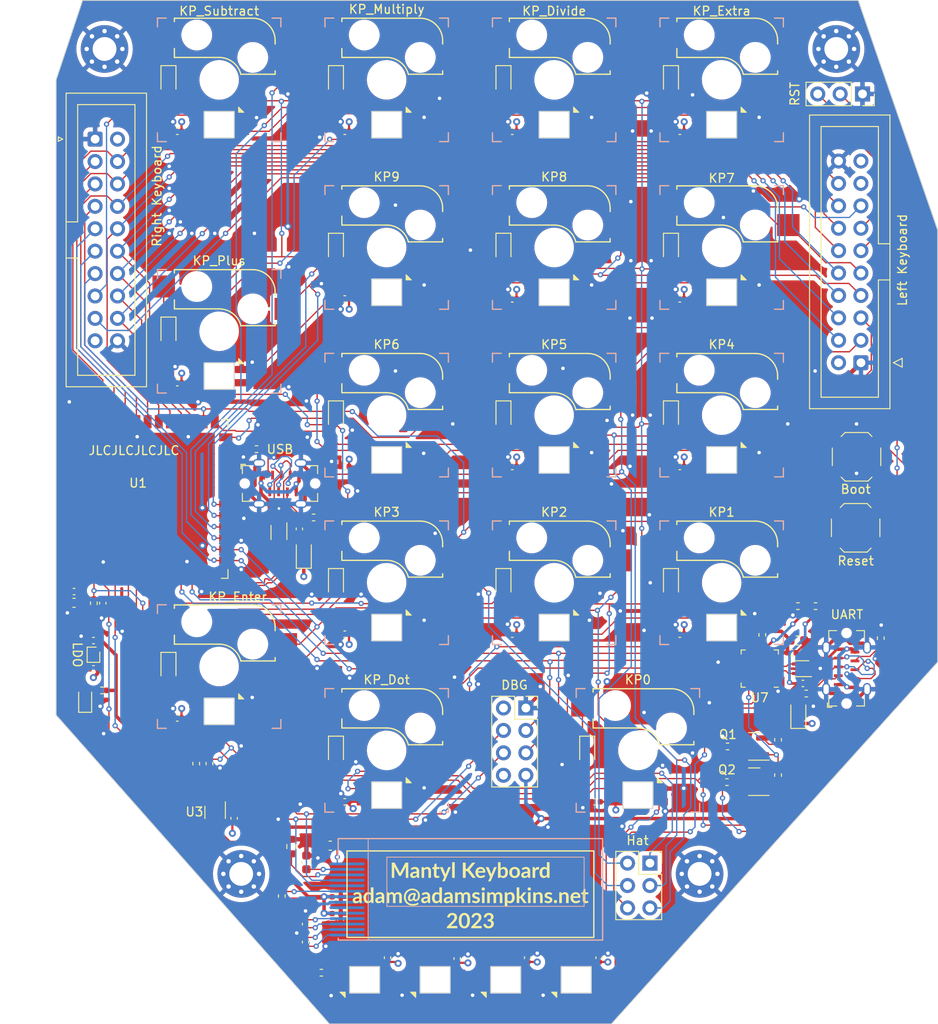
<source format=kicad_pcb>
(kicad_pcb (version 20221018) (generator pcbnew)
  (layers (0 "F.Cu" signal) (1 "In1.Cu" signal) (2 "In2.Cu" signal) (31 "B.Cu" signal) (34 "B.Paste" user) (35 "F.Paste" user) (36 "B.SilkS" user "B.Silkscreen") (37 "F.SilkS" user "F.Silkscreen") (38 "B.Mask" user) (39 "F.Mask" user) (44 "Edge.Cuts" user))
  (net 0 "")
  (net 1 "GND")
  (net 2 "+3.3V")
  (net 3 "Net-(U2-VCC)")
  (net 4 "Net-(U2-VCOMH)")
  (net 5 "Net-(U2-C1N)")
  (net 6 "Net-(U2-C1P)")
  (net 7 "Net-(U2-C2N)")
  (net 8 "Net-(U2-C2P)")
  (net 9 "+5V")
  (net 10 "/ESP32/CHIP_PU")
  (net 11 "Net-(D1-DOUT)")
  (net 12 "/LEDs/LED_NP_MAIN_DIN")
  (net 13 "Net-(D2-DOUT)")
  (net 14 "Net-(D3-DOUT)")
  (net 15 "Net-(D4-DOUT)")
  (net 16 "Net-(D5-DOUT)")
  (net 17 "Net-(D6-DOUT)")
  (net 18 "Net-(D7-DOUT)")
  (net 19 "Net-(D8-DOUT)")
  (net 20 "Net-(D10-DIN)")
  (net 21 "Net-(D10-DOUT)")
  (net 22 "Net-(D11-DOUT)")
  (net 23 "Net-(D12-DOUT)")
  (net 24 "Net-(D13-DOUT)")
  (net 25 "Net-(D14-DOUT)")
  (net 26 "Net-(D15-DOUT)")
  (net 27 "Net-(D16-DOUT)")
  (net 28 "Net-(D20-A)")
  (net 29 "Net-(D21-K)")
  (net 30 "/ESP32/LED_LEFT_DIN")
  (net 31 "Net-(D22-K)")
  (net 32 "Net-(D23-K)")
  (net 33 "Net-(D24-K)")
  (net 34 "Net-(D25-K)")
  (net 35 "Net-(D26-K)")
  (net 36 "Net-(D27-K)")
  (net 37 "Net-(D28-K)")
  (net 38 "Net-(D29-K)")
  (net 39 "Net-(D30-K)")
  (net 40 "/ESP32/COL8")
  (net 41 "Net-(D31-K)")
  (net 42 "Net-(D32-K)")
  (net 43 "Net-(D33-K)")
  (net 44 "Net-(D34-K)")
  (net 45 "Net-(D35-K)")
  (net 46 "Net-(D36-K)")
  (net 47 "Net-(D37-K)")
  (net 48 "Net-(D38-DOUT)")
  (net 49 "Net-(D38-DIN)")
  (net 50 "Net-(D40-DOUT)")
  (net 51 "/ESP32/COL9")
  (net 52 "/ESP32/ROW0")
  (net 53 "/ESP32/COL0")
  (net 54 "/ESP32/ROW1")
  (net 55 "/ESP32/COL1")
  (net 56 "/ESP32/ROW2")
  (net 57 "/ESP32/COL2")
  (net 58 "/ESP32/ROW3")
  (net 59 "/ESP32/COL3")
  (net 60 "/ESP32/ROW4")
  (net 61 "/ESP32/COL4")
  (net 62 "/ESP32/ROW5")
  (net 63 "/ESP32/COL5")
  (net 64 "/ESP32/COL6")
  (net 65 "/ESP32/LED_RIGHT_DIN")
  (net 66 "Net-(J1-CC1)")
  (net 67 "/ESP32/COL7")
  (net 68 "/ESP32/ROW6")
  (net 69 "/ESP32/ROW7")
  (net 70 "/ESP32/ROW8")
  (net 71 "/ESP32/ROW9")
  (net 72 "/ESP32/ROW10")
  (net 73 "Net-(J1-D+-PadA6)")
  (net 74 "Net-(J1-D--PadA7)")
  (net 75 "Net-(J1-CC2)")
  (net 76 "Net-(J2-CC1)")
  (net 77 "Net-(J2-D+-PadA6)")
  (net 78 "Net-(J2-D--PadA7)")
  (net 79 "Net-(J2-CC2)")
  (net 83 "Net-(Q1-B)")
  (net 84 "Net-(Q1-C)")
  (net 85 "Net-(Q2-B)")
  (net 86 "Net-(Q2-C)")
  (net 87 "Net-(U2-IREF)")
  (net 88 "Net-(U7-VBUS)")
  (net 89 "Net-(U7-~{RST})")
  (net 90 "/ESP32/ROW11")
  (net 94 "/ESP32/UART_RX")
  (net 95 "/ESP32/SCL")
  (net 96 "/ESP32/COL10")
  (net 98 "/ESP32/UART_TX")
  (net 99 "/ESP32/SDA")
  (net 102 "/USB/UART_USB_D+")
  (net 103 "/USB/UART_USB_D-")
  (net 116 "/ESP32/UART_RTS")
  (net 117 "/ESP32/UART_DTR")
  (net 118 "/ESP32/OLED_RST")
  (net 119 "/ESP32/GPIO0")
  (net 120 "/ESP32/LED_NUMPAD_DIN")
  (net 121 "/ESP32/USB_D-")
  (net 122 "/ESP32/USB_D+")
  (net 123 "/ESP32/LED_DIN_3V3")
  (net 124 "/USB/USB_VBUS")
  (net 125 "/USB/UART_USB_VBUS")
  (net 126 "Net-(D39-DOUT)")
  (footprint "Package_DFN_QFN:QFN-24-1EP_4x4mm_P0.5mm_EP2.6x2.6mm" (layer "F.Cu") (at 122.821 114.728 180)
    (fp_text reference "U7")
    (fp_text value "CP2102N-Axx-xQFN24")
  )
  (footprint "Diode_SMD:D_SOD-323" (layer "F.Cu") (at 112.75 48 -90)
    (fp_text reference "D34" hide)
    (fp_text value "1N4148WS")
  )
  (footprint "Resistor_SMD:R_0402_1005Metric" (layer "F.Cu") (at 65.741 89.856 180)
    (fp_text reference "R8" hide)
    (fp_text value "5.1k")
  )
  (footprint "mantyl:GT-USB-7090x" (layer "F.Cu") (at 68.4 93.75)
    (fp_text reference "J1" hide)
    (fp_text value "USB_C_Receptacle_USB2.0")
  )
  (footprint "Capacitor_SMD:C_0402_1005Metric" (layer "F.Cu") (at 45.042 106.001 180)
    (fp_text reference "C3" hide)
    (fp_text value "100nF")
  )
  (footprint "mantyl:SK6812-MINI-E" (layer "F.Cu") (at 102 150 180)
    (fp_text reference "D41" hide)
    (fp_text value "SK6812 Mini-E" hide)
    (fp_line (start -1.7 -1.5) (end 1.7 -1.5) (stroke (width 0.12)) (layer "Edge.Cuts"))
    (fp_line (start -1.7 1.5) (end -1.7 -1.5) (stroke (width 0.12)) (layer "Edge.Cuts"))
    (fp_line (start 1.7 -1.5) (end 1.7 1.5) (stroke (width 0.12)) (layer "Edge.Cuts"))
    (fp_line (start 1.7 1.5) (end -1.7 1.5) (stroke (width 0.12)) (layer "Edge.Cuts"))
  )
  (footprint "Resistor_SMD:R_0402_1005Metric" (layer "F.Cu") (at 60.4 125.5 90)
    (fp_text reference "R3" hide)
    (fp_text value "4.7k")
  )
  (footprint "Capacitor_SMD:C_0402_1005Metric" (layer "F.Cu") (at 75.75 72.83)
    (fp_text reference "C29" hide)
    (fp_text value "100nF")
  )
  (footprint "mantyl:SK6812-MINI-E" (layer "F.Cu") (at 86 150 180)
    (fp_text reference "D39" hide)
    (fp_text value "SK6812 Mini-E" hide)
    (fp_line (start -1.7 -1.5) (end 1.7 -1.5) (stroke (width 0.12)) (layer "Edge.Cuts"))
    (fp_line (start -1.7 1.5) (end -1.7 -1.5) (stroke (width 0.12)) (layer "Edge.Cuts"))
    (fp_line (start 1.7 -1.5) (end 1.7 1.5) (stroke (width 0.12)) (layer "Edge.Cuts"))
    (fp_line (start 1.7 1.5) (end -1.7 1.5) (stroke (width 0.12)) (layer "Edge.Cuts"))
  )
  (footprint "Resistor_SMD:R_0402_1005Metric" (layer "F.Cu") (at 136.548 111.284 90)
    (fp_text reference "R11" hide)
    (fp_text value "5.1k")
  )
  (footprint "mantyl:SK6812-MINI-E" (layer "F.Cu") (at 61.5 53.08)
    (fp_text reference "D17" hide)
    (fp_text value "SK6812 Mini-E" hide)
    (fp_line (start -1.7 -1.5) (end 1.7 -1.5) (stroke (width 0.12)) (layer "Edge.Cuts"))
    (fp_line (start -1.7 1.5) (end -1.7 -1.5) (stroke (width 0.12)) (layer "Edge.Cuts"))
    (fp_line (start 1.7 -1.5) (end 1.7 1.5) (stroke (width 0.12)) (layer "Edge.Cuts"))
    (fp_line (start 1.7 1.5) (end -1.7 1.5) (stroke (width 0.12)) (layer "Edge.Cuts"))
  )
  (footprint "mantyl:GT-USB-7090x" (layer "F.Cu") (at 132.672 114.698 90)
    (fp_text reference "J2" hide)
    (fp_text value "USB_C_Receptacle_USB2.0")
  )
  (footprint "mantyl:SK6812-MINI-E" (layer "F.Cu") (at 99.5 91.08)
    (fp_text reference "D8" hide)
    (fp_text value "SK6812 Mini-E" hide)
    (fp_line (start -1.7 -1.5) (end 1.7 -1.5) (stroke (width 0.12)) (layer "Edge.Cuts"))
    (fp_line (start -1.7 1.5) (end -1.7 -1.5) (stroke (width 0.12)) (layer "Edge.Cuts"))
    (fp_line (start 1.7 -1.5) (end 1.7 1.5) (stroke (width 0.12)) (layer "Edge.Cuts"))
    (fp_line (start 1.7 1.5) (end -1.7 1.5) (stroke (width 0.12)) (layer "Edge.Cuts"))
  )
  (footprint "Capacitor_SMD:C_0402_1005Metric" (layer "F.Cu") (at 80.6 147.5 -90)
    (fp_text reference "C38" hide)
    (fp_text value "100nF")
  )
  (footprint "Diode_SMD:D_SOD-323" (layer "F.Cu") (at 55.75 76.5 -90)
    (fp_text reference "D33" hide)
    (fp_text value "1N4148WS")
  )
  (footprint "Resistor_SMD:R_0402_1005Metric" (layer "F.Cu") (at 72.218 97.603)
    (fp_text reference "R9" hide)
    (fp_text value "5.1k")
  )
  (footprint "Capacitor_SMD:C_0402_1005Metric" (layer "F.Cu") (at 113.75 72.83)
    (fp_text reference "C20" hide)
    (fp_text value "100nF")
  )
  (footprint "Capacitor_SMD:C_0402_1005Metric" (layer "F.Cu") (at 63.2 131.7 90)
    (fp_text reference "C10" hide)
    (fp_text value "100nF")
  )
  (footprint "Diode_SMD:D_SOD-323" (layer "F.Cu") (at 103.25 124 -90)
    (fp_text reference "D21" hide)
    (fp_text value "1N4148WS")
  )
  (footprint "mantyl:SK6812-MINI-E" (layer "F.Cu") (at 118.5 91.08)
    (fp_text reference "D7" hide)
    (fp_text value "SK6812 Mini-E" hide)
    (fp_line (start -1.7 -1.5) (end 1.7 -1.5) (stroke (width 0.12)) (layer "Edge.Cuts"))
    (fp_line (start -1.7 1.5) (end -1.7 -1.5) (stroke (width 0.12)) (layer "Edge.Cuts"))
    (fp_line (start 1.7 -1.5) (end 1.7 1.5) (stroke (width 0.12)) (layer "Edge.Cuts"))
    (fp_line (start 1.7 1.5) (end -1.7 1.5) (stroke (width 0.12)) (layer "Edge.Cuts"))
  )
  (footprint "mantyl:SK6812-MINI-E" (layer "F.Cu") (at 80.5 72.08)
    (fp_text reference "D12" hide)
    (fp_text value "SK6812 Mini-E" hide)
    (fp_line (start -1.7 -1.5) (end 1.7 -1.5) (stroke (width 0.12)) (layer "Edge.Cuts"))
    (fp_line (start -1.7 1.5) (end -1.7 -1.5) (stroke (width 0.12)) (layer "Edge.Cuts"))
    (fp_line (start 1.7 -1.5) (end 1.7 1.5) (stroke (width 0.12)) (layer "Edge.Cuts"))
    (fp_line (start 1.7 1.5) (end -1.7 1.5) (stroke (width 0.12)) (layer "Edge.Cuts"))
  )
  (footprint "Espressif:ESP32-S3-WROOM-1" (layer "F.Cu") (at 52.75 95.5 90)
    (fp_text reference "U1")
    (fp_text value "ESP32-S3-WROOM-1-N16R8")
  )
  (footprint "Resistor_SMD:R_0402_1005Metric" (layer "F.Cu") (at 119.172 123.558)
    (fp_text reference "R6" hide)
    (fp_text value "0")
  )
  (footprint "Capacitor_SMD:C_0402_1005Metric" (layer "F.Cu") (at 94.75 72.83)
    (fp_text reference "C25" hide)
    (fp_text value "100nF")
  )
  (footprint "Connector_IDC:IDC-Header_2x10_P2.54mm_Vertical" (layer "F.Cu") (at 134.3 80.06 180)
    (fp_text reference "J3" hide)
    (fp_text value "Conn_02x10_Odd_Even" hide)
  )
  (footprint "Resistor_SMD:R_0402_1005Metric" (layer "F.Cu") (at 119.1 127.6)
    (fp_text reference "R7" hide)
    (fp_text value "0")
  )
  (footprint "Capacitor_SMD:C_0402_1005Metric" (layer "F.Cu") (at 94.75 53.83)
    (fp_text reference "C24" hide)
    (fp_text value "100nF")
  )
  (footprint "Capacitor_SMD:C_0402_1005Metric" (layer "F.Cu") (at 47.244 114.757 180)
    (fp_text reference "C11" hide)
    (fp_text value "1uF")
  )
  (footprint "mantyl:SK6812-MINI-E" (layer "F.Cu") (at 78 150 180)
    (fp_text reference "D38" hide)
    (fp_text value "SK6812 Mini-E" hide)
    (fp_line (start -1.7 -1.5) (end 1.7 -1.5) (stroke (width 0.12)) (layer "Edge.Cuts"))
    (fp_line (start -1.7 1.5) (end -1.7 -1.5) (stroke (width 0.12)) (layer "Edge.Cuts"))
    (fp_line (start 1.7 -1.5) (end 1.7 1.5) (stroke (width 0.12)) (layer "Edge.Cuts"))
    (fp_line (start 1.7 1.5) (end -1.7 1.5) (stroke (width 0.12)) (layer "Edge.Cuts"))
  )
  (footprint "Capacitor_SMD:C_0402_1005Metric" (layer "F.Cu") (at 94.75 91.83)
    (fp_text reference "C26" hide)
    (fp_text value "100nF")
  )
  (footprint "Capacitor_SMD:C_0402_1005Metric" (layer "F.Cu") (at 113.75 91.83)
    (fp_text reference "C21" hide)
    (fp_text value "100nF")
  )
  (footprint "Diode_SMD:D_SOD-323" (layer "F.Cu") (at 55.75 48 -90)
    (fp_text reference "D37" hide)
    (fp_text value "1N4148WS")
  )
  (footprint "Connector_IDC:IDC-Header_2x10_P2.54mm_Vertical" (layer "F.Cu") (at 47.4296 54.7184)
    (fp_text reference "J4" hide)
    (fp_text value "Conn_02x10_Odd_Even" hide)
  )
  (footprint "Capacitor_SMD:C_0402_1005Metric" (layer "F.Cu") (at 75.75 129.829999)
    (fp_text reference "C32" hide)
    (fp_text value "100nF")
  )
  (footprint "Capacitor_SMD:C_0402_1005Metric" (layer "F.Cu") (at 88.5 147.6 -90)
    (fp_text reference "C39" hide)
    (fp_text value "100nF")
  )
  (footprint "Package_TO_SOT_SMD:SOT-353_SC-70-5" (layer "F.Cu") (at 61.044 131.02 -90)
    (fp_text reference "U3")
    (fp_text value "74AHCT1G125")
  )
  (footprint "Capacitor_SMD:C_0402_1005Metric" (layer "F.Cu") (at 127.719 116.415)
    (fp_text reference "C16" hide)
    (fp_text value "100nF")
  )
  (footprint "MountingHole:MountingHole_2.7mm_M2.5_Pad_Via" (layer "F.Cu") (at 131.5 44.5)
    (fp_text reference "H2" hide)
    (fp_text value "MountingHole_Pad")
  )
  (footprint "Resistor_SMD:R_0402_1005Metric" (layer "F.Cu") (at 68.605 140.51 90)
    (fp_text reference "R17" hide)
    (fp_text value "10k" hide)
  )
  (footprint "Diode_SMD:D_SOD-323" (layer "F.Cu") (at 74.75 67 -90)
    (fp_text reference "D32" hide)
    (fp_text value "1N4148WS")
  )
  (footprint "mantyl:SK6812-MINI-E" (layer "F.Cu") (at 99.5 53.08)
    (fp_text reference "D15" hide)
    (fp_text value "SK6812 Mini-E" hide)
    (fp_line (start -1.7 -1.5) (end 1.7 -1.5) (stroke (width 0.12)) (layer "Edge.Cuts"))
    (fp_line (start -1.7 1.5) (end -1.7 -1.5) (stroke (width 0.12)) (layer "Edge.Cuts"))
    (fp_line (start 1.7 -1.5) (end 1.7 1.5) (stroke (width 0.12)) (layer "Edge.Cuts"))
    (fp_line (start 1.7 1.5) (end -1.7 1.5) (stroke (width 0.12)) (layer "Edge.Cuts"))
  )
  (footprint "Diode_SMD:D_SOD-323" (layer "F.Cu") (at 74.75 105 -90)
    (fp_text reference "D25" hide)
    (fp_text value "1N4148WS")
  )
  (footprint "Package_DFN_QFN:OnSemi_XDFN4-1EP_1.0x1.0mm_EP0.52x0.52mm" (layer "F.Cu") (at 47.244 113.157 -90)
    (fp_text reference "U4" hide)
    (fp_text value "NCP167BMX330TBG" hide)
  )
  (footprint "mantyl:SK6812-MINI-E" (layer "F.Cu") (at 80.5 91.08)
    (fp_text reference "D9" hide)
    (fp_text value "SK6812 Mini-E" hide)
    (fp_line (start -1.7 -1.5) (end 1.7 -1.5) (stroke (width 0.12)) (layer "Edge.Cuts"))
    (fp_line (start -1.7 1.5) (end -1.7 -1.5) (stroke (width 0.12)) (layer "Edge.Cuts"))
    (fp_line (start 1.7 -1.5) (end 1.7 1.5) (stroke (width 0.12)) (layer "Edge.Cuts"))
    (fp_line (start 1.7 1.5) (end -1.7 1.5) (stroke (width 0.12)) (layer "Edge.Cuts"))
  )
  (footprint "Capacitor_SMD:C_0402_1005Metric" (layer "F.Cu") (at 113.75 110.83)
    (fp_text reference "C22" hide)
    (fp_text value "100nF")
  )
  (footprint "Resistor_SMD:R_0402_1005Metric" (layer "F.Cu") (at 128.1 117.558 180)
    (fp_text reference "R10" hide)
    (fp_text value "5.1k")
  )
  (footprint "mantyl:SK6812-MINI-E" (layer "F.Cu") (at 80.5 129.079999)
    (fp_text reference "D2" hide)
    (fp_text value "SK6812 Mini-E" hide)
    (fp_line (start -1.7 -1.5) (end 1.7 -1.5) (stroke (width 0.12)) (layer "Edge.Cuts"))
    (fp_line (start -1.7 1.5) (end -1.7 -1.5) (stroke (width 0.12)) (layer "Edge.Cuts"))
    (fp_line (start 1.7 -1.5) (end 1.7 1.5) (stroke (width 0.12)) (layer "Edge.Cuts"))
    (fp_line (start 1.7 1.5) (end -1.7 1.5) (stroke (width 0.12)) (layer "Edge.Cuts"))
  )
  (footprint "Diode_SMD:D_SOD-323" (layer "F.Cu") (at 112.75 105 -90)
    (fp_text reference "D23" hide)
    (fp_text value "1N4148WS")
  )
  (footprint "MountingHole:MountingHole_2.7mm_M2.5_Pad_Via" (layer "F.Cu") (at 116 138)
    (fp_text reference "H4" hide)
    (fp_text value "MountingHole_Pad")
  )
  (footprint "Capacitor_SMD:C_0603_1608Metric" (layer "F.Cu") (at 45.042 107.271 180)
    (fp_text reference "C2" hide)
    (fp_text value "10uF")
  )
  (footprint "Package_TO_SOT_SMD:SOT-23" (layer "F.Cu") (at 122.2 127.55 180)
    (fp_text reference "Q2")
    (fp_text value "S8050")
  )
  (footprint "Capacitor_SMD:C_0402_1005Metric" (layer "F.Cu") (at 74.8 140.6 180)
    (fp_text reference "C4" hide)
    (fp_text value "1uF" hide)
  )
  (footprint "Capacitor_SMD:C_0603_1608Metric" (layer "F.Cu") (at 127.084 111.538 180)
    (fp_text reference "C17" hide)
    (fp_text value "10uF")
  )
  (footprint "Diode_SMD:D_SOD-323" (layer "F.Cu") (at 112.75 67 -90)
    (fp_text reference "D30" hide)
    (fp_text value "1N4148WS")
  )
  (footprint "Capacitor_SMD:C_0402_1005Metric" (layer "F.Cu") (at 113.75 53.83)
    (fp_text reference "C19" hide)
    (fp_text value "100nF")
  )
  (footprint "Diode_SMD:D_SOD-323" (layer "F.Cu") (at 112.75 86 -90)
    (fp_text reference "D27" hide)
    (fp_text value "1N4148WS")
  )
  (footprint "LED_SMD:LED_0603_1608Metric" (layer "F.Cu") (at 46.3 118.2 90)
    (fp_text reference "D20" hide)
    (fp_text value "Red LED")
  )
  (footprint "Resistor_SMD:R_0402_1005Metric" (layer "F.Cu") (at 129.15 107.652 180)
    (fp_text reference "R13" hide)
    (fp_text value "22.1k")
  )
  (footprint "Resistor_SMD:R_0402_1005Metric" (layer "F.Cu") (at 58.9 125.5 90)
    (fp_text reference "R2" hide)
    (fp_text value "4.7k")
  )
  (footprint "Diode_SMD:D_SOD-323" (layer "F.Cu") (at 127.2 119.9 90)
    (fp_text reference "D19" hide)
    (fp_text value "1N5819WS")
  )
  (footprint "Package_TO_SOT_SMD:SOT-666" (layer "F.Cu") (at 127.592 114.7425 180)
    (fp_text reference "U6" hide)
    (fp_text value "USBLC6-2P6")
  )
  (footprint "Package_TO_SOT_SMD:SOT-23" (layer "F.Cu") (at 122.2095 123.55 180)
    (fp_text reference "Q1")
    (fp_text value "S8050")
  )
  (footprint "Resistor_SMD:R_0402_1005Metric" (layer "F.Cu") (at 123.113 110.906 90)
    (fp_text reference "R15" hide)
    (fp_text value "1k")
  )
  (footprint "Capacitor_SMD:C_0402_1005Metric" (layer "F.Cu") (at 70.6 98.9 90)
    (fp_text reference "C15" hide)
    (fp_text value "100nF")
  )
  (footprint "Diode_SMD:D_SOD-323" (layer "F.Cu") (at 74.75 124 -90)
    (fp_text reference "D22" hide)
    (fp_text value "1N4148WS")
  )
  (footprint "Capacitor_SMD:C_0402_1005Metric" (layer "F.Cu") (at 96.5 147.5 -90)
    (fp_text reference "C36" hide)
    (fp_text value "100nF")
  )
  (footprint "Connector_PinSocket_2.54mm:PinSocket_1x03_P2.54mm_Vertical" (layer "F.Cu") (at 134.48 49.6 -90)
    (fp_text reference "J7" hide)
    (fp_text value "Conn_01x03")
  )
  (footprint "Capacitor_SMD:C_0402_1005Metric" (layer "F.Cu") (at 75.75 110.83)
    (fp_text reference "C31" hide)
    (fp_text value "100nF")
  )
  (footprint "Capacitor_SMD:C_0402_1005Metric" (layer "F.Cu") (at 75.75 53.83)
    (fp_text reference "C28" hide)
    (fp_text value "100nF")
  )
  (footprint "Resistor_SMD:R_0402_1005Metric" (layer "F.Cu") (at 124.9 126.8 -90)
    (fp_text reference "R5" hide)
    (fp_text value "10k")
  )
  (footprint "Resistor_SMD:R_0402_1005Metric" (layer "F.Cu") (at 73.09 149.2)
    (fp_text reference "R16" hide)
    (fp_text value "470")
  )
  (footprint "Capacitor_SMD:C_0603_1608Metric" (layer "F.Cu") (at 74.1 134.8 180)
    (fp_text reference "C6" hide)
    (fp_text value "10uF" hide)
  )
  (footprint "mantyl:SK6812-MINI-E" (layer "F.Cu") (at 61.5 81.58)
    (fp_text reference "D13" hide)
    (fp_text value "SK6812 Mini-E" hide)
    (fp_line (start -1.7 -1.5) (end 1.7 -1.5) (stroke (width 0.12)) (layer "Edge.Cuts"))
    (fp_line (start -1.7 1.5) (end -1.7 -1.5) (stroke (width 0.12)) (layer "Edge.Cuts"))
    (fp_line (start 1.7 -1.5) (end 1.7 1.5) (stroke (width 0.12)) (layer "Edge.Cuts"))
    (fp_line (start 1.7 1.5) (end -1.7 1.5) (stroke (width 0.12)) (layer "Edge.Cuts"))
  )
  (footprint "Button_Switch_SMD:SW_Push_1P1T_XKB_TS-1187A" (layer "F.Cu") (at 133.7 98.775)
    (fp_text reference "SW19")
    (fp_text value "Reset")
  )
  (footprint "Capacitor_SMD:C_0402_1005Metric" (layer "F.Cu") (at 56.75 120.33)
    (fp_text reference "C35" hide)
    (fp_text value "100nF")
  )
  (footprint "Diode_SMD:D_SOD-323" (layer "F.Cu") (at 74.75 86 -90)
    (fp_text reference "D29" hide)
    (fp_text value "1N4148WS")
  )
  (footprint "Capacitor_SMD:C_0402_1005Metric" (layer "F.Cu") (at 56.75 53.83)
    (fp_text reference "C33" hide)
    (fp_text value "100nF")
  )
  (footprint "Resistor_SMD:R_0402_1005Metric" (layer "F.Cu") (at 124.9 122.8 -90)
    (fp_text reference "R4" hide)
    (fp_text value "10k")
  )
  (footprint "Resistor_SMD:R_0402_1005Metric" (layer "F.Cu") (at 47.284 107.322 90)
    (fp_text reference "R1" hide)
    (fp_text value "10k")
  )
  (footprint "mantyl:SK6812-MINI-E" (layer "F.Cu") (at 61.5 119.58)
    (fp_text reference "D6" hide)
    (fp_text value "SK6812 Mini-E" hide)
    (fp_line (start -1.7 -1.5) (end 1.7 -1.5) (stroke (width 0.12)) (layer "Edge.Cuts"))
    (fp_line (start -1.7 1.5) (end -1.7 -1.5) (stroke (width 0.12)) (layer "Edge.Cuts"))
    (fp_line (start 1.7 -1.5) (end 1.7 1.5) (stroke (width 0.12)) (layer "Edge.Cuts"))
    (fp_line (start 1.7 1.5) (end -1.7 1.5) (stroke (width 0.12)) (layer "Edge.Cuts"))
  )
  (footprint "MountingHole:MountingHole_2.7mm_M2.5_Pad_Via" (layer "F.Cu") (at 64 138)
    (fp_text reference "H3" hide)
    (fp_text value "MountingHole_Pad")
  )
  (footprint "Capacitor_SMD:C_0402_1005Metric" (layer "F.Cu") (at 75.75 91.83)
    (fp_text reference "C30" hide)
    (fp_text value "100nF")
  )
  (footprint "Diode_SMD:D_SOD-323" (layer "F.Cu") (at 74.75 48 -90)
    (fp_text reference "D36" hide)
    (fp_text value "1N4148WS")
  )
  (footprint "mantyl:SK6812-MINI-E" (layer "F.Cu") (at 118.5 72.08)
    (fp_text reference "D10" hide)
    (fp_text value "SK6812 Mini-E" hide)
    (fp_line (start -1.7 -1.5) (end 1.7 -1.5) (stroke (width 0.12)) (layer "Edge.Cuts"))
    (fp_line (start -1.7 1.5) (end -1.7 -1.5) (stroke (width 0.12)) (layer "Edge.Cuts"))
    (fp_line (start 1.7 -1.5) (end 1.7 1.5) (stroke (width 0.12)) (layer "Edge.Cuts"))
    (fp_line (start 1.7 1.5) (end -1.7 1.5) (stroke (width 0.12)) (layer "Edge.Cuts"))
  )
  (footprint "mantyl:SK6812-MINI-E" (layer "F.Cu") (at 109 129.079999)
    (fp_text reference "D1" hide)
    (fp_text value "SK6812 Mini-E" hide)
    (fp_line (start -1.7 -1.5) (end 1.7 -1.5) (stroke (width 0.12)) (layer "Edge.Cuts"))
    (fp_line (start -1.7 1.5) (end -1.7 -1.5) (stroke (width 0.12)) (layer "Edge.Cuts"))
    (fp_line (start 1.7 -1.5) (end 1.7 1.5) (stroke (width 0.12)) (layer "Edge.Cuts"))
    (fp_line (start 1.7 1.5) (end -1.7 1.5) (stroke (width 0.12)) (layer "Edge.Cuts"))
  )
  (footprint "mantyl:SK6812-MINI-E" (layer "F.Cu") (at 118.5 53.08)
    (fp_text reference "D14" hide)
    (fp_text value "SK6812 Mini-E" hide)
    (fp_line (start -1.7 -1.5) (end 1.7 -1.5) (stroke (width 0.12)) (layer "Edge.Cuts"))
    (fp_line (start -1.7 1.5) (end -1.7 -1.5) (stroke (width 0.12)) (layer "Edge.Cuts"))
    (fp_line (start 1.7 -1.5) (end 1.7 1.5) (stroke (width 0.12)) (layer "Edge.Cuts"))
    (fp_line (start 1.7 1.5) (end -1.7 1.5) (stroke (width 0.12)) (layer "Edge.Cuts"))
  )
  (footprint "mantyl:SK6812-MINI-E" (layer "F.Cu") (at 99.5 72.08)
    (fp_text reference "D11" hide)
    (fp_text value "SK6812 Mini-E" hide)
    (fp_line (start -1.7 -1.5) (end 1.7 -1.5) (stroke (width 0.12)) (layer "Edge.Cuts"))
    (fp_line (start -1.7 1.5) (end -1.7 -1.5) (stroke (width 0.12)) (layer "Edge.Cuts"))
    (fp_line (start 1.7 -1.5) (end 1.7 1.5) (stroke (width 0.12)) (layer "Edge.Cuts"))
    (fp_line (start 1.7 1.5) (end -1.7 1.5) (stroke (width 0.12)) (layer "Edge.Cuts"))
  )
  (footprint "mantyl:SK6812-MINI-E" (layer "F.Cu") (at 80.5 53.08)
    (fp_text reference "D16" hide)
    (fp_text value "SK6812 Mini-E" hide)
    (fp_line (start -1.7 -1.5) (end 1.7 -1.5) (stroke (width 0.12)) (layer "Edge.Cuts"))
    (fp_line (start -1.7 1.5) (end -1.7 -1.5) (stroke (width 0.12)) (layer "Edge.Cuts"))
    (fp_line (start 1.7 -1.5) (end 1.7 1.5) (stroke (width 0.12)) (layer "Edge.Cuts"))
    (fp_line (start 1.7 1.5) (end -1.7 1.5) (stroke (width 0.12)) (layer "Edge.Cuts"))
  )
  (footprint "Diode_SMD:D_SOD-323" (layer "F.Cu") (at 93.75 86 -90)
    (fp_text reference "D28" hide)
    (fp_text value "1N4148WS")
  )
  (footprint "mantyl:SK6812-MINI-E" (layer "F.Cu") (at 99.5 110.08)
    (fp_text reference "D4" hide)
    (fp_text value "SK6812 Mini-E" hide)
    (fp_line (start -1.7 -1.5) (end 1.7 -1.5) (stroke (width 0.12)) (layer "Edge.Cuts"))
    (fp_line (start -1.7 1.5) (end -1.7 -1.5) (stroke (width 0.12)) (layer "Edge.Cuts"))
    (fp_line (start 1.7 -1.5) (end 1.7 1.5) (stroke (width 0.12)) (layer "Edge.Cuts"))
    (fp_line (start 1.7 1.5) (end -1.7 1.5) (stroke (width 0.12)) (layer "Edge.Cuts"))
  )
  (footprint "Diode_SMD:D_SOD-323" (layer "F.Cu") (at 93.75 48 -90)
    (fp_text reference "D35" hide)
    (fp_text value "1N4148WS")
  )
  (footprint "Capacitor_SMD:C_0402_1005Metric" (layer "F.Cu") (at 104.25 129.829999)
    (fp_text reference "C23" hide)
    (fp_text value "100nF")
  )
  (footprint "Button_Switch_SMD:SW_Push_1P1T_XKB_TS-1187A" (layer "F.Cu") (at 133.8 90.725 180)
    (fp_text reference "SW18")
    (fp_text value "Boot")
  )
  (footprint "Capacitor_SMD:C_0603_1608Metric" (layer "F.Cu") (at 71.4 136.7 90)
    (fp_text reference "C7" hide)
    (fp_text value "10uF" hide)
  )
  (footprint "Diode_SMD:D_SOD-323" (layer "F.Cu") (at 93.75 105 -90)
    (fp_text reference "D24" hide)
    (fp_text value "1N4148WS")
  )
  (footprint "Capacitor_SMD:C_0402_1005Metric" (layer "F.Cu") (at 74.8 142.5 180)
    (fp_text reference "C5" hide)
    (fp_text value "1uF" hide)
  )
  (footprint "Capacitor_SMD:C_0402_1005Metric" (layer "F.Cu") (at 71.3 145.732 -90)
    (fp_text reference "C9" hide)
    (fp_text value "1uF" hide)
  )
  (footprint "Connector_PinSocket_2.54mm:PinSocket_2x03_P2.54mm_Vertical" (layer "F.Cu") (at 110.363 136.779)
    (fp_text reference "J6" hide)
    (fp_text value "Conn_02x03_Odd_Even" hide)
  )
  (footprint "Package_TO_SOT_SMD:SOT-666" (layer "F.Cu") (at 68.281 99.3048 -90)
    (fp_text reference "U5" hide)
    (fp_text value "USBLC6-2P6")
  )
  (footprint "Diode_SMD:D_SOD-323" (layer "F.Cu") (at 71.1 101.75 90)
    (fp_text reference "D18" hide)
    (fp_text value "1N5819WS")
  )
  (footprint "Diode_SMD:D_SOD-323" (layer "F.Cu") (at 93.75 67 -90)
    (fp_text reference "D31" hide)
    (fp_text value "1N4148WS")
  )
  (footprint "Capacitor_SMD:C_0402_1005Metric" (layer "F.Cu") (at 104.6 147.5 -90)
    (fp_text reference "C37" hide)
    (fp_text value "100nF")
  )
  (footprint "MountingHole:MountingHole_2.7mm_M2.5_Pad_Via" (layer "F.Cu") (at 48.5 44.5)
    (fp_text reference "H1" hide)
    (fp_text value "MountingHole_Pad")
  )
  (footprint "Resistor_SMD:R_0603_1608Metric" (layer "F.Cu") (at 69.7 134.9 90)
    (fp_text reference "R18" hide)
    (fp_text value "390k" hide)
  )
  (footprint "Capacitor_SMD:C_0402_1005Metric" (layer "F.Cu") (at 94.75 110.83)
    (fp_text reference "C27" hide)
    (fp_text value "100nF")
  )
  (footprint "Resistor_SMD:R_0402_1005Metric" (layer "F.Cu") (at 127.15 107.652 180)
    (fp_text reference "R14" hide)
    (fp_text value "47.5k")
  )
  (footprint "Capacitor_SMD:C_0402_1005Metric" (layer "F.Cu") (at 56.75 82.33)
    (fp_text reference "C34" hide)
    (fp_text value "100nF")
  )
  (footprint "Connector_PinSocket_2.54mm:PinSocket_2x04_P2.54mm_Vertical" (layer "F.Cu") (at 96.29 119.2)
    (fp_text reference "J5" hide)
    (fp_text value "Conn_02x04_Odd_Even" hide)
  )
  (footprint "Capacitor_SMD:C_0402_1005Metric" (layer "F.Cu") (at 48.3 107.32 -90)
    (fp_text reference "C1" hide)
    (fp_text value "1uF")
  )
  (footprint "mantyl:SK6812-MINI-E" (layer "F.Cu") (at 80.5 110.08)
    (fp_text reference "D5" hide)
    (fp_text value "SK6812 Mini-E" hide)
    (fp_line (start -1.7 -1.5) (end 1.7 -1.5) (stroke (width 0.12)) (layer "Edge.Cuts"))
    (fp_line (start -1.7 1.5) (end -1.7 -1.5) (stroke (width 0.12)) (layer "Edge.Cuts"))
    (fp_line (start 1.7 -1.5) (end 1.7 1.5) (stroke (width 0.12)) (layer "Edge.Cuts"))
    (fp_line (start 1.7 1.5) (end -1.7 1.5) (stroke (width 0.12)) (layer "Edge.Cuts"))
  )
  (footprint "mantyl:SK6812-MINI-E" (layer "F.Cu") (at 118.5 110.08)
    (fp_text reference "D3" hide)
    (fp_text value "SK6812 Mini-E" hide)
    (fp_line (start -1.7 -1.5) (end 1.7 -1.5) (stroke (width 0.12)) (layer "Edge.Cuts"))
    (fp_line (start -1.7 1.5) (end -1.7 -1.5) (stroke (width 0.12)) (layer "Edge.Cuts"))
    (fp_line (start 1.7 -1.5) (end 1.7 1.5) (stroke (width 0.12)) (layer "Edge.Cuts"))
    (fp_line (start 1.7 1.5) (end -1.7 1.5) (stroke (width 0.12)) (layer "Edge.Cuts"))
  )
  (footprint "Diode_SMD:D_SOD-323" (layer "F.Cu") (at 55.75 114.5 -90)
    (fp_text reference "D26" hide)
    (fp_text value "1N4148WS")
  )
  (footprint "mantyl:SK6812-MINI-E" (layer "F.Cu") (at 94 150 180)
    (fp_text reference "D40" hide)
    (fp_text value "SK6812 Mini-E" hide)
    (fp_line (start -1.7 -1.5) (end 1.7 -1.5) (stroke (width 0.12)) (layer "Edge.Cuts"))
    (fp_line (start -1.7 1.5) (end -1.7 -1.5) (stroke (width 0.12)) (layer "Edge.Cuts"))
    (fp_line (start 1.7 -1.5) (end 1.7 1.5) (stroke (width 0.12)) (layer "Edge.Cuts"))
    (fp_line (start 1.7 1.5) (end -1.7 1.5) (stroke (width 0.12)) (layer "Edge.Cuts"))
  )
  (footprint "Resistor_SMD:R_0402_1005Metric" (layer "F.Cu") (at 48.2 117.2)
    (fp_text reference "R12" hide)
    (fp_text value "5.1k")
  )
  (footprint "Capacitor_SMD:C_0402_1005Metric" (layer "F.Cu") (at 126.449 112.935 180)
    (fp_text reference "C18" hide)
    (fp_text value "100nF")
  )
  (footprint "Capacitor_SMD:C_0402_1005Metric" (layer "F.Cu") (at 71.3 143.7 -90)
    (fp_text reference "C8" hide)
    (fp_text value "1uF" hide)
  )
  (footprint "Capacitor_SMD:C_0402_1005Metric" (layer "F.Cu") (at 47.244 111.557 180)
    (fp_text reference "C12" hide)
    (fp_text value "1uF")
  )
  (footprint "mantyl:Kailh_socket_MX_platemount" (layer "B.Cu") (at 118.5 67 180)
    (fp_text reference "SW10" hide)
    (fp_text value "KP7")
  )
  (footprint "mantyl:Kailh_socket_MX_platemount" (layer "B.Cu") (at 61.5 48 180)
    (fp_text reference "SW17" hide)
    (fp_text value "KP_Subtract")
  )
  (footprint "mantyl:Kailh_socket_MX_platemount" (layer "B.Cu") (at 118.5 48 180)
    (fp_text reference "SW14" hide)
    (fp_text value "KP_Extra")
  )
  (footprint "mantyl:Kailh_socket_MX_platemount" (layer "B.Cu") (at 118.5 86 180)
    (fp_text reference "SW7" hide)
    (fp_text value "KP4")
  )
  (footprint "mantyl:Kailh_socket_MX_platemount" (layer "B.Cu") (at 99.5 48 180)
    (fp_text reference "SW15" hide)
    (fp_text value "KP_Divide")
  )
  (footprint "mantyl:Kailh_socket_MX_platemount" (layer "B.Cu") (at 61.5 76.5 180)
    (fp_text reference "SW13" hide)
    (fp_text value "KP_Plus")
  )
  (footprint "mantyl:Kailh_socket_MX_platemount" (layer "B.Cu") (at 109 124 180)
    (fp_text reference "SW1" hide)
    (fp_text value "KP0")
  )
  (footprint "mantyl:Kailh_socket_MX_platemount" (layer "B.Cu") (at 99.5 105 180)
    (fp_text reference "SW4" hide)
    (fp_text value "KP2")
  )
  (footprint "mantyl:Kailh_socket_MX_platemount" (layer "B.Cu") (at 80.5 48 180)
    (fp_text reference "SW16" hide)
    (fp_text value "KP_Multiply")
  )
  (footprint "mantyl:Kailh_socket_MX_platemount" (layer "B.Cu") (at 99.5 86 180)
    (fp_text reference "SW8" hide)
    (fp_text value "KP5")
  )
  (footprint "mantyl:SSD1306_OLED-0.91-128x32_Folded" (layer "B.Cu") (at 90 139.75 180)
    (fp_text reference "U2" hide)
    (fp_text value "SSD1306_I2C")
  )
  (footprint "mantyl:Kailh_socket_MX_platemount" (layer "B.Cu") (at 80.5 86 180)
    (fp_text reference "SW9" hide)
    (fp_text value "KP6")
  )
  (footprint "mantyl:Kailh_socket_MX_platemount" (layer "B.Cu") (at 99.5 67 180)
    (fp_text reference "SW11" hide)
    (fp_text value "KP8")
  )
  (footprint "mantyl:Kailh_socket_MX_platemount" (layer "B.Cu") (at 118.5 105 180)
    (fp_text reference "SW3" hide)
    (fp_text value "KP1")
  )
  (footprint "mantyl:Kailh_socket_MX_platemount" (layer "B.Cu") (at 61.5 114.5 180)
    (fp_text reference "SW6" hide)
    (fp_text value "KP_Enter")
  )
  (footprint "mantyl:Kailh_socket_MX_platemount" (layer "B.Cu") (at 80.5 105 180)
    (fp_text reference "SW5" hide)
    (fp_text value "KP3")
  )
  (footprint "mantyl:Kailh_socket_MX_platemount" (layer "B.Cu") (at 80.5 124 180)
    (fp_text reference "SW2" hide)
    (fp_text value "KP_Dot")
  )
  (footprint "mantyl:Kailh_socket_MX_platemount" (layer "B.Cu") (at 80.5 67 180)
    (fp_text reference "SW12" hide)
    (fp_text value "KP9")
  )
  (gr_line (start 46 39) (end 134 39) (stroke (width 0.1)) (layer "Edge.Cuts"))
  (gr_line (start 134 39) (end 143 65) (stroke (width 0.1)) (layer "Edge.Cuts"))
  (gr_line (start 143 65) (end 143 114) (stroke (width 0.1)) (layer "Edge.Cuts"))
  (gr_line (start 43 48) (end 46 39) (stroke (width 0.1)) (layer "Edge.Cuts"))
  (gr_line (start 143 114) (end 106 155) (stroke (width 0.1)) (layer "Edge.Cuts"))
  (gr_line (start 106 155) (end 74 155) (stroke (width 0.1)) (layer "Edge.Cuts"))
  (gr_line (start 74 155) (end 43 120) (stroke (width 0.1)) (layer "Edge.Cuts"))
  (gr_line (start 43 48) (end 43 120) (stroke (width 0.1)) (layer "Edge.Cuts"))
  (gr_text "JLCJLCJLCJLC" (at 46.6 90.6) (layer "F.SilkS") (effects (font (size 1 1) (thickness 0.153)) (justify left bottom)))
  (gr_text_box "Mantyl Keyboard\nadam@adamsimpkins.net\n2023" (start 76 135.4) (end 104 145.2) (layer "F.SilkS") (effects (font (size 1.7 1.7) (thickness 0.3) bold) (justify top)) (stroke (width 0.153)))
  (segment (start 134.202 117.858) (end 134.992 117.068) (width 0.4) (layer "F.Cu") (net 1))
  (segment (start 74.2 151.8) (end 75.25 150.75) (width 0.25) (layer "F.Cu") (net 1))
  (segment (start 80.7 147.12) (end 80.6 147.02) (width 0.25) (layer "F.Cu") (net 1))
  (segment (start 75.27 73.98) (end 75.25 74) (width 0.25) (layer "F.Cu") (net 1))
  (segment (start 61.694 130.645) (end 61.619 130.72) (width 0.25) (layer "F.Cu") (net 1))
  (segment (start 73.325 135.575) (end 72.7 136.2) (width 0.25) (layer "F.Cu") (net 1))
  (segment (start 65.56 92.8) (end 65.56 91.9) (width 0.4) (layer "F.Cu") (net 1))
  (segment (start 136.8 96.8) (end 136.7 96.9) (width 0.25) (layer "F.Cu") (net 1))
  (segment (start 103.67 90.33) (end 103.75 90.25) (width 0.25) (layer "F.Cu") (net 1))
  (segment (start 84.670001 128.329999) (end 84.75 128.25) (width 0.25) (layer "F.Cu") (net 1))
  (segment (start 94.25 52.75) (end 94.27 52.77) (width 0.25) (layer "F.Cu") (net 1))
  (segment (start 71.24 95.6) (end 70.77 96.07) (width 0.4) (layer "F.Cu") (net 1))
  (segment (start 65.56 91.9) (end 66.03 91.43) (width 0.4) (layer "F.Cu") (net 1))
  (segment (start 73.325 134.8) (end 73.325 135.575) (width 0.25) (layer "F.Cu") (net 1))
  (segment (start 84.67 109.33) (end 84.75 109.25) (width 0.25) (layer "F.Cu") (net 1))
  (segment (start 124.9 117.3) (end 125.5 116.7) (width 0.25) (layer "F.Cu") (net 1))
  (segment (start 75.28 140.6) (end 75.28 142.5) (width 0.4) (layer "F.Cu") (net 1))
  (segment (start 121.05 52.33) (end 122.67 52.33) (width 0.25) (layer "F.Cu") (net 1))
  (segment (start 103.77 129.829999) (end 103.420001 129.829999) (width 0.25) (layer "F.Cu") (net 1))
  (segment (start 133.058 111.858) (end 132.738 111.538) (width 0.4) (layer "F.Cu") (net 1))
  (segment (start 131.722 111.538) (end 131.142 111.538) (width 0.4) (layer "F.Cu") (net 1))
  (segment (start 44.49 104.25) (end 44.49 105.929) (width 0.4) (layer "F.Cu") (net 1))
  (segment (start 75.27 91.83) (end 74.83 91.83) (width 0.25) (layer "F.Cu") (net 1))
  (segment (start 83.05 52.33) (end 84.67 52.33) (width 0.25) (layer "F.Cu") (net 1))
  (segment (start 94.27 52.77) (end 94.27 53.83) (width 0.25) (layer "F.Cu") (net 1))
  (segment (start 94.27 91.83) (end 94.27 90.77) (width 0.25) (layer "F.Cu") (net 1))
  (segment (start 102.05 90.33) (end 103.67 90.33) (width 0.25) (layer "F.Cu") (net 1))
  (segment (start 56.25 52.75) (end 56.27 52.77) (width 0.25) (layer "F.Cu") (net 1))
  (segment (start 125.5 116.7) (end 125.5 115.758992) (width 0.25) (layer "F.Cu") (net 1))
  (segment (start 132.458 117.858) (end 132.138 117.538) (width 0.4) (layer "F.Cu") (net 1))
  (segment (start 75.3 128.9) (end 75.3 129.799999) (width 0.25) (layer "F.Cu") (net 1))
  (segment (start 44.562 106.001) (end 44.562 106.976) (width 0.4) (layer "F.Cu") (net 1))
  (segment (start 83.05 71.33) (end 84.67 71.33) (width 0.25) (layer "F.Cu") (net 1))
  (segment (start 133.622 117.858) (end 132.458 117.858) (width 0.4) (layer "F.Cu") (net 1))
  (segment (start 133.8 92.6) (end 136.8 92.6) (width 0.25) (layer "F.Cu") (net 1))
  (segment (start 127.859 111.538) (end 127.859 112.005) (width 0.25) (layer "F.Cu") (net 1))
  (segment (start 64.25 90.75) (end 65.144 89.856) (width 0.25) (layer "F.Cu") (net 1))
  (segment (start 71.56 92.8) (end 71.56 93.14) (width 0.4) (layer "F.Cu") (net 1))
  (segment (start 65.24 94.26) (end 65.56 93.94) (width 0.4) (layer "F.Cu") (net 1))
  (segment (start 127.859 112.005) (end 126.929 112.935) (width 0.25) (layer "F.Cu") (net 1))
  (segment (start 134.522 111.858) (end 134.992 112.328) (width 0.4) (layer "F.Cu") (net 1))
  (segment (start 130 81.9) (end 132.46 81.9) (width 0.5) (layer "F.Cu") (net 1))
  (segment (start 61.619 130.72) (end 60.469 130.72) (width 0.25) (layer "F.Cu") (net 1))
  (segment (start 136.8 92.6) (end 136.8 96.8) (width 0.25) (layer "F.Cu") (net 1))
  (segment (start 94.27 72.83) (end 94.27 71.77) (width 0.25) (layer "F.Cu") (net 1))
  (segment (start 94.2 110.76) (end 94.27 110.83) (width 0.25) (layer "F.Cu") (net 1))
  (segment (start 46.764 111.557) (end 46.344 111.557) (width 0.4) (layer "F.Cu") (net 1))
  (segment (start 65.56 93.94) (end 65.56 92.8) (width 0.4) (layer "F.Cu") (net 1))
  (segment (start 129.6605 114.7425) (end 128.517 114.7425) (width 0.25) (layer "F.Cu") (net 1))
  (segment (start 102.05 71.33) (end 103.67 71.33) (width 0.25) (layer "F.Cu") (net 1))
  (segment (start 103.42 109.33) (end 103.5 109.25) (width 0.25) (layer "F.Cu") (net 1))
  (segment (start 83.05 109.33) (end 84.67 109.33) (width 0.25) (layer "F.Cu") (net 1))
  (segment (start 113.27 52.77) (end 113.25 52.75) (width 0.25) (layer "F.Cu") (net 1))
  (segment (start 130.8 96.8) (end 130.7 96.9) (width 0.25) (layer "F.Cu") (net 1))
  (segment (start 102.05 52.33) (end 103.67 52.33) (width 0.25) (layer "F.Cu") (net 1))
  (segment (start 94.27 71.77) (end 94.25 71.75) (width 0.25) (layer "F.Cu") (net 1))
  (segment (start 128.199 116.949) (end 127.59 117.558) (width 0.25) (layer "F.Cu") (net 1))
  (segment (start 88.6 147.02) (end 88.5 147.12) (width 0.25) (layer "F.Cu") (net 1))
  (segment (start 74.83 91.83) (end 74.25 91.25) (width 0.25) (layer "F.Cu") (net 1))
  (segment (start 46.764 112.517) (end 46.2 113.081) (width 0.4) (layer "F.Cu") (net 1))
  (segment (start 46.919 112.672) (end 46.919 112.832) (width 0.4) (layer "F.Cu") (net 1))
  (segment (start 80.6 147.02) (end 81.77 147.02) (width 0.25) (layer "F.Cu") (net 1))
  (segment (start 130.8 92.6) (end 130.8 96.8) (width 0.25) (layer "F.Cu") (net 1))
  (segment (start 56.27 80.73) (end 56.5 80.5) (width 0.25) (layer "F.Cu") (net 1))
  (segment (start 75.25 150.75) (end 75.45 150.75) (width 0.25) (layer "F.Cu") (net 1))
  (segment (start 44.28 108.414) (end 44.28 107.284) (width 0.4) (layer "F.Cu") (net 1))
  (segment (start 64.42 80.83) (end 65.25 80) (width 0.25) (layer "F.Cu") (net 1))
  (segment (start 103.67 52.33) (end 103.75 52.25) (width 0.25) (layer "F.Cu") (net 1))
  (segment (start 75.3 129.799999) (end 75.27 129.829999) (width 0.25) (layer "F.Cu") (net 1))
  (segment (start 71.56 92.22) (end 70.77 91.43) (width 0.4) (layer "F.Cu") (net 1))
  (segment (start 44.562 106.976) (end 44.267 107.271) (width 0.4) (layer "F.Cu") (net 1))
  (segment (start 63.2 131.22) (end 62.844 131.22) (width 0.25) (layer "F.Cu") (net 1))
  (segment (start 103.67 71.33) (end 103.75 71.25) (width 0.25) (layer "F.Cu") (net 1))
  (segment (start 83.25 150.75) (end 82.25 151.75) (width 0.25) (layer "F.Cu") (net 1))
  (segment (start 132.738 111.538) (end 131.722 111.538) (width 0.4) (layer "F.Cu") (net 1))
  (segment (start 81.77 147.02) (end 81.8 147.05) (width 0.25) (layer "F.Cu") (net 1))
  (segment (start 114.170001 128.329999) (end 111.55 128.329999) (width 0.25) (layer "F.Cu") (net 1))
  (segment (start 46.764 111.557) (end 46.764 112.517) (width 0.4) (layer "F.Cu") (net 1))
  (segment (start 130.8 92.6) (end 133.8 92.6) (width 0.25) (layer "F.Cu") (net 1))
  (segment (start 128.199 116.415) (end 128.199 116.949) (width 0.25) (layer "F.Cu") (net 1))
  (segment (start 61.694 130.07) (end 61.694 130.645) (width 0.25) (layer "F.Cu") (net 1))
  (segment (start 70.6 98.42) (end 71.911 98.42) (width 0.25) (layer "F.Cu") (net 1))
  (segment (start 46.919 112.832) (end 47.244 113.157) (width 0.4) (layer "F.Cu") (net 1))
  (segment (start 65.693 52.33) (end 64.05 52.33) (width 0.25) (layer "F.Cu") (net 1))
  (segment (start 75.27 53.83) (end 75.27 52.77) (width 0.25) (layer "F.Cu") (net 1))
  (segment (start 71.24 93.46) (end 71.24 94.7) (width 0.4) (layer "F.Cu") (net 1))
  (segment (start 113.27 110.83) (end 113.27 109.77) (width 0.25) (layer "F.Cu") (net 1))
  (segment (start 129.1 81) (end 130 81.9) (width 0.5) (layer "F.Cu") (net 1))
  (segment (start 114.2 128.3) (end 114.170001 128.329999) (width 0.25) (layer "F.Cu") (net 1))
  (segment (start 121.42 109.33) (end 122.25 108.5) (width 0.25) (layer "F.Cu") (net 1))
  (segment (start 83.05 128.329999) (end 84.670001 128.329999) (width 0.25) (layer "F.Cu") (net 1))
  (segment (start 65.24 94.7) (end 65.24 95.28) (width 0.4) (layer "F.Cu") (net 1))
  (segment (start 91.25 150.75) (end 90.25 151.75) (width 0.25) (layer "F.Cu") (net 1))
  (segment (start 104.6 147.02) (end 105.57154 147.02) (width 0.25) (layer "F.Cu") (net 1))
  (segment (start 68.281 98.1673) (end 68.281 96.587) (width 0.25) (layer "F.Cu") (net 1))
  (segment (start 72.425 135.925) (end 72.7 136.2) (width 0.25) (layer "F.Cu") (net 1))
  (segment (start 99.25 150.75) (end 98.25 151.75) (width 0.25) (layer "F.Cu") (net 1))
  (segment (start 121.05 109.33) (end 121.42 109.33) (width 0.25) (layer "F.Cu") (net 1))
  (segment (start 48.3 108.856) (end 48.156 109) (width 0.25) (layer "F.Cu") (net 1))
  (segment (start 83.45 150.75) (end 83.25 150.75) (width 0.25) (layer "F.Cu") (net 1))
  (segment (start 123.571 115.478) (end 122.821 114.728) (width 0.25) (layer "F.Cu") (net 1))
  (segment (start 71.24 94.7) (end 71.24 95.6) (width 0.4) (layer "F.Cu") (net 1))
  (segment (start 113.27 109.77) (end 113.25 109.75) (width 0.25) (layer "F.Cu") (net 1))
  (segment (start 88.5 147.12) (end 89.69 147.12) (width 0.25) (layer "F.Cu") (net 1))
  (segment (start 121.05 71.33) (end 122.67 71.33) (width 0.25) (layer "F.Cu") (net 1))
  (segment (start 136.548 109.852) (end 136.548 110.774) (width 0.25) (layer "F.Cu") (net 1))
  (segment (start 44.28 107.284) (end 44.267 107.271) (width 0.4) (layer "F.Cu") (net 1))
  (segment (start 48.3 107.8) (end 48.3 108.856) (width 0.25) (layer "F.Cu") (net 1))
  (segment (start 99.45 150.75) (end 99.25 150.75) (width 0.25) (layer "F.Cu") (net 1))
  (segment (start 84.7 90.33) (end 83.05 90.33) (width 0.25) (layer "F.Cu") (net 1))
  (segment (start 133.622 111.858) (end 133.058 111.858) (width 0.4) (layer "F.Cu") (net 1))
  (segment (start 71.4 135.925) (end 72.425 135.925) (width 0.25) (layer "F.Cu") (net 1))
  (segment (start 47.9875 118.9875) (end 46.3 118.9875) (width 0.25) (layer "F.Cu") (net 1))
  (segment (start 132.46 81.9) (end 134.3 80.06) (width 0.5) (layer "F.Cu") (net 1))
  (segment (start 113.27 72.83) (end 113.27 71.77) (width 0.25) (layer "F.Cu") (net 1))
  (segment (start 133.622 111.858) (end 134.522 111.858) (width 0.4) (layer "F.Cu") (net 1))
  (segment (start 75.27 72.83) (end 75.27 73.98) (width 0.25) (layer "F.Cu") (net 1))
  (segment (start 60.394 130.07) (end 60.394 130.645) (width 0.25) (layer "F.Cu") (net 1))
  (segment (start 97.58 146.990497) (end 97.550497 147.02) (width 0.25) (layer "F.Cu") (net 1))
  (segment (start 46.2 114.193) (end 46.764 114.757) (width 0.4) (layer "F.Cu") (net 1))
  (segment (start 56.27 52.77) (end 56.27 53.83) (width 0.25) (layer "F.Cu") (net 1))
  (segment (start 131.722 117.538) (end 130.822 117.538) (width 0.4) (layer "F.Cu") (net 1))
  (segment (start 94.27 90.77) (end 94.25 90.75) (width 0.25) (layer "F.Cu") (net 1))
  (segment (start 127.59 117.69) (end 128.9 119) (width 0.25) (layer "F.Cu") (net 1))
  (segment (start 103.420001 129.829999) (end 102.75 130.5) (width 0.25) (layer "F.Cu") (net 1))
  (segment (start 64.05 80.83) (end 64.42 80.83) (width 0.25) (layer "F.Cu") (net 1))
  (segment (start 46.344 111.557) (end 45.844 111.057) (width 0.4) (layer "F.Cu") (net 1))
  (segment (start 56.27 82.33) (end 56.27 80.73) (width 0.25) (layer "F.Cu") (net 1))
  (segment (start 97.93 117.56) (end 97.93 116.76) (width 0.4) (layer "F.Cu") (net 1))
  (segment (start 56.27 119.27) (end 56.25 119.25) (width 0.25) (layer "F.Cu") (net 1))
  (segment (start 121.05 90.33) (end 122.67 90.33) (width 0.25) (layer "F.Cu") (net 1))
  (segment (start 125.219008 115.478) (end 124.7585 115.478) (width 0.25) (layer "F.Cu") (net 1))
  (segment (start 97.550497 147.02) (end 96.5 147.02) (width 0.25) (layer "F.Cu") (net 1))
  (segment (start 132.138 117.538) (end 131.722 117.538) (width 0.4) (layer "F.Cu") (net 1))
  (segment (start 56.27 120.33) (end 56.27 119.27) (width 0.25) (layer "F.Cu") (net 1))
  (segment (start 105.57154 147.02) (end 105.600983 146.990557) (width 0.25) (layer "F.Cu") (net 1))
  (segment (start 48 119) (end 47.9875 118.9875) (width 0.25) (layer "F.Cu") (net 1))
  (segment (start 113.27 53.83) (end 113.27 52.77) (width 0.25) (layer "F.Cu") (net 1))
  (segment (start 71.56 92.8) (end 71.56 92.22) (width 0.4) (layer "F.Cu") (net 1))
  (segment (start 60.394 130.645) (end 60.469 130.72) (width 0.25) (layer "F.Cu") (net 1))
  (segment (start 62.844 131.22) (end 61.694 130.07) (width 0.25) (layer "F.Cu") (net 1))
  (segment (start 130.822 117.538) (end 130.352 117.068) (width 0.4) (layer "F.Cu") (net 1))
  (segment (start 71.911 98.42) (end 72.728 97.603) (width 0.25) (layer "F.Cu") (net 1))
  (segment (start 126.64 108.604) (end 126.576 108.668) (width 0.25) (layer "F.Cu") (net 1))
  (segment (start 129.69 114.713) (end 129.6605 114.7425) (width 0.25) (layer "F.Cu") (net 1))
  (segment (start 122.67 71.33) (end 122.75 71.25) (width 0.25) (layer "F.Cu") (net 1))
  (segment (start 113.27 90.77) (end 113.25 90.75) (width 0.25) (layer "F.Cu") (net 1))
  (segment (start 46.764 112.517) (end 46.919 112.672) (width 0.25) (layer "F.Cu") (net 1))
  (segment (start 75.27 52.77) (end 75.25 52.75) (width 0.25) (layer "F.Cu") (net 1))
  (segment (start 64.42 118.83) (end 65.25 118) (width 0.25) (layer "F.Cu") (net 1))
  (segment (start 122.67 90.33) (end 122.75 90.25) (width 0.25) (layer "F.Cu") (net 1))
  (segment (start 94.2 109.7) (end 94.2 110.76) (width 0.25) (layer "F.Cu") (net 1))
  (segment (start 84.67 52.33) (end 84.75 52.25) (width 0.25) (layer "F.Cu") (net 1))
  (segment (start 124.7585 115.478) (end 123.571 115.478) (width 0.25) (layer "F.Cu") (net 1))
  (segment (start 75.27 111.98) (end 75.25 112) (width 0.25) (layer "F.Cu") (net 1))
  (segment (start 133.622 117.858) (end 134.202 117.858) (width 0.4) (layer "F.Cu") (net 1))
  (segment (start 136.6 109.8) (end 136.548 109.852) (width 0.25) (layer "F.Cu") (net 1))
  (segment (start 126.64 107.652) (end 126.64 108.604) (width 0.25) (layer "F.Cu") (net 1))
  (segment (start 65.24 95.28) (end 66.03 96.07) (width 0.4) (layer "F.Cu") (net 1))
  (segment (start 131.142 111.538) (end 130.352 112.328) (width 0.4) (layer "F.Cu") (net 1))
  (segment (start 91.45 150.75) (end 91.25 150.75) (width 0.25) (layer "F.Cu") (net 1))
  (segment (start 122.67 52.33) (end 122.75 52.25) (width 0.25) (layer "F.Cu") (net 1))
  (segment (start 127.59 117.558) (end 127.59 117.69) (width 0.25) (layer "F.Cu") (net 1))
  (segment (start 89.69 147.12) (end 89.72 147.09) (width 0.25) (layer "F.Cu") (net 1))
  (segment (start 75.27 110.83) (end 75.27 111.98) (width 0.25) (layer "F.Cu") (net 1))
  (segment (start 113.27 71.77) (end 113.25 71.75) (width 0.25) (layer "F.Cu") (net 1))
  (segment (start 64.05 118.83) (end 64.42 118.83) (width 0.25) (layer "F.Cu") (net 1))
  (segment (start 44.49 105.929) (end 44.562 106.001) (width 0.4) (layer "F.Cu") (net 1))
  (segment (start 96.29 119.2) (end 97.93 117.56) (width 0.4) (layer "F.Cu") (net 1))
  (segment (start 71.56 93.14) (end 71.24 93.46) (width 0.4) (layer "F.Cu") (net 1))
  (segment (start 46.2 113.081) (end 46.2 114.193) (width 0.4) (layer "F.Cu") (net 1))
  (segment (start 102.05 109.33) (end 103.42 109.33) (width 0.25) (layer "F.Cu") (net 1))
  (segment (start 84.67 71.33) (end 84.75 71.25) (width 0.25) (layer "F.Cu") (net 1))
  (segment (start 125.5 115.758992) (end 125.219008 115.478) (width 0.25) (layer "F.Cu") (net 1))
  (segment (start 65.24 94.7) (end 65.24 94.26) (width 0.4) (layer "F.Cu") (net 1))
  (segment (start 65.743 52.28) (end 65.693 52.33) (width 0.25) (layer "F.Cu") (net 1))
  (segment (start 113.27 91.83) (end 113.27 90.77) (width 0.25) (layer "F.Cu") (net 1))
  (segment (start 65.144 89.856) (end 65.231 89.856) (width 0.25) (layer "F.Cu") (net 1))
  (segment (start 91.45 150.75) (end 91.375 150.75) (width 0.25) (layer "F.Cu") (net 1))
  (via (at 65.25 118) (size 0.8) (drill 0.4) (layers "F.Cu" "B.Cu") (net 1))
  (via (at 115.2 124.3) (size 0.8) (drill 0.4) (layers "F.Cu" "B.Cu") (net 1))
  (via (at 59.6 96.5) (size 0.8) (drill 0.4) (layers "F.Cu" "B.Cu") (net 1))
  (via (at 59.607325 100.792675) (size 0.8) (drill 0.4) (layers "F.Cu" "B.Cu") (net 1))
  (via (at 110.4 86) (size 0.8) (drill 0.4) (layers "F.Cu" "B.Cu") (net 1))
  (via (at 44.5 84.5) (size 0.8) (drill 0.4) (layers "F.Cu" "B.Cu") (net 1))
  (via (at 82.25 151.75) (size 0.8) (drill 0.4) (layers "F.Cu" "B.Cu") (net 1))
  (via (at 89.72 147.09) (size 0.8) (drill 0.4) (layers "F.Cu" "B.Cu") (net 1))
  (via (at 84.7 90.33) (size 0.8) (drill 0.4) (layers "F.Cu" "B.Cu") (net 1))
  (via (at 126 87) (size 0.8) (drill 0.4) (layers "F.Cu" "B.Cu") (net 1))
  (via (at 110.5 53.8) (size 0.8) (drill 0.4) (layers "F.Cu" "B.Cu") (net 1))
  (via (at 69.4 82.8) (size 0.8) (drill 0.4) (layers "F.Cu" "B.Cu") (net 1))
  (via (at 100.5 80.7) (size 0.8) (drill 0.4) (layers "F.Cu" "B.Cu") (net 1))
  (via (at 75.25 74) (size 0.8) (drill 0.4) (layers "F.Cu" "B.Cu") (net 1))
  (via (at 94.25 71.75) (size 0.8) (drill 0.4) (layers "F.Cu" "B.Cu") (net 1))
  (via (at 108.1 75) (size 0.8) (drill 0.4) (layers "F.Cu" "B.Cu") (net 1))
  (via (at 64.3 97.7) (size 0.8) (drill 0.4) (layers "F.Cu" "B.Cu") (net 1))
  (via (at 115.2 49.7) (size 0.8) (drill 0.4) (layers "F.Cu" "B.Cu") (net 1))
  (via (at 109.7 119.7) (size 0.8) (drill 0.4) (layers "F.Cu" "B.Cu") (net 1))
  (via (at 86.5 50.1) (size 0.8) (drill 0.4) (layers "F.Cu" "B.Cu") (net 1))
  (via (at 90.9 106.3) (size 0.8) (drill 0.4) (layers "F.Cu" "B.Cu") (net 1))
  (via (at 105.5 116.2) (size 0.8) (drill 0.4) (layers "F.Cu" "B.Cu") (net 1))
  (via (at 48.4 122.1) (size 0.8) (drill 0.4) (layers "F.Cu" "B.Cu") (net 1))
  (via (at 129.1 81) (size 0.8) (drill 0.4) (layers "F.Cu" "B.Cu") (net 1))
  (via (at 111.8 125.7) (size 0.8) (drill 0.4) (layers "F.Cu" "B.Cu") (net 1))
  (via (at 71.3 142.2) (size 0.8) (drill 0.4) (layers "F.Cu" "B.Cu") (net 1))
  (via (at 74.2 151.8) (size 0.8) (drill 0.4) (layers "F.Cu" "B.Cu") (net 1))
  (via (at 56.5 80.5) (size 0.8) (drill 0.4) (layers "F.Cu" "B.Cu") (net 1))
  (via (at 110.4 105) (size 0.8) (drill 0.4) (layers "F.Cu" "B.Cu") (net 1))
  (via (at 48 119) (size 0.8) (drill 0.4) (layers "F.Cu" "B.Cu") (net 1))
  (via (at 58.4 65.4) (size 0.8) (drill 0.4) (layers "F.Cu" "B.Cu") (net 1))
  (via (at 107.2 132.6) (size 0.8) (drill 0.4) (layers "F.Cu" "B.Cu") (net 1))
  (via (at 94.25 90.75) (size 0.8) (drill 0.4) (layers "F.Cu" "B.Cu") (net 1))
  (via (at 72.7 136.2) (size 0.8) (drill 0.4) (layers "F.Cu" "B.Cu") (net 1))
  (via (at 122.25 108.5) (size 0.8) (drill 0.4) (layers "F.Cu" "B.Cu") (net 1))
  (via (at 107.3 99.1) (size 0.8) (drill 0.4) (layers "F.Cu" "B.Cu") (net 1))
  (via (at 100.4 125.6) (size 0.8) (drill 0.4) (layers "F.Cu" "B.Cu") (net 1))
  (via (at 110 49.5) (size 0.8) (drill 0.4) (layers "F.Cu" "B.Cu") (net 1))
  (via (at 114.2 128.3) (size 0.8) (drill 0.4) (layers "F.Cu" "B.Cu") (net 1))
  (via (at 45.844 111.057) (size 0.8) (drill 0.4) (layers "F.Cu" "B.Cu") (net 1))
  (via (at 102.75 130.5) (size 0.8) (drill 0.4) (layers "F.Cu" "B.Cu") (net 1))
  (via (at 67.7 90.8) (size 0.6) (drill 0.3) (layers "F.Cu" "B.Cu") (net 1))
  (via (at 122.75 71.25) (size 0.8) (drill 0.4) (layers "F.Cu" "B.Cu") (net 1))
  (via (at 117.1 118.6) (size 0.8) (drill 0.4) (layers "F.Cu" "B.Cu") (net 1))
  (via (at 86 99.4) (size 0.8) (drill 0.4) (layers "F.Cu" "B.Cu") (net 1))
  (via (at 84.75 109.25) (size 0.8) (drill 0.4) (layers "F.Cu" "B.Cu") (net 1))
  (via (at 77.6 106.3) (size 0.8) (drill 0.4) (layers "F.Cu" "B.Cu") (net 1))
  (via (at 55.837 57.8) (size 0.8) (drill 0.4) (layers "F.Cu" "B.Cu") (net 1))
  (via (at 90 67.3) (size 0.8) (drill 0.4) (layers "F.Cu" "B.Cu") (net 1))
  (via (at 133.8 92.6) (size 0.8) (drill 0.4) (layers "F.Cu" "B.Cu") (net 1))
  (via (at 113.25 52.75) (size 0.8) (drill 0.4) (layers "F.Cu" "B.Cu") (net 1))
  (via (at 61.6 126) (size 0.8) (drill 0.4) (layers "F.Cu" "B.Cu") (net 1))
  (via (at 68.2 131.8) (size 0.8) (drill 0.4) (layers "F.Cu" "B.Cu") (net 1))
  (via (at 64 100.2) (size 0.8) (drill 0.4) (layers "F.Cu" "B.Cu") (net 1))
  (via (at 88.3 131) (size 0.8) (drill 0.4) (layers "F.Cu" "B.Cu") (net 1))
  (via (at 108.2 68.5) (size 0.8) (drill 0.4) (layers "F.Cu" "B.Cu") (net 1))
  (via (at 48.35 102.65) (size 0.8) (drill 0.4) (layers "F.Cu" "B.Cu") (net 1))
  (via (at 56.25 52.75) (size 0.8) (drill 0.4) (layers "F.Cu" "B.Cu") (net 1))
  (via (at 69.3 49.6) (size 0.8) (drill 0.4) (layers "F.Cu" "B.Cu") (net 1))
  (via (at 74.25 91.25) (size 0.8) (drill 0.4) (layers "F.Cu" "B.Cu") (net 1))
  (via (at 57.85 102.6) (size 0.8) (drill 0.4) (layers "F.Cu" "B.Cu") (net 1))
  (via (at 71.4 84.4) (size 0.8) (drill 0.4) (layers "F.Cu" "B.Cu") (net 1))
  (via (at 108.4 53.8) (size 0.8) (drill 0.4) (layers "F.Cu" "B.Cu") (net 1))
  (via (at 75.25 112) (size 0.8) (drill 0.4) (layers "F.Cu" "B.Cu") (net 1))
  (via (at 65.25 80) (size 0.8) (drill 0.4) (layers "F.Cu" "B.Cu") (net 1))
  (via (at 68.281 96.587) (size 0.6) (drill 0.3) (layers "F.Cu" "B.Cu") (net 1))
  (via (at 55.837 60.3) (size 0.8) (drill 0.4) (layers "F.Cu" "B.Cu") (net 1))
  (via (at 118.7 63.6) (size 0.8) (drill 0.4) (layers "F.Cu" "B.Cu") (net 1))
  (via (at 97.93 116.76) (size 0.8) (drill 0.4) (layers "F.Cu" "B.Cu") (net 1))
  (via (at 76.6 87.7) (size 0.8) (drill 0.4) (layers "F.Cu" "B.Cu") (net 1))
  (via (at 122.1 60.6) (size 0.8) (drill 0.4) (layers "F.Cu" "B.Cu") (net 1))
  (via (at 55.837 62.8) (size 0.8) (drill 0.4) (layers "F.Cu" "B.Cu") (net 1))
  (via (at 69.4 69.2) (size 0.8) (drill 0.4) (layers "F.Cu" "B.Cu") (net 1))
  (via (at 73.1 71.1) (size 0.8) (drill 0.4) (layers "F.Cu" "B.Cu") (net 1))
  (via (at 70.7 130.1) (size 0.8) (drill 0.4) (layers "F.Cu" "B.Cu") (net 1))
  (via (at 98.25 151.75) (size 0.8) (drill 0.4) (layers "F.Cu" "B.Cu") (net 1))
  (via (at 97.58 146.990497) (size 0.8) (drill 0.4) (layers "F.Cu" "B.Cu") (net 1))
  (via (at 50.5 110.5) (size 0.8) (drill 0.4) (layers "F.Cu" "B.Cu") (net 1))
  (via (at 94.25 52.75) (size 0.8) (drill 0.4) (layers "F.Cu" "B.Cu") (net 1))
  (via (at 64.25 90.75) (size 0.8) (drill 0.4) (layers "F.Cu" "B.Cu") (net 1))
  (via (at 107 108.2) (size 0.8) (drill 0.4) (layers "F.Cu" "B.Cu") (net 1))
  (via (at 105.5 86.6) (size 0.8) (drill 0.4) (layers "F.Cu" "B.Cu") (net 1))
  (via (at 127.3 61.5) (size 0.8) (drill 0.4) (layers "F.Cu" "B.Cu") (net 1))
  (via (at 72.9 54.5) (size 0.8) (drill 0.4) (layers "F.Cu" "B.Cu") (net 1))
  (via (at 112.1 130.9) (size 0.8) (drill 0.4) (layers "F.Cu" "B.Cu") (net 1))
  (via (at 110.6 75) (size 0.8) (drill 0.4) (layers "F.Cu" "B.Cu") (net 1))
  (via (at 58 88.45) (size 0.8) (drill 0.4) (layers "F.Cu" "B.Cu") (net 1))
  (via (at 132.709 115.34) (size 0.6) (drill 0.3) (layers "F.Cu" "B.Cu") (net 1))
  (via (at 94.2 109.7) (size 0.8) (drill 0.4) (layers "F.Cu" "B.Cu") (net 1))
  (via (at 118.1 114) (size 0.8) (drill 0.4) (layers "F.Cu" "B.Cu") (net 1))
  (via (at 84.75 128.25) (size 0.8) (drill 0.4) (layers "F.Cu" "B.Cu") (net 1))
  (via (at 113.25 71.75) (size 0.8) (drill 0.4) (layers "F.Cu" "B.Cu") (net 1))
  (via (at 72 106.3) (size 0.8) (drill 0.4) (layers "F.Cu" "B.Cu") (net 1))
  (via (at 128.9 119) (size 0.8) (drill 0.4) (layers "F.Cu" "B.Cu") (net 1))
  (via (at 103.5 109.25) (size 0.8) (drill 0.4) (layers "F.Cu" "B.Cu") (net 1))
  (via (at 77 125.3) (size 0.8) (drill 0.4) (layers "F.Cu" "B.Cu") (net 1))
  (via (at 108.4 86) (size 0.8) (drill 0.4) (layers "F.Cu" "B.Cu") (net 1))
  (via (at 84.75 52.25) (size 0.8) (drill 0.4) (layers "F.Cu" "B.Cu") (net 1))
  (via (at 75.3 128.9) (size 0.8) (drill 0.4) (layers "F.Cu" "B.Cu") (net 1))
  (via (at 48.156 109) (size 0.8) (drill 0.4) (layers "F.Cu" "B.Cu") (net 1))
  (via (at 110.3 97.3) (size 0.8) (drill 0.4) (layers "F.Cu" "B.Cu") (net 1))
  (via (at 76.3 115.8) (size 0.8) (drill 0.4) (layers "F.Cu" "B.Cu") (net 1))
  (via (at 69.32601 93.743219) (size 0.6) (drill 0.3) (layers "F.Cu" "B.Cu") (net 1))
  (via (at 103.75 52.25) (size 0.8) (drill 0.4) (layers "F.Cu" "B.Cu") (net 1))
  (via (at 135.919 113.6) (size 0.6) (drill 0.3) (layers "F.Cu" "B.Cu") (net 1))
  (via (at 109.7 110.4) (size 0.8) (drill 0.4) (layers "F.Cu" "B.Cu") (net 1))
  (via (at 108.2 61.8) (size 0.8) (drill 0.4) (layers "F.Cu" "B.Cu") (net 1))
  (via (at 108.1 91.8) (size 0.8) (drill 0.4) (layers "F.Cu" "B.Cu") (net 1))
  (via (at 136.6 109.8) (size 0.8) (drill 0.4) (layers "F.Cu" "B.Cu") (net 1))
  (via (at 81.5 62.2) (size 0.8) (drill 0.4) (layers "F.Cu" "B.Cu") (net 1))
  (via (at 118.6 122.4) (size 0.8) (drill 0.4) (layers "F.Cu" "B.Cu") (net 1))
  (via (at 84.9 131.9) (size 0.8) (drill 0.4) (layers "F.Cu" "B.Cu") (net 1))
  (via (at 101.1 115.5) (size 0.8) (drill 0.4) (layers "F.Cu" "B.Cu") (net 1))
  (via (at 103.75 71.25) (size 0.8) (drill 0.4) (layers "F.Cu" "B.Cu") (net 1))
  (via (at 71.5 88.5) (size 0.8) (drill 0.4) (layers "F.Cu" "B.Cu") (net 1))
  (via (at 65.743 52.28) (size 0.8) (drill 0.4) (layers "F.Cu" "B.Cu") (net 1))
  (via (at 124.9 117.3) (size 0.8) (drill 0.4) (layers "F.Cu" "B.Cu") (net 1))
  (via (at 90.25 151.75) (size 0.8) (drill 0.4) (layers "F.Cu" "B.Cu") (net 1))
  (via (at 84.75 71.25) (size 0.8) (drill 0.4) (layers "F.Cu" "B.Cu") (net 1))
  (via (at 133.8 87) (size 0.8) (drill 0.4) (layers "F.Cu" "B.Cu") (net 1))
  (via (at 44.28 108.414) (size 0.8) (drill 0.4) (layers "F.Cu" "B.Cu") (net 1))
  (via (at 57.1 64.1) (size 0.8) (drill 0.4) (layers "F.Cu" "B.Cu") (net 1))
  (via (at 90.9 116.5) (size 0.8) (drill 0.4) (layers "F.Cu" "B.Cu") (net 1))
  (via (at 104.7 106.2) (size 0.8) (drill 0.4) (layers "F.Cu" "B.Cu") (net 1))
  (via (at 69.3 64.6) (size 0.8) (drill 0.4) (layers "F.Cu" "B.Cu") (net 1))
  (via (at 56.25 119.25) (size 0.8) (drill 0.4) (layers "F.Cu" "B.Cu") (net 1))
  (via (at 77.2 94.6) (size 0.8) (drill 0.4) (layers "F.Cu" "B.Cu") (net 1))
  (via (at 126.576 108.668) (size 0.8) (drill 0.4) (layers "F.Cu" "B.Cu") (net 1))
  (via (at 59.1 84.5) (size 0.8) (drill 0.4) (layers "F.Cu" "B.Cu") (net 1))
  (via (at 73.6 146.2) (size 0.8) (drill 0.4) (layers "F.Cu" "B.Cu") (net 1))
  (via (at 65.5 65.4) (size 0.8) (drill 0.4) (layers "F.Cu" "B.Cu") (net 1))
  (via (at 88.2 115.7) (size 0.8) (drill 0.4) (layers "F.Cu" "B.Cu") (net 1))
  (via (at 64 123.5) (size 0.8) (drill 0.4) (layers "F.Cu" "B.Cu") (net 1))
  (via (at 105.600983 146.990557) (size 0.8) (drill 0.4) (layers "F.Cu" "B.Cu") (net 1))
  (via (at 52.2 88.45) (size 0.8) (drill 0.4) (layers "F.Cu" "B.Cu") (net 1))
  (via (at 70.3 144.7) (size 0.8) (drill 0.4) (layers "F.Cu" "B.Cu") (net 1))
  (via (at 122.75 90.25) (size 0.8) (drill 0.4) (layers "F.Cu" "B.Cu") (net 1))
  (via (at 61 65.4) (size 0.8) (drill 0.4) (layers "F.Cu" "B.Cu") (net 1))
  (via (at 113.25 90.75) (size 0.8) (drill 0.4) (layers "F.Cu" "B.Cu") (net 1))
  (via (at 98.8 132.7) (size 0.8) (drill 0.4) (layers "F.Cu" "B.Cu") (net 1))
  (via (at 81.8 147.05) (size 0.8) (drill 0.4) (layers "F.Cu" "B.Cu") (net 1))
  (via (at 129.69 114.713) (size 0.8) (drill 0.4) (layers "F.Cu" "B.Cu") (net 1))
  (via (at 64 103.5) (size 0.8) (drill 0.4) (layers "F.Cu" "B.Cu") (net 1))
  (via (at 65.9 87.1) (size 0.8) (drill 0.4) (layers "F.Cu" "B.Cu") (net 1))
  (via (at 59.5 106) (size 0.8) (drill 0.4) (layers "F.Cu" "B.Cu") (net 1))
  (via (at 55.837 65.4) (size 0.8) (drill 0.4) (layers "F.Cu" "B.Cu") (net 1))
  (via (at 103.75 90.25) (size 0.8) (drill 0.4) (layers "F.Cu" "B.Cu") (net 1))
  (via (at 106 93.8) (size 0.8) (drill 0.4) (layers "F.Cu" "B.Cu") (net 1))
  (via (at 72.6 114.7) (size 0.8) (drill 0.4) (layers "F.Cu" "B.Cu") (net 1))
  (via (at 75.25 52.75) (size 0.8) (drill 0.4) (layers "F.Cu" "B.Cu") (net 1))
  (via (at 88 87) (size 0.8) (drill 0.4) (layers "F.Cu" "B.Cu") (net 1))
  (via (at 122.75 52.25) (size 0.8) (drill 0.4) (layers "F.Cu" "B.Cu") (net 1))
  (via (at 110.5 68.5) (size 0.8) (drill 0.4) (layers "F.Cu" "B.Cu") (net 1))
  (via (at 113.25 109.75) (size 0.8) (drill 0.4) (layers "F.Cu" "B.Cu") (net 1))
  (via (at 81.5 81) (size 0.8) (drill 0.4) (layers "F.Cu" "B.Cu") (net 1))
  (segment (start 76 141.21) (end 74.09 141.21) (width 0.32) (layer "B.Cu") (net 1))
  (segment (start 74.09 141.21) (end 73.9 141.4) (width 0.32) (layer "B.Cu") (net 1))
  (segment (start 72.1 141.4) (end 71.3 142.2) (width 0.32) (layer "B.Cu") (net 1))
  (segment (start 73.9 141.4) (end 72.1 141.4) (width 0.32) (layer "B.Cu") (net 1))
  (segment (start 47.284 107.832) (end 46.378 107.832) (width 0.25) (layer "F.Cu") (net 2))
  (segment (start 73.19 140.8) (end 68.825 140.8) (width 0.25) (layer "F.Cu") (net 2))
  (segment (start 122.564 131.73) (end 137.9 116.394) (width 0.4) (layer "F.Cu") (net 2))
  (segment (start 67.4 132.7) (end 67.384257 132.684257) (width 0.4) (layer "F.Cu") (net 2))
  (segment (start 46.378 107.832) (end 45.817 107.271) (width 0.25) (layer "F.Cu") (net 2))
  (segment (start 67.384257 132.684257) (end 62.7 128) (width 0.4) (layer "F.Cu") (net 2))
  (segment (start 126.404 106.3) (end 123.113 109.591) (width 0.4) (layer "F.Cu") (net 2))
  (segment (start 125.2765 110.5055) (end 126.309 111.538) (width 0.4) (layer "F.Cu") (net 2))
  (segment (start 71.59 140.59) (end 68.3 137.3) (width 0.4) (layer "F.Cu") (net 2))
  (segment (start 58.9 128) (end 57.7 128) (width 0.4) (layer "F.Cu") (net 2))
  (segment (start 125.969 111.878) (end 126.309 111.538) (width 0.4) (layer "F.Cu") (net 2))
  (segment (start 68.825 140.8) (end 68.605 141.02) (width 0.25) (layer "F.Cu") (net 2))
  (segment (start 49.8 113.2) (end 47.2 110.6) (width 0.4) (layer "F.Cu") (net 2))
  (segment (start 45.817 109.217) (end 47.2 110.6) (width 0.4) (layer "F.Cu") (net 2))
  (segment (start 73.4 142.4685) (end 74.2885 142.4685) (width 0.4) (layer "F.Cu") (net 2))
  (segment (start 45.817 109.217) (end 45.817 107.271) (width 0.4) (layer "F.Cu") (net 2))
  (segment (start 73.4 140.59) (end 71.59 140.59) (width 0.4) (layer "F.Cu") (net 2))
  (segment (start 47.2 110.6) (end 47.724 111.124) (width 0.4) (layer "F.Cu") (net 2))
  (segment (start 124.7585 113.478) (end 124.7585 113.978) (width 0.25) (layer "F.Cu") (net 2))
  (segment (start 125.3015 112.935) (end 124.7585 113.478) (width 0.4) (layer "F.Cu") (net 2))
  (segment (start 47.724 111.557) (end 47.724 112.517) (width 0.4) (layer "F.Cu") (net 2))
  (segment (start 68.3 137.3) (end 68.3 134.3) (width 0.4) (layer "F.Cu") (net 2))
  (segment (start 123.2225 110.5055) (end 125.2765 110.5055) (width 0.4) (layer "F.Cu") (net 2))
  (segment (start 58.9 126.01) (end 58.9 128) (width 0.25) (layer "F.Cu") (net 2))
  (segment (start 123.113 110.396) (end 123.2225 110.5055) (width 0.4) (layer "F.Cu") (net 2))
  (segment (start 135.1 106.3) (end 126.404 106.3) (width 0.4) (layer "F.Cu") (net 2))
  (segment (start 49.8 120.1) (end 49.8 117.2) (width 0.4) (layer "F.Cu") (net 2))
  (segment (start 125.969 112.935) (end 125.3015 112.935) (width 0.4) (layer "F.Cu") (net 2))
  (segment (start 60.4 128) (end 59.1 128) (width 0.4) (layer "F.Cu") (net 2))
  (segment (start 59.1 128) (end 58.9 128) (width 0.4) (layer "F.Cu") (net 2))
  (segment (start 137.9 109.1) (end 135.1 106.3) (width 0.4) (layer "F.Cu") (net 2))
  (segment (start 98.03 131.73) (end 97.06 132.7) (width 0.4) (layer "F.Cu") (net 2))
  (segment (start 74.31 140.59) (end 74.32 140.6) (width 0.4) (layer "F.Cu") (net 2))
  (segment (start 73.4 140.59) (end 73.4 142.4685) (width 0.4) (layer "F.Cu") (net 2))
  (segment (start 98.03 131.73) (end 122.564 131.73) (width 0.4) (layer "F.Cu") (net 2))
  (segment (start 47.724 111.124) (end 47.724 111.557) (width 0.4) (layer "F.Cu") (net 2))
  (segment (start 45.76 104.25) (end 45.76 105.763) (width 0.4) (layer "F.Cu") (net 2))
  (segment (start 97.06 132.7) (end 67.4 132.7) (width 0.4) (layer "F.Cu") (net 2))
  (segment (start 137.9 116.394) (end 137.9 109.1) (width 0.4) (layer "F.Cu") (net 2))
  (segment (start 67.384257 133.384257) (end 67.384257 132.684257) (width 0.4) (layer "F.Cu") (net 2))
  (segment (start 60.4 126.01) (end 60.4 128) (width 0.25) (layer "F.Cu") (net 2))
  (segment (start 49.8 117.2) (end 48.71 117.2) (width 0.4) (layer "F.Cu") (net 2))
  (segment (start 124.7585 113.478) (end 124.071 112.7905) (width 0.25) (layer "F.Cu") (net 2))
  (segment (start 45.817 106.296) (end 45.522 106.001) (width 0.4) (layer "F.Cu") (net 2))
  (segment (start 45.76 105.763) (end 45.522 106.001) (width 0.4) (layer "F.Cu") (net 2))
  (segment (start 74.2885 142.4685) (end 74.32 142.5) (width 0.4) (layer "F.Cu") (net 2))
  (segment (start 47.724 112.517) (end 47.577658 112.663342) (width 0.35) (layer "F.Cu") (net 2))
  (segment (start 45.817 107.271) (end 45.817 106.296) (width 0.4) (layer "F.Cu") (net 2))
  (segment (start 62.7 128) (end 60.4 128) (width 0.4) (layer "F.Cu") (net 2))
  (segment (start 68.3 134.3) (end 67.384257 133.384257) (width 0.4) (layer "F.Cu") (net 2))
  (segment (start 123.113 109.591) (end 123.113 110.396) (width 0.4) (layer "F.Cu") (net 2))
  (segment (start 125.969 112.935) (end 125.969 111.878) (width 0.4) (layer "F.Cu") (net 2))
  (segment (start 57.7 128) (end 49.8 120.1) (width 0.4) (layer "F.Cu") (net 2))
  (segment (start 73.4 140.59) (end 74.31 140.59) (width 0.4) (layer "F.Cu") (net 2))
  (segment (start 73.4 140.59) (end 73.19 140.8) (width 0.25) (layer "F.Cu") (net 2))
  (segment (start 49.8 117.2) (end 49.8 113.2) (width 0.4) (layer "F.Cu") (net 2))
  (via (at 73.4 140.59) (size 0.8) (drill 0.4) (layers "F.Cu" "B.Cu") (net 2))
  (via (at 98.03 131.73) (size 0.8) (drill 0.4) (layers "F.Cu" "B.Cu") (net 2))
  (via (at 73.4 142.4685) (size 0.8) (drill 0.4) (layers "F.Cu" "B.Cu") (net 2))
  (segment (start 73.4185 142.45) (end 76 142.45) (width 0.32) (layer "B.Cu") (net 2))
  (segment (start 98.03 131.73) (end 96.29 129.99) (width 0.4) (layer "B.Cu") (net 2))
  (segment (start 73.4 140.59) (end 76 140.59) (width 0.32) (layer "B.Cu") (net 2))
  (segment (start 96.29 129.99) (end 96.29 126.82) (width 0.4) (layer "B.Cu") (net 2))
  (segment (start 73.4 142.4685) (end 73.4185 142.45) (width 0.32) (layer "B.Cu") (net 2))
  (segment (start 74.9 136.1) (end 74.875 136.075) (width 0.15) (layer "F.Cu") (net 3))
  (segment (start 74.875 136.075) (end 74.875 134.8) (width 0.15) (layer "F.Cu") (net 3))
  (via (at 74.9 136.1) (size 0.6) (drill 0.3) (layers "F.Cu" "B.Cu") (net 3))
  (segment (start 74.97 136.87) (end 74.9 136.8) (width 0.15) (layer "B.Cu") (net 3))
  (segment (start 74.9 136.8) (end 74.9 136.1) (width 0.15) (layer "B.Cu") (net 3))
  (segment (start 76 136.87) (end 74.97 136.87) (width 0.15) (layer "B.Cu") (net 3))
  (segment (start 73.3 137.49) (end 71.415 137.49) (width 0.15) (layer "F.Cu") (net 4))
  (segment (start 71.415 137.49) (end 71.4 137.475) (width 0.15) (layer "F.Cu") (net 4))
  (via (at 73.3 137.49) (size 0.6) (drill 0.3) (layers "F.Cu" "B.Cu") (net 4))
  (segment (start 73.3 137.49) (end 76 137.49) (width 0.15) (layer "B.Cu") (net 4))
  (segment (start 72.4 143.2) (end 71.32 143.2) (width 0.15) (layer "F.Cu") (net 5))
  (segment (start 71.32 143.2) (end 71.3 143.22) (width 0.15) (layer "F.Cu") (net 5))
  (via (at 72.4 143.2) (size 0.6) (drill 0.3) (layers "F.Cu" "B.Cu") (net 5))
  (segment (start 72.53 143.07) (end 72.4 143.2) (width 0.15) (layer "B.Cu") (net 5))
  (segment (start 76 143.07) (end 72.53 143.07) (width 0.15) (layer "B.Cu") (net 5))
  (segment (start 72.4 144.1) (end 71.38 144.1) (width 0.15) (layer "F.Cu") (net 6))
  (segment (start 71.38 144.1) (end 71.3 144.18) (width 0.15) (layer "F.Cu") (net 6))
  (via (at 72.4 144.1) (size 0.6) (drill 0.3) (layers "F.Cu" "B.Cu") (net 6))
  (segment (start 72.81 143.69) (end 72.4 144.1) (width 0.15) (layer "B.Cu") (net 6))
  (segment (start 76 143.69) (end 72.81 143.69) (width 0.15) (layer "B.Cu") (net 6))
  (segment (start 71.352 145.2) (end 71.3 145.252) (width 0.15) (layer "F.Cu") (net 7))
  (segment (start 72.4 145.2) (end 71.352 145.2) (width 0.15) (layer "F.Cu") (net 7))
  (via (at 72.4 145.2) (size 0.6) (drill 0.3) (layers "F.Cu" "B.Cu") (net 7))
  (segment (start 73.29 144.31) (end 72.4 145.2) (width 0.15) (layer "B.Cu") (net 7))
  (segment (start 76 144.31) (end 73.29 144.31) (width 0.15) (layer "B.Cu") (net 7))
  (segment (start 72.5 146.2) (end 71.312 146.2) (width 0.15) (layer "F.Cu") (net 8))
  (segment (start 71.312 146.2) (end 71.3 146.212) (width 0.15) (layer "F.Cu") (net 8))
  (via (at 72.5 146.2) (size 0.6) (drill 0.3) (layers "F.Cu" "B.Cu") (net 8))
  (segment (start 76 144.93) (end 73.77 144.93) (width 0.15) (layer "B.Cu") (net 8))
  (segment (start 73.77 144.93) (end 72.5 146.2) (width 0.15) (layer "B.Cu") (net 8))
  (segment (start 76.23 130.1285) (end 76.23 129.829999) (width 0.25) (layer "F.Cu") (net 9))
  (segment (start 47.724 113.957) (end 47.216684 113.957) (width 0.4) (layer "F.Cu") (net 9))
  (segment (start 57.23 119.27) (end 57.25 119.25) (width 0.25) (layer "F.Cu") (net 9))
  (segment (start 127.2 120.95) (end 128.753 120.95) (width 0.4) (layer "F.Cu") (net 9))
  (segment (start 57.23 82.33) (end 58.95 82.33) (width 0.25) (layer "F.Cu") (net 9))
  (segment (start 76.23 73.98) (end 76.25 74) (width 0.25) (layer "F.Cu") (net 9))
  (segment (start 47.724 114.757) (end 47.724 113.957) (width 0.4) (layer "F.Cu") (net 9))
  (segment (start 63 132.38) (end 63.2 132.18) (width 0.25) (layer "F.Cu") (net 9))
  (segment (start 58.95 53.83) (end 57.23 53.83) (width 0.25) (layer "F.Cu") (net 9))
  (segment (start 114.23 91.83) (end 114.23 90.77) (width 0.25) (layer "F.Cu") (net 9))
  (segment (start 104.6 149.2) (end 104.55 149.25) (width 0.25) (layer "F.Cu") (net 9))
  (segment (start 77.95 110.83) (end 76.23 110.83) (width 0.25) (layer "F.Cu") (net 9))
  (segment (start 71.1 102.8) (end 71.1 104.3) (width 0.4) (layer "F.Cu") (net 9))
  (segment (start 96.5 147.98) (end 96.5 149.2) (width 0.25) (layer "F.Cu") (net 9))
  (segment (start 47.724 113.797) (end 47.577658 113.650658) (width 0.35) (layer "F.Cu") (net 9))
  (segment (start 81.64 147.98) (end 81.8 148.14) (width 0.25) (layer "F.Cu") (net 9))
  (segment (start 80.6 149.2) (end 80.55 149.25) (width 0.25) (layer "F.Cu") (net 9))
  (segment (start 63.2 132.18) (end 61.904 132.18) (width 0.25) (layer "F.Cu") (net 9))
  (segment (start 77.95 129.829999) (end 76.23 129.829999) (width 0.25) (layer "F.Cu") (net 9))
  (segment (start 76.23 72.83) (end 76.23 73.98) (width 0.25) (layer "F.Cu") (net 9))
  (segment (start 76.23 52.77) (end 76.25 52.75) (width 0.25) (layer "F.Cu") (net 9))
  (segment (start 96.95 53.83) (end 95.23 53.83) (width 0.25) (layer "F.Cu") (net 9))
  (segment (start 47.724 115.264) (end 47.238 115.75) (width 0.4) (layer "F.Cu") (net 9))
  (segment (start 76.7 130.5985) (end 76.23 130.1285) (width 0.25) (layer "F.Cu") (net 9))
  (segment (start 127.494 120.894) (end 127.5 120.9) (width 0.25) (layer "F.Cu") (net 9))
  (segment (start 114.23 110.83) (end 114.23 109.77) (width 0.25) (layer "F.Cu") (net 9))
  (segment (start 76.23 91.83) (end 77.95 91.83) (width 0.25) (layer "F.Cu") (net 9))
  (segment (start 104.6 147.98) (end 105.58 147.98) (width 0.25) (layer "F.Cu") (net 9))
  (segment (start 115.95 53.83) (end 114.23 53.83) (width 0.25) (layer "F.Cu") (net 9))
  (segment (start 114.23 72.83) (end 114.23 71.77) (width 0.25) (layer "F.Cu") (net 9))
  (segment (start 47.724 113.957) (end 47.724 113.797) (width 0.4) (layer "F.Cu") (net 9))
  (segment (start 77.95 53.83) (end 76.23 53.83) (width 0.25) (layer "F.Cu") (net 9))
  (segment (start 80.6 147.98) (end 81.64 147.98) (width 0.25) (layer "F.Cu") (net 9))
  (segment (start 114.23 90.77) (end 114.25 90.75) (width 0.25) (layer "F.Cu") (net 9))
  (segment (start 115.95 72.83) (end 114.23 72.83) (width 0.25) (layer "F.Cu") (net 9))
  (segment (start 96.95 110.83) (end 95.23 110.83) (width 0.25) (layer "F.Cu") (net 9))
  (segment (start 57.23 52.77) (end 57.25 52.75) (width 0.25) (layer "F.Cu") (net 9))
  (segment (start 57.23 53.83) (end 57.23 52.77) (width 0.25) (layer "F.Cu") (net 9))
  (segment (start 97.57 147.98) (end 97.58 147.99) (width 0.25) (layer "F.Cu") (net 9))
  (segment (start 106.45 130.7) (end 106.45 129.829999) (width 0.25) (layer "F.Cu") (net 9))
  (segment (start 88.5 148.08) (end 88.5 149.2) (width 0.25) (layer "F.Cu") (net 9))
  (segment (start 104.6 147.98) (end 104.6 149.2) (width 0.25) (layer "F.Cu") (net 9))
  (segment (start 95.25 52.75) (end 95.23 52.77) (width 0.25) (layer "F.Cu") (net 9))
  (segment (start 96.95 91.83) (end 95.23 91.83) (width 0.25) (layer "F.Cu") (net 9))
  (segment (start 106.45 129.829999) (end 104.73 129.829999) (width 0.25) (layer "F.Cu") (net 9))
  (segment (start 76.23 53.83) (end 76.23 52.77) (width 0.25) (layer "F.Cu") (net 9))
  (segment (start 95.23 110.83) (end 95.23 109.77) (width 0.25) (layer "F.Cu") (net 9))
  (segment (start 115.95 91.83) (end 114.23 91.83) (width 0.25) (layer "F.Cu") (net 9))
  (segment (start 114.23 53.83) (end 114.23 52.77) (width 0.25) (layer "F.Cu") (net 9))
  (segment (start 88.5 148.08) (end 89.71 148.08) (width 0.25) (layer "F.Cu") (net 9))
  (segment (start 95.23 91.83) (end 95.23 90.77) (width 0.25) (layer "F.Cu") (net 9))
  (segment (start 106.5 130.75) (end 106.45 130.7) (width 0.25) (layer "F.Cu") (net 9))
  (segment (start 80.6 147.98) (end 80.6 149.2) (width 0.25) (layer "F.Cu") (net 9))
  (segment (start 57.23 120.33) (end 57.23 119.27) (width 0.25) (layer "F.Cu") (net 9))
  (segment (start 105.58 147.98) (end 105.59 147.99) (width 0.25) (layer "F.Cu") (net 9))
  (segment (start 76.23 91.02) (end 76.25 91) (width 0.25) (layer "F.Cu") (net 9))
  (segment (start 76.23 91.83) (end 76.23 91.02) (width 0.25) (layer "F.Cu") (net 9))
  (segment (start 95.23 90.77) (end 95.25 90.75) (width 0.25) (layer "F.Cu") (net 9))
  (segment (start 88.5 149.2) (end 88.55 149.25) (width 0.25) (layer "F.Cu") (net 9))
  (segment (start 95.23 71.77) (end 95.25 71.75) (width 0.25) (layer "F.Cu") (net 9))
  (segment (start 76.23 110.83) (end 76.23 111.98) (width 0.25) (layer "F.Cu") (net 9))
  (segment (start 58.95 120.33) (end 57.23 120.33) (width 0.25) (layer "F.Cu") (net 9))
  (segment (start 95.23 72.83) (end 96.95 72.83) (width 0.25) (layer "F.Cu") (net 9))
  (segment (start 63 133.4) (end 63 132.38) (width 0.25) (layer "F.Cu") (net 9))
  (segment (start 114.23 71.77) (end 114.25 71.75) (width 0.25) (layer "F.Cu") (net 9))
  (segment (start 96.5 147.98) (end 97.57 147.98) (width 0.25) (layer "F.Cu") (net 9))
  (segment (start 57.23 81.27) (end 57.25 81.25) (width 0.25) (layer "F.Cu") (net 9))
  (segment (start 57.23 82.33) (end 57.23 81.27) (width 0.25) (layer "F.Cu") (net 9))
  (segment (start 114.23 52.77) (end 114.25 52.75) (width 0.25) (layer "F.Cu") (net 9))
  (segment (start 61.904 132.18) (end 61.694 131.97) (width 0.25) (layer "F.Cu") (net 9))
  (segment (start 76.23 111.98) (end 76.25 112) (width 0.25) (layer "F.Cu") (net 9))
  (segment (start 114.23 109.77) (end 114.25 109.75) (width 0.25) (layer "F.Cu") (net 9))
  (segment (start 96.5 149.2) (end 96.55 149.25) (width 0.25) (layer "F.Cu") (net 9))
  (segment (start 47.724 114.757) (end 47.724 115.264) (width 0.4) (layer "F.Cu") (net 9))
  (segment (start 89.71 148.08) (end 89.72 148.09) (width 0.25) (layer "F.Cu") (net 9))
  (segment (start 77.95 72.83) (end 76.23 72.83) (width 0.25) (layer "F.Cu") (net 9))
  (segment (start 95.23 109.77) (end 95.25 109.75) (width 0.25) (layer "F.Cu") (net 9))
  (segment (start 95.23 52.77) (end 95.23 53.83) (width 0.25) (layer "F.Cu") (net 9))
  (segment (start 47.216684 113.957) (end 46.910342 113.650658) (width 0.35) (layer "F.Cu") (net 9))
  (segment (start 115.95 110.83) (end 114.23 110.83) (width 0.25) (layer "F.Cu") (net 9))
  (segment (start 95.23 72.83) (end 95.23 71.77) (width 0.25) (layer "F.Cu") (net 9))
  (via (at 57.25 81.25) (size 0.8) (drill 0.4) (layers "F.Cu" "B.Cu") (net 9))
  (via (at 63 133.4) (size 0.8) (drill 0.4) (layers "F.Cu" "B.Cu") (net 9))
  (via (at 71.1 104.3) (size 0.8) (drill 0.4) (layers "F.Cu" "B.Cu") (net 9))
  (via (at 128.759 120.956) (size 0.8) (drill 0.4) (layers "F.Cu" "B.Cu") (net 9))
  (via (at 76.7 130.5985) (size 0.8) (drill 0.4) (layers "F.Cu" "B.Cu") (net 9))
  (via (at 95.25 90.75) (size 0.8) (drill 0.4) (layers "F.Cu" "B.Cu") (net 9))
  (via (at 76.25 91) (size 0.8) (drill 0.4) (layers "F.Cu" "B.Cu") (net 9))
  (via (at 89.72 148.09) (size 0.8) (drill 0.4) (layers "F.Cu" "B.Cu") (net 9))
  (via (at 95.25 52.75) (size 0.8) (drill 0.4) (layers "F.Cu" "B.Cu") (net 9))
  (via (at 95.25 109.75) (size 0.8) (drill 0.4) (layers "F.Cu" "B.Cu") (net 9))
  (via (at 76.25 112) (size 0.8) (drill 0.4) (layers "F.Cu" "B.Cu") (net 9))
  (via (at 97.58 147.99) (size 0.8) (drill 0.4) (layers "F.Cu" "B.Cu") (net 9))
  (via (at 114.25 52.75) (size 0.8) (drill 0.4) (layers "F.Cu" "B.Cu") (net 9))
  (via (at 57.25 119.25) (size 0.8) (drill 0.4) (layers "F.Cu" "B.Cu") (net 9))
  (via (at 76.25 52.75) (size 0.8) (drill 0.4) (layers "F.Cu" "B.Cu") (net 9))
  (via (at 114.25 90.75) (size 0.8) (drill 0.4) (layers "F.Cu" "B.Cu") (net 9))
  (via (at 114.25 71.75) (size 0.8) (drill 0.4) (layers "F.Cu" "B.Cu") (net 9))
  (via (at 47.238 115.75) (size 0.8) (drill 0.4) (layers "F.Cu" "B.Cu") (net 9))
  (via (at 106.5 130.75) (size 0.8) (drill 0.4) (layers "F.Cu" "B.Cu") (net 9))
  (via (at 76.25 74) (size 0.8) (drill 0.4) (layers "F.Cu" "B.Cu") (net 9))
  (via (at 57.25 52.75) (size 0.8) (drill 0.4) (layers "F.Cu" "B.Cu") (net 9))
  (via (at 81.8 148.14) (size 0.8) (drill 0.4) (layers "F.Cu" "B.Cu") (net 9))
  (via (at 114.25 109.75) (size 0.8) (drill 0.4) (layers "F.Cu" "B.Cu") (net 9))
  (via (at 95.25 71.75) (size 0.8) (drill 0.4) (layers "F.Cu" "B.Cu") (net 9))
  (via (at 105.59 147.99) (size 0.8) (drill 0.4) (layers "F.Cu" "B.Cu") (net 9))
  (segment (start 137.4 55.06) (end 131.94 49.6) (width 0.15) (layer "F.Cu") (net 10))
  (segment (start 138.4 87.4) (end 137.4 86.4) (width 0.15) (layer "F.Cu") (net 10))
  (segment (start 52.832 107.3175) (end 52.832 111.76) (width 0.15) (layer "F.Cu") (net 10))
  (segment (start 75.184 127.381) (end 88.579596 127.381) (width 0.15) (layer "F.Cu") (net 10))
  (segment (start 116.4 132.4755) (end 122.9245 132.4755) (width 0.15) (layer "F.Cu") (net 10))
  (segment (start 118.662 123.558) (end 118.3 123.92) (width 0.15) (layer "F.Cu") (net 10))
  (segment (start 122.9245 132.4755) (end 138.7 116.7) (width 0.15) (layer "F.Cu") (net 10))
  (segment (start 70.212305 122.4) (end 71.718 123.905695) (width 0.15) (layer "F.Cu") (net 10))
  (segment (start 115.510002 127.2) (end 115.765001 127.454999) (width 0.15) (layer "F.Cu") (net 10))
  (segment (start 53.594 120.857604) (end 55.136396 122.4) (width 0.15) (layer "F.Cu") (net 10))
  (segment (start 52.8345 107.315) (end 52.832 107.3175) (width 0.15) (layer "F.Cu") (net 10))
  (segment (start 116.4 128.089998) (end 115.765001 127.454999) (width 0.15) (layer "F.Cu") (net 10))
  (segment (start 137.4 86.4) (end 137.4 55.06) (width 0.15) (layer "F.Cu") (net 10))
  (segment (start 138.4 92) (end 138.4 98.95) (width 0.15) (layer "F.Cu") (net 10))
  (segment (start 102.621 128.9) (end 104.321 127.2) (width 0.15) (layer "F.Cu") (net 10))
  (segment (start 104.321 127.2) (end 115.510002 127.2) (width 0.15) (layer "F.Cu") (net 10))
  (segment (start 47.3 104.52) (end 47.03 104.25) (width 0.15) (layer "F.Cu") (net 10))
  (segment (start 53.594 112.522) (end 53.594 120.857604) (width 0.15) (layer "F.Cu") (net 10))
  (segment (start 136.7 100.65) (end 133.7 100.65) (width 0.15) (layer "F.Cu") (net 10))
  (segment (start 133.7 100.65) (end 130.7 100.65) (width 0.15) (layer "F.Cu") (net 10))
  (segment (start 52.832 111.76) (end 53.594 112.522) (width 0.15) (layer "F.Cu") (net 10))
  (segment (start 47.284 106.812) (end 47.284 105.916) (width 0.15) (layer "F.Cu") (net 10))
  (segment (start 90.098596 128.9) (end 102.621 128.9) (width 0.15) (layer "F.Cu") (net 10))
  (segment (start 55.136396 122.4) (end 70.212305 122.4) (width 0.15) (layer "F.Cu") (net 10))
  (segment (start 116.4 129.04) (end 116.4 128.089998) (width 0.15) (layer "F.Cu") (net 10))
  (segment (start 47.284 105.916) (end 47.3 105.9) (width 0.15) (layer "F.Cu") (net 10))
  (segment (start 47.312 106.84) (end 47.284 106.812) (width 0.15) (layer "F.Cu") (net 10))
  (segment (start 48.3 106.84) (end 47.312 106.84) (width 0.15) (layer "F.Cu") (net 10))
  (segment (start 118.3 123.92) (end 118.3 124.92) (width 0.15) (layer "F.Cu") (net 10))
  (segment (start 118.3 124.92) (end 115.765001 127.454999) (width 0.15) (layer "F.Cu") (net 10))
  (segment (start 71.718 123.915) (end 75.184 127.381) (width 0.15) (layer "F.Cu") (net 10))
  (segment (start 71.718 123.905695) (end 71.718 123.915) (width 0.15) (layer "F.Cu") (net 10))
  (segment (start 136.846 100.65) (end 136.7 100.65) (width 0.15) (layer "F.Cu") (net 10))
  (segment (start 88.579596 127.381) (end 90.098596 128.9) (width 0.15) (layer "F.Cu") (net 10))
  (segment (start 138.7 102.504) (end 136.846 100.65) (width 0.15) (layer "F.Cu") (net 10))
  (segment (start 47.3 105.9) (end 47.3 104.52) (width 0.15) (layer "F.Cu") (net 10))
  (segment (start 138.4 89.7) (end 138.4 87.4) (width 0.15) (layer "F.Cu") (net 10))
  (segment (start 138.7 116.7) (end 138.7 102.504) (width 0.15) (layer "F.Cu") (net 10))
  (segment (start 138.4 98.95) (end 136.7 100.65) (width 0.15) (layer "F.Cu") (net 10))
  (via (at 47.3 105.9) (size 0.6) (drill 0.3) (layers "F.Cu" "B.Cu") (net 10))
  (via (at 138.4 92) (size 0.6) (drill 0.3) (layers "F.Cu" "B.Cu") (net 10))
  (via (at 138.4 89.7) (size 0.6) (drill 0.3) (layers "F.Cu" "B.Cu") (net 10))
  (via (at 52.8345 107.315) (size 0.6) (drill 0.3) (layers "F.Cu" "B.Cu") (net 10))
  (via (at 116.4 132.4755) (size 0.6) (drill 0.3) (layers "F.Cu" "B.Cu") (net 10))
  (via (at 116.4 129.04) (size 0.6) (drill 0.3) (layers "F.Cu" "B.Cu") (net 10))
  (segment (start 52.8345 107.315) (end 51.4195 105.9) (width 0.15) (layer "B.Cu") (net 10))
  (segment (start 51.4195 105.9) (end 47.3 105.9) (width 0.15) (layer "B.Cu") (net 10))
  (segment (start 116.4 132.4755) (end 116.4 129.04) (width 0.15) (layer "B.Cu") (net 10))
  (segment (start 138.4 89.7) (end 138.4 92) (width 0.15) (layer "B.Cu") (net 10))
  (segment (start 83.819999 129.5) (end 102.816195 129.5) (width 0.15) (layer "F.Cu") (net 11))
  (segment (start 102.816195 129.5) (end 103.986196 128.329999) (width 0.15) (layer "F.Cu") (net 11))
  (segment (start 83.49 129.829999) (end 83.819999 129.5) (width 0.15) (layer "F.Cu") (net 11))
  (segment (start 83.05 129.829999) (end 83.49 129.829999) (width 0.15) (layer "F.Cu") (net 11))
  (segment (start 103.986196 128.329999) (end 106.45 128.329999) (width 0.15) (layer "F.Cu") (net 11))
  (segment (start 105.4 135.519) (end 105.4 145.764269) (width 0.15) (layer "F.Cu") (net 12))
  (segment (start 108.2095 132.7095) (end 105.4 135.519) (width 0.15) (layer "F.Cu") (net 12))
  (segment (start 111.4 130.7) (end 111.4 129.979999) (width 0.15) (layer "F.Cu") (net 12))
  (segment (start 111.1 131) (end 111.4 130.7) (width 0.15) (layer "F.Cu") (net 12))
  (segment (start 106.426 149.86) (end 105.536 150.75) (width 0.15) (layer "F.Cu") (net 12))
  (segment (start 105.4 145.764269) (end 106.426 146.790269) (width 0.15) (layer "F.Cu") (net 12))
  (segment (start 105.536 150.75) (end 104.55 150.75) (width 0.15) (layer "F.Cu") (net 12))
  (segment (start 111.4 129.979999) (end 111.55 129.829999) (width 0.15) (layer "F.Cu") (net 12))
  (segment (start 106.426 146.790269) (end 106.426 149.86) (width 0.15) (layer "F.Cu") (net 12))
  (via (at 108.2095 132.7095) (size 0.6) (drill 0.3) (layers "F.Cu" "B.Cu") (net 12))
  (via (at 111.1 131) (size 0.6) (drill 0.3) (layers "F.Cu" "B.Cu") (net 12))
  (segment (start 111.1 131) (end 110.2 131.9) (width 0.15) (layer "B.Cu") (net 12))
  (segment (start 110.2 131.9) (end 109.019 131.9) (width 0.15) (layer "B.Cu") (net 12))
  (segment (start 109.019 131.9) (end 108.2095 132.7095) (width 0.15) (layer "B.Cu") (net 12))
  (segment (start 77.95 128.329999) (end 76.140001 128.329999) (width 0.15) (layer "F.Cu") (net 13))
  (segment (start 120.29 112.25) (end 121.05 111.49) (width 0.15) (layer "F.Cu") (net 13))
  (segment (start 89.9 124.3) (end 89.9 116.5) (width 0.15) (layer "F.Cu") (net 13))
  (segment (start 76.140001 128.329999) (end 76.12 128.35) (width 0.15) (layer "F.Cu") (net 13))
  (segment (start 87.8311 126.3689) (end 89.9 124.3) (width 0.15) (layer "F.Cu") (net 13))
  (segment (start 121.05 111.49) (end 121.05 110.83) (width 0.15) (layer "F.Cu") (net 13))
  (segment (start 93 112.25) (end 120.29 112.25) (width 0.15) (layer "F.Cu") (net 13))
  (segment (start 79.248499 126.3715) (end 79.251099 126.3689) (width 0.15) (layer "F.Cu") (net 13))
  (segment (start 77.2 126.3715) (end 79.248499 126.3715) (width 0.15) (layer "F.Cu") (net 13))
  (segment (start 79.251099 126.3689) (end 87.8311 126.3689) (width 0.15) (layer "F.Cu") (net 13))
  (via (at 89.9 116.5) (size 0.6) (drill 0.3) (layers "F.Cu" "B.Cu") (net 13))
  (via (at 93 112.25) (size 0.6) (drill 0.3) (layers "F.Cu" "B.Cu") (net 13))
  (via (at 77.2 126.3715) (size 0.6) (drill 0.3) (layers "F.Cu" "B.Cu") (net 13))
  (via (at 76.12 128.35) (size 0.6) (drill 0.3) (layers "F.Cu" "B.Cu") (net 13))
  (segment (start 89.9 115.35) (end 93 112.25) (width 0.15) (layer "B.Cu") (net 13))
  (segment (start 89.9 116.5) (end 89.9 115.35) (width 0.15) (layer "B.Cu") (net 13))
  (segment (start 76.12 127.4515) (end 76.12 128.35) (width 0.15) (layer "B.Cu") (net 13))
  (segment (start 77.2 126.3715) (end 76.12 127.4515) (width 0.15) (layer "B.Cu") (net 13))
  (segment (start 104.92 110.83) (end 106.75 109) (width 0.15) (layer "F.Cu") (net 14))
  (segment (start 102.05 110.83) (end 104.92 110.83) (width 0.15) (layer "F.Cu") (net 14))
  (segment (start 106.75 109) (end 115.62 109) (width 0.15) (layer "F.Cu") (net 14))
  (segment (start 115.62 109) (end 115.95 109.33) (width 0.15) (layer "F.Cu") (net 14))
  (segment (start 96.62 109) (end 96.95 109.33) (width 0.15) (layer "F.Cu") (net 15))
  (segment (start 85.92 110.83) (end 87.75 109) (width 0.15) (layer "F.Cu") (net 15))
  (segment (start 87.75 109) (end 96.62 109) (width 0.15) (layer "F.Cu") (net 15))
  (segment (start 83.05 110.83) (end 85.92 110.83) (width 0.15) (layer "F.Cu") (net 15))
  (segment (start 64.49 120.33) (end 75.49 109.33) (width 0.15) (layer "F.Cu") (net 16))
  (segment (start 75.49 109.33) (end 77.95 109.33) (width 0.15) (layer "F.Cu") (net 16))
  (segment (start 64.05 120.33) (end 64.49 120.33) (width 0.15) (layer "F.Cu") (net 16))
  (segment (start 64.064869 108.585) (end 73.315 108.585) (width 0.15) (layer "F.Cu") (net 17))
  (segment (start 118.8 94.8) (end 121.05 92.55) (width 0.15) (layer "F.Cu") (net 17))
  (segment (start 87.1 94.8) (end 118.8 94.8) (width 0.15) (layer "F.Cu") (net 17))
  (segment (start 58.95 113.699869) (end 64.064869 108.585) (width 0.15) (layer "F.Cu") (net 17))
  (segment (start 73.315 108.585) (end 87.1 94.8) (width 0.15) (layer "F.Cu") (net 17))
  (segment (start 121.05 92.55) (end 121.05 91.83) (width 0.15) (layer "F.Cu") (net 17))
  (segment (start 58.95 118.83) (end 58.95 113.699869) (width 0.15) (layer "F.Cu") (net 17))
  (segment (start 102.05 91.83) (end 104.92 91.83) (width 0.15) (layer "F.Cu") (net 18))
  (segment (start 115.62 90) (end 115.95 90.33) (width 0.15) (layer "F.Cu") (net 18))
  (segment (start 104.92 91.83) (end 106.75 90) (width 0.15) (layer "F.Cu") (net 18))
  (segment (start 106.75 90) (end 115.62 90) (width 0.15) (layer "F.Cu") (net 18))
  (segment (start 96.62 90) (end 96.95 90.33) (width 0.15) (layer "F.Cu") (net 19))
  (segment (start 85.92 91.83) (end 87.75 90) (width 0.15) (layer "F.Cu") (net 19))
  (segment (start 83.05 91.83) (end 85.92 91.83) (width 0.15) (layer "F.Cu") (net 19))
  (segment (start 87.75 90) (end 96.62 90) (width 0.15) (layer "F.Cu") (net 19))
  (segment (start 77.62 90) (end 73.6 90) (width 0.15) (layer "F.Cu") (net 20))
  (segment (start 75.92 76.08) (end 118.46 76.08) (width 0.15) (layer "F.Cu") (net 20))
  (segment (start 77.95 90.33) (end 77.62 90) (width 0.15) (layer "F.Cu") (net 20))
  (segment (start 72.61 79.39) (end 75.92 76.08) (width 0.15) (layer "F.Cu") (net 20))
  (segment (start 118.46 76.08) (end 121.05 73.49) (width 0.15) (layer "F.Cu") (net 20))
  (segment (start 72.61 84.411) (end 72.61 79.39) (width 0.15) (layer "F.Cu") (net 20))
  (segment (start 121.05 73.49) (end 121.05 72.83) (width 0.15) (layer "F.Cu") (net 20))
  (segment (start 73.6 90) (end 72.6 89) (width 0.15) (layer "F.Cu") (net 20))
  (via (at 72.61 84.411) (size 0.6) (drill 0.3) (layers "F.Cu" "B.Cu") (net 20))
  (via (at 72.6 89) (size 0.6) (drill 0.3) (layers "F.Cu" "B.Cu") (net 20))
  (segment (start 72.61 84.411) (end 72.6 84.421) (width 0.15) (layer "B.Cu") (net 20))
  (segment (start 72.6 84.421) (end 72.6 89) (width 0.15) (layer "B.Cu") (net 20))
  (segment (start 104.92 72.83) (end 106.75 71) (width 0.15) (layer "F.Cu") (net 21))
  (segment (start 106.75 71) (end 115.62 71) (width 0.15) (layer "F.Cu") (net 21))
  (segment (start 115.62 71) (end 115.95 71.33) (width 0.15) (layer "F.Cu") (net 21))
  (segment (start 102.05 72.83) (end 104.92 72.83) (width 0.15) (layer "F.Cu") (net 21))
  (segment (start 83.05 72.83) (end 85.92 72.83) (width 0.15) (layer "F.Cu") (net 22))
  (segment (start 96.62 71) (end 96.95 71.33) (width 0.15) (layer "F.Cu") (net 22))
  (segment (start 85.92 72.83) (end 87.75 71) (width 0.15) (layer "F.Cu") (net 22))
  (segment (start 87.75 71) (end 96.62 71) (width 0.15) (layer "F.Cu") (net 22))
  (segment (start 64.49 82.33) (end 75.49 71.33) (width 0.15) (layer "F.Cu") (net 23))
  (segment (start 64.05 82.33) (end 64.49 82.33) (width 0.15) (layer "F.Cu") (net 23))
  (segment (start 75.49 71.33) (end 77.95 71.33) (width 0.15) (layer "F.Cu") (net 23))
  (segment (start 65.869869 68.78) (end 58.95 75.699869) (width 0.15) (layer "F.Cu") (net 24))
  (segment (start 74.0555 54.75) (end 78.205 54.75) (width 0.15) (layer "F.Cu") (net 24))
  (segment (start 68.4 68.78) (end 65.869869 68.78) (width 0.15) (layer "F.Cu") (net 24))
  (segment (start 58.95 75.699869) (end 58.95 80.83) (width 0.15) (layer "F.Cu") (net 24))
  (segment (start 74.041 54.7355) (end 74.0555 54.75) (width 0.15) (layer "F.Cu") (net 24))
  (segment (start 120.53 55.01) (end 121.05 54.49) (width 0.15) (layer "F.Cu") (net 24))
  (segment (start 78.205 54.75) (end 78.465 55.01) (width 0.15) (layer "F.Cu") (net 24))
  (segment (start 78.465 55.01) (end 120.53 55.01) (width 0.15) (layer "F.Cu") (net 24))
  (segment (start 121.05 54.49) (end 121.05 53.83) (width 0.15) (layer "F.Cu") (net 24))
  (via (at 74.041 54.7355) (size 0.6) (drill 0.3) (layers "F.Cu" "B.Cu") (net 24))
  (via (at 68.4 68.78) (size 0.6) (drill 0.3) (layers "F.Cu" "B.Cu") (net 24))
  (segment (start 70 67.18) (end 70 58.818) (width 0.15) (layer "B.Cu") (net 24))
  (segment (start 68.4 68.78) (end 70 67.18) (width 0.15) (layer "B.Cu") (net 24))
  (segment (start 70 58.818) (end 74.041 54.777) (width 0.15) (layer "B.Cu") (net 24))
  (segment (start 74.041 54.777) (end 74.041 54.7355) (width 0.15) (layer "B.Cu") (net 24))
  (segment (start 104.92 53.83) (end 106.75 52) (width 0.15) (layer "F.Cu") (net 25))
  (segment (start 106.75 52) (end 115.62 52) (width 0.15) (layer "F.Cu") (net 25))
  (segment (start 102.05 53.83) (end 104.92 53.83) (width 0.15) (layer "F.Cu") (net 25))
  (segment (start 115.62 52) (end 115.95 52.33) (width 0.15) (layer "F.Cu") (net 25))
  (segment (start 83.05 53.83) (end 85.92 53.83) (width 0.15) (layer "F.Cu") (net 26))
  (segment (start 96.62 52) (end 96.95 52.33) (width 0.15) (layer "F.Cu") (net 26))
  (segment (start 87.75 52) (end 96.62 52) (width 0.15) (layer "F.Cu") (net 26))
  (segment (start 85.92 53.83) (end 87.75 52) (width 0.15) (layer "F.Cu") (net 26))
  (segment (start 67.17 53.83) (end 69.16 51.84) (width 0.15) (layer "F.Cu") (net 27))
  (segment (start 69.16 51.84) (end 77.46 51.84) (width 0.15) (layer "F.Cu") (net 27))
  (segment (start 77.46 51.84) (end 77.95 52.33) (width 0.15) (layer "F.Cu") (net 27))
  (segment (start 64.05 53.83) (end 67.17 53.83) (width 0.15) (layer "F.Cu") (net 27))
  (segment (start 46.5125 117.2) (end 46.3 117.4125) (width 0.15) (layer "F.Cu") (net 28))
  (segment (start 47.69 117.2) (end 46.5125 117.2) (width 0.4) (layer "F.Cu") (net 28))
  (segment (start 102.71 122.41) (end 102.71 118.92) (width 0.15) (layer "F.Cu") (net 29))
  (segment (start 103.25 122.95) (end 102.71 122.41) (width 0.15) (layer "F.Cu") (net 29))
  (segment (start 121.7 61.5) (end 122.736396 61.5) (width 0.15) (layer "F.Cu") (net 30))
  (segment (start 68.535 59.1) (end 119.3 59.1) (width 0.15) (layer "F.Cu") (net 30))
  (segment (start 62.2305 65.4045) (end 68.535 59.1) (width 0.15) (layer "F.Cu") (net 30))
  (segment (start 119.3 59.1) (end 121.7 61.5) (width 0.15) (layer "F.Cu") (net 30))
  (segment (start 123.636396 62.4) (end 127.8 62.4) (width 0.15) (layer "F.Cu") (net 30))
  (segment (start 122.736396 61.5) (end 123.636396 62.4) (width 0.15) (layer "F.Cu") (net 30))
  (via (at 62.2305 65.4045) (size 0.6) (drill 0.3) (layers "F.Cu" "B.Cu") (net 30))
  (via (at 127.8 62.4) (size 0.6) (drill 0.3) (layers "F.Cu" "B.Cu") (net 30))
  (segment (start 129 63.6) (end 132.98 63.6) (width 0.15) (layer "B.Cu") (net 30))
  (segment (start 51.138 76.41) (end 51.1314 76.4034) (width 0.15) (layer "B.Cu") (net 30))
  (segment (start 62.2305 65.4045) (end 51.225 76.41) (width 0.15) (layer "B.Cu") (net 30))
  (segment (start 48.7946 76.4034) (end 47.4296 75.0384) (width 0.15) (layer "B.Cu") (net 30))
  (segment (start 51.225 76.41) (end 51.138 76.41) (width 0.15) (layer "B.Cu") (net 30))
  (segment (start 51.1314 76.4034) (end 48.7946 76.4034) (width 0.15) (layer "B.Cu") (net 30))
  (segment (start 127.8 62.4) (end 129 63.6) (width 0.15) (layer "B.Cu") (net 30))
  (segment (start 132.98 63.6) (end 134.3 62.28) (width 0.15) (layer "B.Cu") (net 30))
  (segment (start 74.75 122.95) (end 74.21 122.41) (width 0.15) (layer "F.Cu") (net 31))
  (segment (start 74.21 122.41) (end 74.21 118.92) (width 0.15) (layer "F.Cu") (net 31))
  (segment (start 112.75 103.95) (end 112.21 103.41) (width 0.15) (layer "F.Cu") (net 32))
  (segment (start 112.21 103.41) (end 112.21 99.92) (width 0.15) (layer "F.Cu") (net 32))
  (segment (start 93.75 103.95) (end 93.21 103.41) (width 0.15) (layer "F.Cu") (net 33))
  (segment (start 93.21 103.41) (end 93.21 99.92) (width 0.15) (layer "F.Cu") (net 33))
  (segment (start 74.75 103.95) (end 74.21 103.41) (width 0.15) (layer "F.Cu") (net 34))
  (segment (start 74.21 103.41) (end 74.21 99.92) (width 0.15) (layer "F.Cu") (net 34))
  (segment (start 55.75 113.45) (end 55.21 112.91) (width 0.15) (layer "F.Cu") (net 35))
  (segment (start 55.21 112.91) (end 55.21 109.42) (width 0.15) (layer "F.Cu") (net 35))
  (segment (start 112.75 84.95) (end 112.21 84.41) (width 0.15) (layer "F.Cu") (net 36))
  (segment (start 112.21 84.41) (end 112.21 80.92) (width 0.15) (layer "F.Cu") (net 36))
  (segment (start 93.21 84.41) (end 93.21 80.92) (width 0.15) (layer "F.Cu") (net 37))
  (segment (start 93.75 84.95) (end 93.21 84.41) (width 0.15) (layer "F.Cu") (net 37))
  (segment (start 74.75 84.95) (end 74.21 84.41) (width 0.15) (layer "F.Cu") (net 38))
  (segment (start 74.21 84.41) (end 74.21 80.92) (width 0.15) (layer "F.Cu") (net 38))
  (segment (start 112.75 65.95) (end 112.21 65.41) (width 0.15) (layer "F.Cu") (net 39))
  (segment (start 112.21 65.41) (end 112.21 61.92) (width 0.15) (layer "F.Cu") (net 39))
  (segment (start 105.5 115.25) (end 103.305 115.25) (width 0.15) (layer "F.Cu") (net 40))
  (segment (start 95.0689 69.3689) (end 109.4089 69.3689) (width 0.15) (layer "F.Cu") (net 40))
  (segment (start 57.309695 107.315) (end 55.92 105.925305) (width 0.15) (layer "F.Cu") (net 40))
  (segment (start 111.4 107.4) (end 112.75 106.05) (width 0.15) (layer "F.Cu") (net 40))
  (segment (start 100.481231 88.3689) (end 95.0689 88.3689) (width 0.15) (layer "F.Cu") (net 40))
  (segment (start 112.695 86.995) (end 112.75 87.05) (width 0.15) (layer "F.Cu") (net 40))
  (segment (start 109.3834 50.3689) (end 109.45 50.4355) (width 0.15) (layer "F.Cu") (net 40))
  (segment (start 95.0689 50.3689) (end 109.3834 50.3689) (width 0.15) (layer "F.Cu") (net 40))
  (segment (start 95.0689 88.3689) (end 93.75 87.05) (width 0.15) (layer "F.Cu") (net 40))
  (segment (start 101 117.555) (end 101 122.8) (width 0.15) (layer "F.Cu") (net 40))
  (segment (start 101.474131 87.376) (end 100.481231 88.3689) (width 0.15) (layer "F.Cu") (net 40))
  (segment (start 71.985 107.315) (end 57.309695 107.315) (width 0.15) (layer "F.Cu") (net 40))
  (segment (start 77.6204 107.3689) (end 92.4311 107.3689) (width 0.15) (layer "F.Cu") (net 40))
  (segment (start 109.42 86.995) (end 109.039 87.376) (width 0.15) (layer "F.Cu") (net 40))
  (segment (start 77.6 107.3485) (end 77.6204 107.3689) (width 0.15) (layer "F.Cu") (net 40))
  (segment (start 93.75 106.05) (end 95.1 107.4) (width 0.15) (layer "F.Cu") (net 40))
  (segment (start 111.4311 50.3689) (end 109.5166 50.3689) (width 0.15) (layer "F.Cu") (net 40))
  (segment (start 95.1 107.4) (end 109.41 107.4) (width 0.15) (layer "F.Cu") (net 40))
  (segment (start 105.75 107.5) (end 105.75 108.5) (width 0.15) (layer "F.Cu") (net 40))
  (segment (start 109.42 86.995) (end 112.695 86.995) (width 0.15) (layer "F.Cu") (net 40))
  (segment (start 109.44 107.37) (end 109.44 98.84) (width 0.15) (layer "F.Cu") (net 40))
  (segment (start 109.5166 50.3689) (end 109.45 50.4355) (width 0.15) (layer "F.Cu") (net 40))
  (segment (start 93.75 49.05) (end 95.0689 50.3689) (width 0.15) (layer "F.Cu") (net 40))
  (segment (start 72 107.3) (end 71.985 107.315) (width 0.15) (layer "F.Cu") (net 40))
  (segment (start 109.41 107.4) (end 111.4 107.4) (width 0.15) (layer "F.Cu") (net 40))
  (segment (start 109.4089 69.3689) (end 109.47 69.43) (width 0.15) (layer "F.Cu") (net 40))
  (segment (start 92.4311 107.3689) (end 93.75 106.05) (width 0.15) (layer "F.Cu") (net 40))
  (segment (start 111.37 69.43) (end 109.47 69.43) (width 0.15) (layer "F.Cu") (net 40))
  (segment (start 109.41 107.4) (end 109.44 107.37) (width 0.15) (layer "F.Cu") (net 40))
  (segment (start 101 122.8) (end 103.25 125.05) (width 0.15) (layer "F.Cu") (net 40))
  (segment (start 103.305 115.25) (end 101 117.555) (width 0.15) (layer "F.Cu") (net 40))
  (segment (start 112.75 68.05) (end 111.37 69.43) (width 0.15) (layer "F.Cu") (net 40))
  (segment (start 111.4311 50.3689) (end 112.75 49.05) (width 0.15) (layer "F.Cu") (net 40))
  (segment (start 109.039 87.376) (end 101.474131 87.376) (width 0.15) (layer "F.Cu") (net 40))
  (segment (start 55.92 105.925305) (end 55.92 104.25) (width 0.15) (layer "F.Cu") (net 40))
  (segment (start 93.75 68.05) (end 95.0689 69.3689) (width 0.15) (layer "F.Cu") (net 40))
  (via (at 105.75 108.5) (size 0.6) (drill 0.3) (layers "F.Cu" "B.Cu") (net 40))
  (via (at 109.47 69.43) (size 0.6) (drill 0.3) (layers "F.Cu" "B.Cu") (net 40))
  (via (at 77.6 107.3485) (size 0.6) (drill 0.3) (layers "F.Cu" "B.Cu") (net 40))
  (via (at 109.42 86.995) (size 0.6) (drill 0.3) (layers "F.Cu" "B.Cu") (net 40))
  (via (at 109.44 98.84) (size 0.6) (drill 0.3) (layers "F.Cu" "B.Cu") (net 40))
  (via (at 72 107.3) (size 0.6) (drill 0.3) (layers "F.Cu" "B.Cu") (net 40))
  (via (at 109.45 50.4355) (size 0.6) (drill 0.3) (layers "F.Cu" "B.Cu") (net 40))
  (via (at 105.5 115.25) (size 0.6) (drill 0.3) (layers "F.Cu" "B.Cu") (net 40))
  (segment (start 109.45 50.47) (end 109.45 50.4355) (width 0.15) (layer "B.Cu") (net 40))
  (segment (start 109.47 50.4555) (end 109.45 50.4355) (width 0.15) (layer "B.Cu") (net 40))
  (segment (start 105.75 108.5) (end 105.75 115) (width 0.15) (layer "B.Cu") (net 40))
  (segment (start 109.47 69.43) (end 109.47 50.4555) (width 0.15) (layer "B.Cu") (net 40))
  (segment (start 105.75 115) (end 105.5 115.25) (width 0.15) (layer "B.Cu") (net 40))
  (segment (start 109.42 69.48) (end 109.47 69.43) (width 0.15) (layer "B.Cu") (net 40))
  (segment (start 109.42 88.3) (end 109.44 88.32) (width 0.15) (layer "B.Cu") (net 40))
  (segment (start 109.42 86.995) (end 109.42 88.3) (width 0.15) (layer "B.Cu") (net 40))
  (segment (start 72 107.3) (end 77.5515 107.3) (width 0.15) (layer "B.Cu") (net 40))
  (segment (start 109.44 88.32) (end 109.44 98.84) (width 0.15) (layer "B.Cu") (net 40))
  (segment (start 109.42 86.995) (end 109.42 69.48) (width 0.15) (layer "B.Cu") (net 40))
  (segment (start 77.5515 107.3) (end 77.6 107.3485) (width 0.15) (layer "B.Cu") (net 40))
  (segment (start 93.21 65.41) (end 93.21 61.92) (width 0.15) (layer "F.Cu") (net 41))
  (segment (start 93.75 65.95) (end 93.21 65.41) (width 0.15) (layer "F.Cu") (net 41))
  (segment (start 74.75 65.95) (end 74.21 65.41) (width 0.15) (layer "F.Cu") (net 42))
  (segment (start 74.21 65.41) (end 74.21 61.92) (width 0.15) (layer "F.Cu") (net 42))
  (segment (start 55.21 74.91) (end 55.21 71.42) (width 0.15) (layer "F.Cu") (net 43))
  (segment (start 55.75 75.45) (end 55.21 74.91) (width 0.15) (layer "F.Cu") (net 43))
  (segment (start 112.21 46.41) (end 112.21 42.92) (width 0.15) (layer "F.Cu") (net 44))
  (segment (start 112.75 46.95) (end 112.21 46.41) (width 0.15) (layer "F.Cu") (net 44))
  (segment (start 93.75 46.95) (end 93.21 46.41) (width 0.15) (layer "F.Cu") (net 45))
  (segment (start 93.21 46.41) (end 93.21 42.92) (width 0.15) (layer "F.Cu") (net 45))
  (segment (start 74.21 46.41) (end 74.21 42.92) (width 0.15) (layer "F.Cu") (net 46))
  (segment (start 74.75 46.95) (end 74.21 46.41) (width 0.15) (layer "F.Cu") (net 46))
  (segment (start 55.21 46.41) (end 55.21 42.92) (width 0.15) (layer "F.Cu") (net 47))
  (segment (start 55.75 46.95) (end 55.21 46.41) (width 0.15) (layer "F.Cu") (net 47))
  (segment (start 80.55 150.75) (end 80.99 150.75) (width 0.15) (layer "F.Cu") (net 48))
  (segment (start 82.49 149.25) (end 83.45 149.25) (width 0.15) (layer "F.Cu") (net 48))
  (segment (start 80.99 150.75) (end 82.49 149.25) (width 0.15) (layer "F.Cu") (net 48))
  (segment (start 73.6 149.2) (end 75.4 149.2) (width 0.15) (layer "F.Cu") (net 49))
  (segment (start 75.4 149.2) (end 75.45 149.25) (width 0.15) (layer "F.Cu") (net 49))
  (segment (start 98.49 149.25) (end 99.45 149.25) (width 0.15) (layer "F.Cu") (net 50))
  (segment (start 96.55 150.75) (end 96.99 150.75) (width 0.15) (layer "F.Cu") (net 50))
  (segment (start 96.99 150.75) (end 98.49 149.25) (width 0.15) (layer "F.Cu") (net 50))
  (segment (start 55.25 116.05) (end 55.75 115.55) (width 0.15) (layer "F.Cu") (net 51))
  (segment (start 55.75 115.55) (end 55.84 115.55) (width 0.15) (layer "F.Cu") (net 51))
  (segment (start 55.25 120.63) (end 55.25 116.05) (width 0.15) (layer "F.Cu") (net 51))
  (segment (start 74.7155 87.0845) (end 74.75 87.05) (width 0.15) (layer "F.Cu") (net 51))
  (segment (start 68.61 68.05) (end 74.75 68.05) (width 0.15) (layer "F.Cu") (net 51))
  (segment (start 55.665 77.635) (end 55.75 77.55) (width 0.15) (layer "F.Cu") (net 51))
  (segment (start 56.621391 83.649) (end 55.665 82.692609) (width 0.15) (layer "F.Cu") (net 51))
  (segment (start 55.84 115.55) (end 55.9 115.49) (width 0.15) (layer "F.Cu") (net 51))
  (segment (start 55.825 121.205) (end 55.25 120.63) (width 0.15) (layer "F.Cu") (net 51))
  (segment (start 70.905 121.205) (end 55.825 121.205) (width 0.15) (layer "F.Cu") (net 51))
  (segment (start 71.5 87.0845) (end 74.7155 87.0845) (width 0.15) (layer "F.Cu") (net 51))
  (segment (start 56.21 115.49) (end 63.7 108) (width 0.15) (layer "F.Cu") (net 51))
  (segment (start 55.75 77.55) (end 65.25 68.05) (width 0.15) (layer "F.Cu") (net 51))
  (segment (start 74.75 125.05) (end 70.905 121.205) (width 0.15) (layer "F.Cu") (net 51))
  (segment (start 56.9989 50.3689) (end 68.62 50.3689) (width 0.15) (layer "F.Cu") (net 51))
  (segment (start 55.665 82.692609) (end 55.665 77.635) (width 0.15) (layer "F.Cu") (net 51))
  (segment (start 55.75 49.05) (end 55.75 49.12) (width 0.15) (layer "F.Cu") (net 51))
  (segment (start 76.085 104.715) (end 74.75 106.05) (width 0.15) (layer "F.Cu") (net 51))
  (segment (start 68.56 50.4289) (end 68.62 50.3689) (width 0.15) (layer "F.Cu") (net 51))
  (segment (start 56.9 108.02) (end 56.9 110.4) (width 0.15) (layer "F.Cu") (net 51))
  (segment (start 68.62 50.3689) (end 73.4311 50.3689) (width 0.15) (layer "F.Cu") (net 51))
  (segment (start 55.75 49.12) (end 56.9989 50.3689) (width 0.15) (layer "F.Cu") (net 51))
  (segment (start 63.7 108) (end 72.8 108) (width 0.15) (layer "F.Cu") (net 51))
  (segment (start 69 83.649) (end 56.621391 83.649) (width 0.15) (layer "F.Cu") (net 51))
  (segment (start 75.45 87.75) (end 74.75 87.05) (width 0.15) (layer "F.Cu") (net 51))
  (segment (start 72.8 108) (end 74.75 106.05) (width 0.15) (layer "F.Cu") (net 51))
  (segment (start 73.4311 50.3689) (end 74.75 49.05) (width 0.15) (layer "F.Cu") (net 51))
  (segment (start 54.65 104.25) (end 54.65 105.77) (width 0.15) (layer "F.Cu") (net 51))
  (segment (start 68.61 65.4) (end 68.61 68.05) (width 0.15) (layer "F.Cu") (net 51))
  (segment (start 56.9 110.4) (end 59.1 112.6) (width 0.15) (layer "F.Cu") (net 51))
  (segment (start 65.25 68.05) (end 68.61 68.05) (width 0.15) (layer "F.Cu") (net 51))
  (segment (start 54.65 105.77) (end 56.9 108.02) (width 0.15) (layer "F.Cu") (net 51))
  (segment (start 55.9 115.49) (end 56.21 115.49) (width 0.15) (layer "F.Cu") (net 51))
  (segment (start 76.085 94.62) (end 76.085 104.715) (width 0.15) (layer "F.Cu") (net 51))
  (segment (start 75.5 87.75) (end 75.45 87.75) (width 0.15) (layer "F.Cu") (net 51))
  (via (at 69 83.649) (size 0.6) (drill 0.3) (layers "F.Cu" "B.Cu") (net 51))
  (via (at 75.5 87.75) (size 0.6) (drill 0.3) (layers "F.Cu" "B.Cu") (net 51))
  (via (at 76.085 94.62) (size 0.6) (drill 0.3) (layers "F.Cu" "B.Cu") (net 51))
  (via (at 71.5 87.0845) (size 0.6) (drill 0.3) (layers "F.Cu" "B.Cu") (net 51))
  (via (at 68.56 50.4289) (size 0.6) (drill 0.3) (layers "F.Cu" "B.Cu") (net 51))
  (via (at 68.61 65.4) (size 0.6) (drill 0.3) (layers "F.Cu" "B.Cu") (net 51))
  (segment (start 75.5 94.035) (end 76.085 94.62) (width 0.15) (layer "B.Cu") (net 51))
  (segment (start 68.61 65.4) (end 68.56 65.35) (width 0.15) (layer "B.Cu") (net 51))
  (segment (start 71.5 86.149) (end 69 83.649) (width 0.15) (layer "B.Cu") (net 51))
  (segment (start 75.5 87.75) (end 75.5 94.035) (width 0.15) (layer "B.Cu") (net 51))
  (segment (start 71.5 87.0845) (end 71.5 86.149) (width 0.15) (layer "B.Cu") (net 51))
  (segment (start 68.56 65.35) (end 68.56 50.4289) (width 0.15) (layer "B.Cu") (net 51))
  (segment (start 93.783 51.137) (end 120.383 51.137) (width 0.15) (layer "F.Cu") (net 52))
  (segment (start 66.62 53.169) (end 68.652 51.137) (width 0.15) (layer "F.Cu") (net 52))
  (segment (start 126.06 45.46) (end 126.06 50.26) (width 0.15) (layer "F.Cu") (net 52))
  (segment (start 126.06 50.26) (end 130 54.2) (width 0.15) (layer "F.Cu") (net 52))
  (segment (start 135.763 63.357) (end 134.3 64.82) (width 0.15) (layer "F.Cu") (net 52))
  (segment (start 60.957 99.945) (end 60.917 99.905) (width 0.15) (layer "F.Cu") (net 52))
  (segment (start 130 54.2) (end 133.1 54.2) (width 0.15) (layer "F.Cu") (net 52))
  (segment (start 93.737 51.137) (end 88.06 45.46) (width 0.15) (layer "F.Cu") (net 52))
  (segment (start 135.763 56.863) (end 135.763 63.357) (width 0.15) (layer "F.Cu") (net 52))
  (segment (start 62.25 99.945) (end 60.957 99.945) (width 0.15) (layer "F.Cu") (net 52))
  (segment (start 120.383 51.137) (end 126.06 45.46) (width 0.15) (layer "F.Cu") (net 52))
  (segment (start 68.652 51.137) (end 93.737 51.137) (width 0.15) (layer "F.Cu") (net 52))
  (segment (start 133.1 54.2) (end 135.763 56.863) (width 0.15) (layer "F.Cu") (net 52))
  (via (at 66.62 53.169) (size 0.6) (drill 0.3) (layers "F.Cu" "B.Cu") (net 52))
  (via (at 60.917 99.905) (size 0.6) (drill 0.3) (layers "F.Cu" "B.Cu") (net 52))
  (segment (start 63.435 74.73665) (end 63.966704 75.268354) (width 0.15) (layer "B.Cu") (net 52))
  (segment (start 63.966704 84.253296) (end 58.3 89.92) (width 0.15) (layer "B.Cu") (net 52))
  (segment (start 66.62 53.169) (end 66.62 53.181) (width 0.15) (layer "B.Cu") (net 52))
  (segment (start 58.3 89.92) (end 58.3 97.288) (width 0.15) (layer "B.Cu") (net 52))
  (segment (start 63.435 56.366) (end 63.435 74.73665) (width 0.15) (layer "B.Cu") (net 52))
  (segment (start 58.3 97.288) (end 60.917 99.905) (width 0.15) (layer "B.Cu") (net 52))
  (segment (start 66.62 53.181) (end 63.435 56.366) (width 0.15) (layer "B.Cu") (net 52))
  (segment (start 63.966704 75.268354) (end 63.966704 84.253296) (width 0.15) (layer "B.Cu") (net 52))
  (segment (start 44.0046 78.997081) (end 44.0046 59.021699) (width 0.15) (layer "F.Cu") (net 53))
  (segment (start 46.942899 56.0834) (end 48.7946 56.0834) (width 0.15) (layer "F.Cu") (net 53))
  (segment (start 127.48 55.46) (end 131.76 59.74) (width 0.15) (layer "F.Cu") (net 53))
  (segment (start 44.0046 59.021699) (end 46.942899 56.0834) (width 0.15) (layer "F.Cu") (net 53))
  (segment (start 49.9696 57.2584) (end 51.768 55.46) (width 0.15) (layer "F.Cu") (net 53))
  (segment (start 45.76 86.75) (end 45.76 80.752481) (width 0.15) (layer "F.Cu") (net 53))
  (segment (start 45.76 80.752481) (end 44.0046 78.997081) (width 0.15) (layer "F.Cu") (net 53))
  (segment (start 48.7946 56.0834) (end 49.9696 57.2584) (width 0.15) (layer "F.Cu") (net 53))
  (segment (start 51.768 55.46) (end 127.48 55.46) (width 0.15) (layer "F.Cu") (net 53))
  (segment (start 69.06 45.46) (end 71.51 47.91) (width 0.15) (layer "F.Cu") (net 54))
  (segment (start 133.514738 53.723) (end 136.271 56.479262) (width 0.15) (layer "F.Cu") (net 54))
  (segment (start 136.271 56.479262) (end 136.271 65.389) (width 0.15) (layer "F.Cu") (net 54))
  (segment (start 71.51 47.91) (end 71.68 47.91) (width 0.15) (layer "F.Cu") (net 54))
  (segment (start 71.68 47.91) (end 69.07 47.91) (width 0.15) (layer "F.Cu") (net 54))
  (segment (start 71.68 47.91) (end 76.69 47.91) (width 0.15) (layer "F.Cu") (net 54))
  (segment (start 127.889 44.114) (end 127.889 50.989) (width 0.15) (layer "F.Cu") (net 54))
  (segment (start 107.06 45.46) (end 109.175 47.575) (width 0.15) (layer "F.Cu") (net 54))
  (segment (start 76.69 47.91) (end 81.24 43.36) (width 0.15) (layer "F.Cu") (net 54))
  (segment (start 115.57487 47.575) (end 119.56987 43.58) (width 0.15) (layer "F.Cu") (net 54))
  (segment (start 69.07 47.91) (end 67.5 49.48) (width 0.15) (layer "F.Cu") (net 54))
  (segment (start 104.99 43.39) (end 107.06 45.46) (width 0.15) (layer "F.Cu") (net 54))
  (segment (start 90.31 44.8) (end 93.68 48.17) (width 0.15) (layer "F.Cu") (net 54))
  (segment (start 127.355 43.58) (end 127.889 44.114) (width 0.15) (layer "F.Cu") (net 54))
  (segment (start 81.24 43.36) (end 89.135 43.36) (width 0.15) (layer "F.Cu") (net 54))
  (segment (start 90.31 44.535) (end 90.31 44.8) (width 0.15) (layer "F.Cu") (net 54))
  (segment (start 127.889 50.989) (end 130.623 53.723) (width 0.15) (layer "F.Cu") (net 54))
  (segment (start 60.957 98.675) (end 60.917 98.635) (width 0.15) (layer "F.Cu") (net 54))
  (segment (start 136.271 65.389) (end 134.3 67.36) (width 0.15) (layer "F.Cu") (net 54))
  (segment (start 100.45 43.39) (end 104.99 43.39) (width 0.15) (layer "F.Cu") (net 54))
  (segment (start 89.135 43.36) (end 90.31 44.535) (width 0.15) (layer "F.Cu") (net 54))
  (segment (start 119.56987 43.58) (end 127.355 43.58) (width 0.15) (layer "F.Cu") (net 54))
  (segment (start 109.175 47.575) (end 115.57487 47.575) (width 0.15) (layer "F.Cu") (net 54))
  (segment (start 62.25 98.675) (end 60.957 98.675) (width 0.15) (layer "F.Cu") (net 54))
  (segment (start 93.68 48.17) (end 95.67 48.17) (width 0.15) (layer "F.Cu") (net 54))
  (segment (start 95.67 48.17) (end 100.45 43.39) (width 0.15) (layer "F.Cu") (net 54))
  (segment (start 130.623 53.723) (end 133.514738 53.723) (width 0.15) (layer "F.Cu") (net 54))
  (via (at 60.917 98.635) (size 0.6) (drill 0.3) (layers "F.Cu" "B.Cu") (net 54))
  (via (at 67.5 49.48) (size 0.6) (drill 0.3) (layers "F.Cu" "B.Cu") (net 54))
  (segment (start 58.8 90.129805) (end 67.5 81.429805) (width 0.15) (layer "B.Cu") (net 54))
  (segment (start 60.535 98.635) (end 58.8 96.9) (width 0.15) (layer "B.Cu") (net 54))
  (segment (start 67.5 81.429805) (end 67.5 49.48) (width 0.15) (layer "B.Cu") (net 54))
  (segment (start 58.8 96.9) (end 58.8 90.129805) (width 0.15) (layer "B.Cu") (net 54))
  (segment (start 60.917 98.635) (end 60.535 98.635) (width 0.15) (layer "B.Cu") (net 54))
  (segment (start 48.7946 58.6234) (end 49.9696 59.7984) (width 0.15) (layer "F.Cu") (net 55))
  (segment (start 44.9046 78.624289) (end 44.9046 60.661699) (width 0.15) (layer "F.Cu") (net 55))
  (segment (start 48.3 86.75) (end 48.3 82.019689) (width 0.15) (layer "F.Cu") (net 55))
  (segment (start 131.75 62.28) (end 125.38 55.91) (width 0.15) (layer "F.Cu") (net 55))
  (segment (start 46.942899 58.6234) (end 48.7946 58.6234) (width 0.15) (layer "F.Cu") (net 55))
  (segment (start 125.38 55.91) (end 53.858 55.91) (width 0.15) (layer "F.Cu") (net 55))
  (segment (start 44.9046 60.661699) (end 46.942899 58.6234) (width 0.15) (layer "F.Cu") (net 55))
  (segment (start 131.76 62.28) (end 131.75 62.28) (width 0.15) (layer "F.Cu") (net 55))
  (segment (start 53.858 55.91) (end 49.9696 59.7984) (width 0.15) (layer "F.Cu") (net 55))
  (segment (start 48.3 82.019689) (end 44.9046 78.624289) (width 0.15) (layer "F.Cu") (net 55))
  (segment (start 91.47 59.55) (end 118.85 59.55) (width 0.15) (layer "F.Cu") (net 56))
  (segment (start 88.06 62.96) (end 91.47 59.55) (width 0.15) (layer "F.Cu") (net 56))
  (segment (start 88.06 64.46) (end 88.06 62.96) (width 0.15) (layer "F.Cu") (net 56))
  (segment (start 121.6 62.3) (end 122.73094 62.3) (width 0.15) (layer "F.Cu") (net 56))
  (segment (start 83.15 69.37) (end 88.06 64.46) (width 0.15) (layer "F.Cu") (net 56))
  (segment (start 72 70) (end 72.63 69.37) (width 0.15) (layer "F.Cu") (net 56))
  (segment (start 62.25 97.405) (end 60.957 97.405) (width 0.15) (layer "F.Cu") (net 56))
  (segment (start 122.73094 62.3) (end 124.89094 64.46) (width 0.15) (layer "F.Cu") (net 56))
  (segment (start 133.125 68.725) (end 134.3 69.9) (width 0.15) (layer "F.Cu") (net 56))
  (segment (start 124.89094 64.46) (end 126.06 64.46) (width 0.15) (layer "F.Cu") (net 56))
  (segment (start 126.06 64.46) (end 130.325 68.725) (width 0.15) (layer "F.Cu") (net 56))
  (segment (start 118.85 59.55) (end 121.6 62.3) (width 0.15) (layer "F.Cu") (net 56))
  (segment (start 130.325 68.725) (end 133.125 68.725) (width 0.15) (layer "F.Cu") (net 56))
  (segment (start 60.957 97.405) (end 60.917 97.365) (width 0.15) (layer "F.Cu") (net 56))
  (segment (start 72.63 69.37) (end 83.15 69.37) (width 0.15) (layer "F.Cu") (net 56))
  (via (at 72 70) (size 0.6) (drill 0.3) (layers "F.Cu" "B.Cu") (net 56))
  (via (at 60.917 97.365) (size 0.6) (drill 0.3) (layers "F.Cu" "B.Cu") (net 56))
  (segment (start 71.33 70.67) (end 71.33 78.236201) (width 0.15) (layer "B.Cu") (net 56))
  (segment (start 71.33 78.236201) (end 60.3 89.266201) (width 0.15) (layer "B.Cu") (net 56))
  (segment (start 72 70) (end 71.33 70.67) (width 0.15) (layer "B.Cu") (net 56))
  (segment (start 60.3 89.266201) (end 60.3 96.748) (width 0.15) (layer "B.Cu") (net 56))
  (segment (start 60.3 96.748) (end 60.917 97.365) (width 0.15) (layer "B.Cu") (net 56))
  (segment (start 55.948 56.36) (end 124.686 56.36) (width 0.15) (layer "F.Cu") (net 57))
  (segment (start 124.686 56.36) (end 130.1 61.774) (width 0.15) (layer "F.Cu") (net 57))
  (segment (start 130.1 63.16) (end 131.76 64.82) (width 0.15) (layer "F.Cu") (net 57))
  (segment (start 55.6465 56.6615) (end 55.948 56.36) (width 0.15) (layer "F.Cu") (net 57))
  (segment (start 45.8046 62.301699) (end 46.942899 61.1634) (width 0.15) (layer "F.Cu") (net 57))
  (segment (start 50.84 86.75) (end 50.84 83.286897) (width 0.15) (layer "F.Cu") (net 57))
  (segment (start 50.84 83.286897) (end 45.8046 78.251497) (width 0.15) (layer "F.Cu") (net 57))
  (segment (start 48.7946 61.1634) (end 49.9696 62.3384) (width 0.15) (layer "F.Cu") (net 57))
  (segment (start 45.8046 78.251497) (end 45.8046 62.301699) (width 0.15) (layer "F.Cu") (net 57))
  (segment (start 130.1 61.774) (end 130.1 63.16) (width 0.15) (layer "F.Cu") (net 57))
  (segment (start 46.942899 61.1634) (end 48.7946 61.1634) (width 0.15) (layer "F.Cu") (net 57))
  (via (at 55.6465 56.6615) (size 0.6) (drill 0.3) (layers "F.Cu" "B.Cu") (net 57))
  (segment (start 55.6465 56.6615) (end 49.9696 62.3384) (width 0.15) (layer "B.Cu") (net 57))
  (segment (start 62.25 96.135) (end 60.957 96.135) (width 0.15) (layer "F.Cu") (net 58))
  (segment (start 107.06 67.86) (end 107.06 64.46) (width 0.15) (layer "F.Cu") (net 58))
  (segment (start 106.72 68.2) (end 107.06 67.86) (width 0.15) (layer "F.Cu") (net 58))
  (segment (start 129.21 70.155) (end 130.13 71.075) (width 0.15) (layer "F.Cu") (net 58))
  (segment (start 104.75 70.0934) (end 104.6666 70.01) (width 0.15) (layer "F.Cu") (net 58))
  (segment (start 60.957 96.135) (end 60.917 96.095) (width 0.15) (layer "F.Cu") (net 58))
  (segment (start 130.13 71.075) (end 132.935 71.075) (width 0.15) (layer "F.Cu") (net 58))
  (segment (start 104.8116 70.155) (end 129.21 70.155) (width 0.15) (layer "F.Cu") (net 58))
  (segment (start 104.75 70.0934) (end 104.8116 70.155) (width 0.15) (layer "F.Cu") (net 58))
  (segment (start 132.935 71.075) (end 134.3 72.44) (width 0.15) (layer "F.Cu") (net 58))
  (segment (start 104.6666 70.01) (end 73.01 70.01) (width 0.15) (layer "F.Cu") (net 58))
  (segment (start 72.68 72.3) (end 71.7 71.32) (width 0.15) (layer "F.Cu") (net 58))
  (segment (start 73.01 70.01) (end 69.06 73.96) (width 0.15) (layer "F.Cu") (net 58))
  (via (at 104.75 70.0934) (size 0.6) (drill 0.3) (layers "F.Cu" "B.Cu") (net 58))
  (via (at 106.72 68.2) (size 0.6) (drill 0.3) (layers "F.Cu" "B.Cu") (net 58))
  (via (at 60.917 96.095) (size 0.6) (drill 0.3) (layers "F.Cu" "B.Cu") (net 58))
  (via (at 72.68 72.3) (size 0.6) (drill 0.3) (layers "F.Cu" "B.Cu") (net 58))
  (segment (start 60.917 96.095) (end 60.833 96.011) (width 0.15) (layer "B.Cu") (net 58))
  (segment (start 60.833 89.369597) (end 72.68 77.522597) (width 0.15) (layer "B.Cu") (net 58))
  (segment (start 104.75 70.0934) (end 104.8266 70.0934) (width 0.15) (layer "B.Cu") (net 58))
  (segment (start 72.68 77.522597) (end 72.68 72.3) (width 0.15) (layer "B.Cu") (net 58))
  (segment (start 60.833 96.011) (end 60.833 89.369597) (width 0.15) (layer "B.Cu") (net 58))
  (segment (start 104.8266 70.0934) (end 106.72 68.2) (width 0.15) (layer "B.Cu") (net 58))
  (segment (start 53.38 86.75) (end 53.38 84.367) (width 0.15) (layer "F.Cu") (net 59))
  (segment (start 129.123 61.94) (end 129.123 64.723) (width 0.15) (layer "F.Cu") (net 59))
  (segment (start 124.033 56.85) (end 129.123 61.94) (width 0.15) (layer "F.Cu") (net 59))
  (segment (start 57.998 56.85) (end 124.033 56.85) (width 0.15) (layer "F.Cu") (net 59))
  (segment (start 129.123 64.723) (end 131.76 67.36) (width 0.15) (layer "F.Cu") (net 59))
  (segment (start 53.38 84.367) (end 48.7946 79.7816) (width 0.15) (layer "F.Cu") (net 59))
  (segment (start 48.7946 79.7816) (end 48.7946 66.0534) (width 0.15) (layer "F.Cu") (net 59))
  (segment (start 55.837 59.011) (end 57.998 56.85) (width 0.15) (layer "F.Cu") (net 59))
  (segment (start 48.7946 66.0534) (end 49.9696 64.8784) (width 0.15) (layer "F.Cu") (net 59))
  (via (at 55.837 59.011) (size 0.6) (drill 0.3) (layers "F.Cu" "B.Cu") (net 59))
  (segment (start 55.837 59.011) (end 49.9696 64.8784) (width 0.15) (layer "B.Cu") (net 59))
  (segment (start 100.667627 88.8189) (end 93.4189 88.8189) (width 0.15) (layer "F.Cu") (net 60))
  (segment (start 132.913173 83.46) (end 135.475 80.898173) (width 0.15) (layer "F.Cu") (net 60))
  (segment (start 83.001 88.519) (end 88.06 83.46) (width 0.15) (layer "F.Cu") (net 60))
  (segment (start 101.221527 88.265) (end 106.299 88.265) (width 0.15) (layer "F.Cu") (net 60))
  (segment (start 106.4029 88.3689) (end 121.1511 88.3689) (width 0.15) (layer "F.Cu") (net 60))
  (segment (start 65.151 86.36) (end 76.708 86.36) (width 0.15) (layer "F.Cu") (net 60))
  (segment (start 135.475 76.155) (end 134.3 74.98) (width 0.15) (layer "F.Cu") (net 60))
  (segment (start 121.1511 88.3689) (end 126.06 83.46) (width 0.15) (layer "F.Cu") (net 60))
  (segment (start 101.221527 88.265) (end 100.667627 88.8189) (width 0.15) (layer "F.Cu") (net 60))
  (segment (start 76.708 86.36) (end 78.867 88.519) (width 0.15) (layer "F.Cu") (net 60))
  (segment (start 93.4189 88.8189) (end 88.06 83.46) (width 0.15) (layer "F.Cu") (net 60))
  (segment (start 106.299 88.265) (end 106.4029 88.3689) (width 0.15) (layer "F.Cu") (net 60))
  (segment (start 126.06 83.46) (end 132.913173 83.46) (width 0.15) (layer "F.Cu") (net 60))
  (segment (start 62.25 88.515) (end 63.624 88.515) (width 0.15) (layer "F.Cu") (net 60))
  (segment (start 63.624 88.515) (end 63.711 88.602) (width 0.15) (layer "F.Cu") (net 60))
  (segment (start 64.897 86.614) (end 65.151 86.36) (width 0.15) (layer "F.Cu") (net 60))
  (segment (start 78.867 88.519) (end 83.001 88.519) (width 0.15) (layer "F.Cu") (net 60))
  (segment (start 135.475 80.898173) (end 135.475 76.155) (width 0.15) (layer "F.Cu") (net 60))
  (via (at 64.897 86.614) (size 0.6) (drill 0.3) (layers "F.Cu" "B.Cu") (net 60))
  (via (at 106.299 88.265) (size 0.6) (drill 0.3) (layers "F.Cu" "B.Cu") (net 60))
  (via (at 63.711 88.602) (size 0.6) (drill 0.3) (layers "F.Cu" "B.Cu") (net 60))
  (segment (start 105.554 136.779) (end 107.823 136.779) (width 0.15) (layer "B.Cu") (net 60))
  (segment (start 108.245 94.520305) (end 108.245 114.48335) (width 0.15) (layer "B.Cu") (net 60))
  (segment (start 104.585 135.81) (end 105.554 136.779) (width 0.15) (layer "B.Cu") (net 60))
  (segment (start 106.299 92.574305) (end 108.245 94.520305) (width 0.15) (layer "B.Cu") (net 60))
  (segment (start 108.245 114.48335) (end 104.585 118.14335) (width 0.15) (layer "B.Cu") (net 60))
  (segment (start 104.585 118.14335) (end 104.585 135.81) (width 0.15) (layer "B.Cu") (net 60))
  (segment (start 64.897 86.614) (end 64.897 87.416) (width 0.15) (layer "B.Cu") (net 60))
  (segment (start 106.299 88.265) (end 106.299 92.574305) (width 0.15) (layer "B.Cu") (net 60))
  (segment (start 64.897 87.416) (end 63.711 88.602) (width 0.15) (layer "B.Cu") (net 60))
  (segment (start 60.088 57.3) (end 123.34 57.3) (width 0.15) (layer "F.Cu") (net 61))
  (segment (start 55.837 61.551) (end 60.088 57.3) (width 0.15) (layer "F.Cu") (net 61))
  (segment (start 58.46 86.145) (end 58.46 86.75) (width 0.15) (layer "F.Cu") (net 61))
  (segment (start 49.9696 67.4184) (end 53.61 71.0588) (width 0.15) (layer "F.Cu") (net 61))
  (segment (start 53.61 81.295) (end 58.46 86.145) (width 0.15) (layer "F.Cu") (net 61))
  (segment (start 123.34 57.3) (end 125.476 59.436) (width 0.15) (layer "F.Cu") (net 61))
  (segment (start 53.61 71.0588) (end 53.61 81.295) (width 0.15) (layer "F.Cu") (net 61))
  (via (at 55.837 61.551) (size 0.6) (drill 0.3) (layers "F.Cu" "B.Cu") (net 61))
  (via (at 125.476 59.436) (size 0.6) (drill 0.3) (layers "F.Cu" "B.Cu") (net 61))
  (segment (start 126.532701 64.672701) (end 131.76 69.9) (width 0.15) (layer "B.Cu") (net 61))
  (segment (start 49.9696 67.4184) (end 55.837 61.551) (width 0.15) (layer "B.Cu") (net 61))
  (segment (start 125.476 59.436) (end 126.532701 60.492701) (width 0.15) (layer "B.Cu") (net 61))
  (segment (start 126.532701 60.492701) (end 126.532701 64.672701) (width 0.15) (layer "B.Cu") (net 61))
  (segment (start 69.876 88.276) (end 74.305 92.705) (width 0.15) (layer "F.Cu") (net 62))
  (segment (start 64.015 89.785) (end 65.524 88.276) (width 0.15) (layer "F.Cu") (net 62))
  (segment (start 107.06 86.487) (end 107.06 83.46) (width 0.15) (layer "F.Cu") (net 62))
  (segment (start 62.25 89.785) (end 64.015 89.785) (width 0.15) (layer "F.Cu") (net 62))
  (segment (start 65.524 88.276) (end 69.876 88.276) (width 0.15) (layer "F.Cu") (net 62))
  (segment (start 107.06 83.46) (end 107.06 81.96) (width 0.15) (layer "F.Cu") (net 62))
  (segment (start 132.997 78.823) (end 134.3 77.52) (width 0.15) (layer "F.Cu") (net 62))
  (segment (start 110.197 78.823) (end 132.997 78.823) (width 0.15) (layer "F.Cu") (net 62))
  (segment (start 74.305 92.705) (end 106.865 92.705) (width 0.15) (layer "F.Cu") (net 62))
  (segment (start 107.06 81.96) (end 110.197 78.823) (width 0.15) (layer "F.Cu") (net 62))
  (segment (start 106.865 92.705) (end 107.16 92.41) (width 0.15) (layer "F.Cu") (net 62))
  (via (at 107.06 86.487) (size 0.6) (drill 0.3) (layers "F.Cu" "B.Cu") (net 62))
  (via (at 107.16 92.41) (size 0.6) (drill 0.3) (layers "F.Cu" "B.Cu") (net 62))
  (segment (start 113.4 125.049869) (end 113.4 133.6) (width 0.15) (layer "B.Cu") (net 62))
  (segment (start 112.199 134.801) (end 112.199 139.006) (width 0.15) (layer "B.Cu") (net 62))
  (segment (start 111.886 139.319) (end 110.363 139.319) (width 0.15) (layer "B.Cu") (net 62))
  (segment (start 107.16 86.587) (end 107.06 86.487) (width 0.15) (layer "B.Cu") (net 62))
  (segment (start 107.16 92.41) (end 107.16 86.587) (width 0.15) (layer "B.Cu") (net 62))
  (segment (start 107.16 92.41) (end 108.695 93.945) (width 0.15) (layer "B.Cu") (net 62))
  (segment (start 108.695 93.945) (end 108.695 120.344869) (width 0.15) (layer "B.Cu") (net 62))
  (segment (start 113.4 133.6) (end 112.199 134.801) (width 0.15) (layer "B.Cu") (net 62))
  (segment (start 112.199 139.006) (end 111.886 139.319) (width 0.15) (layer "B.Cu") (net 62))
  (segment (start 108.695 120.344869) (end 113.4 125.049869) (width 0.15) (layer "B.Cu") (net 62))
  (segment (start 53.16 73.1488) (end 53.16 81.734) (width 0.15) (layer "F.Cu") (net 63))
  (segment (start 57.19 85.764) (end 57.19 86.75) (width 0.15) (layer "F.Cu") (net 63))
  (segment (start 55.837 64.091) (end 62.178 57.75) (width 0.15) (layer "F.Cu") (net 63))
  (segment (start 62.178 57.75) (end 122.647 57.75) (width 0.15) (layer "F.Cu") (net 63))
  (segment (start 122.647 57.75) (end 124.333 59.436) (width 0.15) (layer "F.Cu") (net 63))
  (segment (start 53.16 81.734) (end 57.19 85.764) (width 0.15) (layer "F.Cu") (net 63))
  (segment (start 49.9696 69.9584) (end 53.16 73.1488) (width 0.15) (layer "F.Cu") (net 63))
  (via (at 124.333 59.436) (size 0.6) (drill 0.3) (layers "F.Cu" "B.Cu") (net 63))
  (via (at 55.837 64.091) (size 0.6) (drill 0.3) (layers "F.Cu" "B.Cu") (net 63))
  (segment (start 55.837 64.091) (end 49.9696 69.9584) (width 0.15) (layer "B.Cu") (net 63))
  (segment (start 125.672 66.352) (end 131.76 72.44) (width 0.15) (layer "B.Cu") (net 63))
  (segment (start 124.333 59.436) (end 125.672 60.775) (width 0.15) (layer "B.Cu") (net 63))
  (segment (start 125.672 60.775) (end 125.672 66.352) (width 0.15) (layer "B.Cu") (net 63))
  (segment (start 55.92 85.51) (end 55.92 86.75) (width 0.15) (layer "F.Cu") (net 64))
  (segment (start 64.268 58.2) (end 121.962598 58.2) (width 0.15) (layer "F.Cu") (net 64))
  (segment (start 52.71 82.3) (end 55.92 85.51) (width 0.15) (layer "F.Cu") (net 64))
  (segment (start 121.962598 58.2) (end 123.194299 59.431701) (width 0.15) (layer "F.Cu") (net 64))
  (segment (start 57.063 65.405) (end 64.268 58.2) (width 0.15) (layer "F.Cu") (net 64))
  (segment (start 52.71 75.2388) (end 52.71 82.3) (width 0.15) (layer "F.Cu") (net 64))
  (segment (start 49.9696 72.4984) (end 52.71 75.2388) (width 0.15) (layer "F.Cu") (net 64))
  (via (at 57.063 65.405) (size 0.6) (drill 0.3) (layers "F.Cu" "B.Cu") (net 64))
  (via (at 123.194299 59.431701) (size 0.6) (drill 0.3) (layers "F.Cu" "B.Cu") (net 64))
  (segment (start 123.194299 59.431701) (end 125.052 61.289402) (width 0.15) (layer "B.Cu") (net 64))
  (segment (start 125.052 68.272) (end 131.76 74.98) (width 0.15) (layer "B.Cu") (net 64))
  (segment (start 57.063 65.405) (end 49.9696 72.4984) (width 0.15) (layer "B.Cu") (net 64))
  (segment (start 125.052 61.289402) (end 125.052 68.272) (width 0.15) (layer "B.Cu") (net 64))
  (segment (start 48.725 53.026) (end 49.751 52) (width 0.15) (layer "F.Cu") (net 65))
  (segment (start 58.62 52) (end 58.95 52.33) (width 0.15) (layer "F.Cu") (net 65))
  (segment (start 49.751 52) (end 58.62 52) (width 0.15) (layer "F.Cu") (net 65))
  (via (at 48.725 53.026) (size 0.6) (drill 0.3) (layers "F.Cu" "B.Cu") (net 65))
  (segment (start 48.725 71.203) (end 47.4296 72.4984) (width 0.15) (layer "B.Cu") (net 65))
  (segment (start 48.725 53.026) (end 48.725 71.203) (width 0.15) (layer "B.Cu") (net 65))
  (segment (start 67.05 92.29) (end 67.05 90.655) (width 0.15) (layer "F.Cu") (net 66))
  (segment (start 67.05 90.655) (end 66.251 89.856) (width 0.15) (layer "F.Cu") (net 66))
  (segment (start 67.56 92.8) (end 67.05 92.29) (width 0.15) (layer "F.Cu") (net 66))
  (segment (start 54.65 84.876396) (end 51.646 81.872396) (width 0.15) (layer "F.Cu") (net 67))
  (segment (start 121.388 58.65) (end 122.174 59.436) (width 0.15) (layer "F.Cu") (net 67))
  (segment (start 66.358 58.65) (end 121.388 58.65) (width 0.15) (layer "F.Cu") (net 67))
  (segment (start 51.646 81.872396) (end 51.646 76.7148) (width 0.15) (layer "F.Cu") (net 67))
  (segment (start 51.646 76.7148) (end 49.9696 75.0384) (width 0.15) (layer "F.Cu") (net 67))
  (segment (start 59.5835 65.4245) (end 66.358 58.65) (width 0.15) (layer "F.Cu") (net 67))
  (segment (start 54.65 86.75) (end 54.65 84.876396) (width 0.15) (layer "F.Cu") (net 67))
  (via (at 122.174 59.436) (size 0.6) (drill 0.3) (layers "F.Cu" "B.Cu") (net 67))
  (via (at 59.5835 65.4245) (size 0.6) (drill 0.3) (layers "F.Cu" "B.Cu") (net 67))
  (segment (start 122.174 59.436) (end 124.602 61.864) (width 0.15) (layer "B.Cu") (net 67))
  (segment (start 124.602 70.362) (end 131.76 77.52) (width 0.15) (layer "B.Cu") (net 67))
  (segment (start 59.5835 65.4245) (end 49.9696 75.0384) (width 0.15) (layer "B.Cu") (net 67))
  (segment (start 124.602 61.864) (end 124.602 70.362) (width 0.15) (layer "B.Cu") (net 67))
  (segment (start 88.06 102.46) (end 88.06 100.448) (width 0.15) (layer "F.Cu") (net 68))
  (segment (start 88.06 100.448) (end 89.238 99.27) (width 0.15) (layer "F.Cu") (net 68))
  (segment (start 64.883305 85.575) (end 64.608305 85.3) (width 0.15) (layer "F.Cu") (net 68))
  (segment (start 88.06 102.46) (end 88.363 102.46) (width 0.15) (layer "F.Cu") (net 68))
  (segment (start 90.463 98.045) (end 121.645 98.045) (width 0.15) (layer "F.Cu") (net 68))
  (segment (start 88.363 102.46) (end 92.075 106.172) (width 0.15) (layer "F.Cu") (net 68))
  (segment (start 89.238 99.27) (end 90.463 98.045) (width 0.15) (layer "F.Cu") (net 68))
  (segment (start 121.645 98.045) (end 126.06 102.46) (width 0.15) (layer "F.Cu") (net 68))
  (segment (start 76.575 85.575) (end 64.883305 85.575) (width 0.15) (layer "F.Cu") (net 68))
  (segment (start 76.6 85.6) (end 76.575 85.575) (width 0.15) (layer "F.Cu") (net 68))
  (segment (start 64.608305 85.3) (end 59.73 85.3) (width 0.15) (layer "F.Cu") (net 68))
  (segment (start 59.73 85.3) (end 59.73 86.75) (width 0.15) (layer "F.Cu") (net 68))
  (via (at 76.6 85.6) (size 0.6) (drill 0.3) (layers "F.Cu" "B.Cu") (net 68))
  (via (at 59.73 85.3) (size 0.6) (drill 0.3) (layers "F.Cu" "B.Cu") (net 68))
  (via (at 89.238 99.27) (size 0.6) (drill 0.3) (layers "F.Cu" "B.Cu") (net 68))
  (via (at 92.075 106.172) (size 0.6) (drill 0.3) (layers "F.Cu" "B.Cu") (net 68))
  (segment (start 79.4799 88.3689) (end 86.219031 88.3689) (width 0.15) (layer "B.Cu") (net 68))
  (segment (start 92.075 106.172) (end 92.075 109.95) (width 0.15) (layer "B.Cu") (net 68))
  (segment (start 105.554 139.319) (end 107.823 139.319) (width 0.15) (layer "B.Cu") (net 68))
  (segment (start 46.2546 78.065101) (end 46.2546 71.1334) (width 0.15) (layer "B.Cu") (net 68))
  (segment (start 104.135 122.01) (end 104.135 137.9) (width 0.15) (layer "B.Cu") (net 68))
  (segment (start 92.075 109.95) (end 104.135 122.01) (width 0.15) (layer "B.Cu") (net 68))
  (segment (start 104.135 137.9) (end 105.554 139.319) (width 0.15) (layer "B.Cu") (net 68))
  (segment (start 76.6 85.6) (end 76.711 85.6) (width 0.15) (layer "B.Cu") (net 68))
  (segment (start 86.219031 88.3689) (end 89.238 91.387869) (width 0.15) (layer "B.Cu") (net 68))
  (segment (start 89.238 91.387869) (end 89.238 99.27) (width 0.15) (layer "B.Cu") (net 68))
  (segment (start 46.2546 71.1334) (end 47.4296 69.9584) (width 0.15) (layer "B.Cu") (net 68))
  (segment (start 53.489499 85.3) (end 46.2546 78.065101) (width 0.15) (layer "B.Cu") (net 68))
  (segment (start 59.73 85.3) (end 53.489499 85.3) (width 0.15) (layer "B.Cu") (net 68))
  (segment (start 76.711 85.6) (end 79.4799 88.3689) (width 0.15) (layer "B.Cu") (net 68))
  (segment (start 109.981231 121.6311) (end 106.1511 121.6311) (width 0.15) (layer "F.Cu") (net 69))
  (segment (start 70.64 111.96) (end 69.06 111.96) (width 0.15) (layer "F.Cu") (net 69))
  (segment (start 106.1511 121.6311) (end 104.5 119.98) (width 0.15) (layer "F.Cu") (net 69))
  (segment (start 113.450131 125.1) (end 109.981231 121.6311) (width 0.15) (layer "F.Cu") (net 69))
  (segment (start 107.06 105.53) (end 107.06 102.46) (width 0.15) (layer "F.Cu") (net 69))
  (segment (start 64 101.25) (end 62.285 101.25) (width 0.15) (layer "F.Cu") (net 69))
  (segment (start 62.285 101.25) (end 62.25 101.215) (width 0.15) (layer "F.Cu") (net 69))
  (segment (start 104.5 119.98) (end 104.5 116.25) (width 0.15) (layer "F.Cu") (net 69))
  (segment (start 101.9445 108.1245) (end 104.41 108.1245) (width 0.15) (layer "F.Cu") (net 69))
  (segment (start 101.67 107.85) (end 101.9445 108.1245) (width 0.15) (layer "F.Cu") (net 69))
  (segment (start 114.3 125.1) (end 113.450131 125.1) (width 0.15) (layer "F.Cu") (net 69))
  (segment (start 72.6 110) (end 70.64 111.96) (width 0.15) (layer "F.Cu") (net 69))
  (segment (start 62.25 101.215) (end 60.957 101.215) (width 0.15) (layer "F.Cu") (net 69))
  (segment (start 74.75 107.85) (end 101.67 107.85) (width 0.15) (layer "F.Cu") (net 69))
  (segment (start 105.94 106.65) (end 107.06 105.53) (width 0.15) (layer "F.Cu") (net 69))
  (segment (start 60.957 101.215) (end 60.917 101.175) (width 0.15) (layer "F.Cu") (net 69))
  (segment (start 72.6 110) (end 74.75 107.85) (width 0.15) (layer "F.Cu") (net 69))
  (via (at 104.41 108.1245) (size 0.6) (drill 0.3) (layers "F.Cu" "B.Cu") (net 69))
  (via (at 72.6 110) (size 0.6) (drill 0.3) (layers "F.Cu" "B.Cu") (net 69))
  (via (at 114.3 125.1) (size 0.6) (drill 0.3) (layers "F.Cu" "B.Cu") (net 69))
  (via (at 64 101.25) (size 0.6) (drill 0.3) (layers "F.Cu" "B.Cu") (net 69))
  (via (at 104.5 116.25) (size 0.6) (drill 0.3) (layers "F.Cu" "B.Cu") (net 69))
  (via (at 105.94 106.65) (size 0.6) (drill 0.3) (layers "F.Cu" "B.Cu") (net 69))
  (via (at 60.917 101.175) (size 0.6) (drill 0.3) (layers "F.Cu" "B.Cu") (net 69))
  (segment (start 45.8046 69.0434) (end 47.4296 67.4184) (width 0.15) (layer "B.Cu") (net 69))
  (segment (start 57.8 90.246897) (end 45.8046 78.251497) (width 0.15) (layer "B.Cu") (net 69))
  (segment (start 114.3 125.1) (end 115 125.8) (width 0.15) (layer "B.Cu") (net 69))
  (segment (start 104.5 116.25) (end 104.5 108.2145) (width 0.15) (layer "B.Cu") (net 69))
  (segment (start 72.6 109.85) (end 64 101.25) (width 0.15) (layer "B.Cu") (net 69))
  (segment (start 111.886 141.859) (end 110.363 141.859) (width 0.15) (layer "B.Cu") (net 69))
  (segment (start 57.8 98.058) (end 57.8 90.246897) (width 0.15) (layer "B.Cu") (net 69))
  (segment (start 115 125.8) (end 115 130.499999) (width 0.15) (layer "B.Cu") (net 69))
  (segment (start 112.649 135.5095) (end 112.649 141.096) (width 0.15) (layer "B.Cu") (net 69))
  (segment (start 104.41 108.1245) (end 104.4655 108.1245) (width 0.15) (layer "B.Cu") (net 69))
  (segment (start 112.649 141.096) (end 111.886 141.859) (width 0.15) (layer "B.Cu") (net 69))
  (segment (start 72.6 110) (end 72.6 109.85) (width 0.15) (layer "B.Cu") (net 69))
  (segment (start 114.21 131.289999) (end 114.21 133.9485) (width 0.15) (layer "B.Cu") (net 69))
  (segment (start 104.5 108.2145) (end 104.41 108.1245) (width 0.15) (layer "B.Cu") (net 69))
  (segment (start 60.917 101.175) (end 57.8 98.058) (width 0.15) (layer "B.Cu") (net 69))
  (segment (start 114.21 133.9485) (end 112.649 135.5095) (width 0.15) (layer "B.Cu") (net 69))
  (segment (start 104.4655 108.1245) (end 105.94 106.65) (width 0.15) (layer "B.Cu") (net 69))
  (segment (start 115 130.499999) (end 114.21 131.289999) (width 0.15) (layer "B.Cu") (net 69))
  (segment (start 45.8046 78.251497) (end 45.8046 69.0434) (width 0.15) (layer "B.Cu") (net 69))
  (segment (start 62.25 102.485) (end 60.957 102.485) (width 0.15) (layer "F.Cu") (net 70))
  (segment (start 85.35 114.75) (end 88.06 117.46) (width 0.15) (layer "F.Cu") (net 70))
  (segment (start 88.06 117.483414) (end 90.868414 114.675) (width 0.15) (layer "F.Cu") (net 70))
  (segment (start 109.775 114.675) (end 116.56 121.46) (width 0.15) (layer "F.Cu") (net 70))
  (segment (start 114.889 133.269) (end 108.286396 133.269) (width 0.15) (layer "F.Cu") (net 70))
  (segment (start 116.56 124.5) (end 116.56 121.46) (width 0.15) (layer "F.Cu") (net 70))
  (segment (start 63.985 102.485) (end 64 102.5) (width 0.15) (layer "F.Cu") (net 70))
  (segment (start 106.275 135.280396) (end 106.275 140.311) (width 0.15) (layer "F.Cu") (net 70))
  (segment (start 88.06 117.46) (end 88.06 121.46) (width 0.15) (layer "F.Cu") (net 70))
  (segment (start 106.275 140.311) (end 107.823 141.859) (width 0.15) (layer "F.Cu") (net 70))
  (segment (start 60.957 102.485) (end 60.917 102.445) (width 0.15) (layer "F.Cu") (net 70))
  (segment (start 62.25 102.485) (end 63.985 102.485) (width 0.15) (layer "F.Cu") (net 70))
  (segment (start 108.286396 133.269) (end 106.275 135.280396) (width 0.15) (layer "F.Cu") (net 70))
  (segment (start 90.868414 114.675) (end 109.775 114.675) (width 0.15) (layer "F.Cu") (net 70))
  (segment (start 114.935 133.223) (end 114.889 133.269) (width 0.15) (layer "F.Cu") (net 70))
  (segment (start 88.06 121.46) (end 88.06 117.483414) (width 0.15) (layer "F.Cu") (net 70))
  (segment (start 76.25 114.75) (end 85.35 114.75) (width 0.15) (layer "F.Cu") (net 70))
  (via (at 76.25 114.75) (size 0.6) (drill 0.3) (layers "F.Cu" "B.Cu") (net 70))
  (via (at 64 102.5) (size 0.6) (drill 0.3) (layers "F.Cu" "B.Cu") (net 70))
  (via (at 116.56 124.5) (size 0.6) (drill 0.3) (layers "F.Cu" "B.Cu") (net 70))
  (via (at 114.935 133.223) (size 0.6) (drill 0.3) (layers "F.Cu" "B.Cu") (net 70))
  (via (at 60.917 102.445) (size 0.6) (drill 0.3) (layers "F.Cu" "B.Cu") (net 70))
  (segment (start 45.3546 66.9534) (end 47.4296 64.8784) (width 0.15) (layer "B.Cu") (net 70))
  (segment (start 45.3546 78.437893) (end 45.3546 66.9534) (width 0.15) (layer "B.Cu") (net 70))
  (segment (start 60.409 102.445) (end 57.3 99.336) (width 0.15) (layer "B.Cu") (net 70))
  (segment (start 57.3 90.383293) (end 45.3546 78.437893) (width 0.15) (layer "B.Cu") (net 70))
  (segment (start 115.4795 125.5805) (end 116.56 124.5) (width 0.15) (layer "B.Cu") (net 70))
  (segment (start 64 102.5) (end 76.25 114.75) (width 0.15) (layer "B.Cu") (net 70))
  (segment (start 60.917 102.445) (end 60.409 102.445) (width 0.15) (layer "B.Cu") (net 70))
  (segment (start 114.935 133.223) (end 115.4795 132.6785) (width 0.15) (layer "B.Cu") (net 70))
  (segment (start 115.4795 132.6785) (end 115.4795 125.5805) (width 0.15) (layer "B.Cu") (net 70))
  (segment (start 57.3 99.336) (end 57.3 90.383293) (width 0.15) (layer "B.Cu") (net 70))
  (segment (start 52.11 83.920501) (end 46.2546 78.065101) (width 0.15) (layer "F.Cu") (net 71))
  (segment (start 46.2546 63.5134) (end 47.4296 62.3384) (width 0.15) (layer "F.Cu") (net 71))
  (segment (start 52.11 86.75) (end 52.11 83.920501) (width 0.15) (layer "F.Cu") (net 71))
  (segment (start 46.2546 78.065101) (end 46.2546 63.5134) (width 0.15) (layer "F.Cu") (net 71))
  (segment (start 45.3546 61.8734) (end 47.4296 59.7984) (width 0.15) (layer "F.Cu") (net 72))
  (segment (start 49.57 82.653293) (end 45.3546 78.437893) (width 0.15) (layer "F.Cu") (net 72))
  (segment (start 49.57 86.75) (end 49.57 82.653293) (width 0.15) (layer "F.Cu") (net 72))
  (segment (start 45.3546 78.437893) (end 45.3546 61.8734) (width 0.15) (layer "F.Cu") (net 72))
  (segment (start 67.6015 91.8) (end 68.56 92.7585) (width 0.15) (layer "F.Cu") (net 73))
  (segment (start 68.317 93.9) (end 68.24 93.977) (width 0.15) (layer "F.Cu") (net 73))
  (segment (start 68.24 93.977) (end 68.24 94.7) (width 0.15) (layer "F.Cu") (net 73))
  (segment (start 68.56 92.7585) (end 68.56 92.8) (width 0.15) (layer "F.Cu") (net 73))
  (segment (start 67.7435 98.4548) (end 67.7435 93.6165) (width 0.15) (layer "F.Cu") (net 73))
  (segment (start 67.7435 93.6165) (end 68.56 92.8) (width 0.15) (layer "F.Cu") (net 73))
  (via (at 68.25 93.9) (size 0.6) (drill 0.3) (layers "F.Cu" "B.Cu") (net 73))
  (via (at 67.6015 91.8) (size 0.6) (drill 0.3) (layers "F.Cu" "B.Cu") (net 73))
  (segment (start 68.317 93.483) (end 68.8 93) (width 0.15) (layer "B.Cu") (net 73))
  (segment (start 68.8 92.7) (end 69.7 91.8) (width 0.15) (layer "B.Cu") (net 73))
  (segment (start 68.8 93) (end 68.8 92.7) (width 0.15) (layer "B.Cu") (net 73))
  (segment (start 67.6015 91.6985) (end 67.6015 91.8) (width 0.15) (layer "B.Cu") (net 73))
  (segment (start 68.317 93.9) (end 68.317 93.483) (width 0.15) (layer "B.Cu") (net 73))
  (segment (start 68.6 90.7) (end 67.6015 91.6985) (width 0.15) (layer "B.Cu") (net 73))
  (segment (start 69.7 91.8) (end 69.7 91.1) (width 0.15) (layer "B.Cu") (net 73))
  (segment (start 69.3 90.7) (end 68.6 90.7) (width 0.15) (layer "B.Cu") (net 73))
  (segment (start 69.7 91.1) (end 69.3 90.7) (width 0.15) (layer "B.Cu") (net 73))
  (segment (start 69 91.2) (end 69.24 91.2) (width 0.15) (layer "F.Cu") (net 74))
  (segment (start 69.24 91.2) (end 69.56 91.52) (width 0.15) (layer "F.Cu") (net 74))
  (segment (start 67.24 93.902) (end 67.24 94.7) (width 0.15) (layer "F.Cu") (net 74))
  (segment (start 69.56 91.52) (end 69.56 92.8) (width 0.15) (layer "F.Cu") (net 74))
  (segment (start 68.5 91.7) (end 69 91.2) (width 0.15) (layer "F.Cu") (net 74))
  (segment (start 68.8185 93.5415) (end 68.8185 98.4548) (width 0.15) (layer "F.Cu") (net 74))
  (segment (start 69.56 92.8) (end 68.8185 93.5415) (width 0.15) (layer "F.Cu") (net 74))
  (segment (start 67.242 93.9) (end 67.24 93.902) (width 0.15) (layer "F.Cu") (net 74))
  (via (at 68.5 91.7) (size 0.6) (drill 0.3) (layers "F.Cu" "B.Cu") (net 74))
  (via (at 67.242 93.9) (size 0.6) (drill 0.3) (layers "F.Cu" "B.Cu") (net 74))
  (segment (start 68.5 92.6) (end 68.5 91.7) (width 0.15) (layer "B.Cu") (net 74))
  (segment (start 67.242 93.858) (end 68.5 92.6) (width 0.15) (layer "B.Cu") (net 74))
  (segment (start 67.242 93.9) (end 67.242 93.858) (width 0.15) (layer "B.Cu") (net 74))
  (segment (start 69.2402 94.709) (end 69.215 94.7342) (width 0.15) (layer "F.Cu") (net 75))
  (segment (start 69.215 94.7342) (end 69.215 95.87) (width 0.15) (layer "F.Cu") (net 75))
  (segment (start 70.948 97.603) (end 71.708 97.603) (width 0.15) (layer "F.Cu") (net 75))
  (segment (start 69.215 95.87) (end 70.948 97.603) (width 0.15) (layer "F.Cu") (net 75))
  (segment (start 128.61 117.463984) (end 128.61 117.558) (width 0.15) (layer "F.Cu") (net 76))
  (segment (start 130.185984 115.888) (end 128.61 117.463984) (width 0.15) (layer "F.Cu") (net 76))
  (segment (start 131.372 115.888) (end 130.185984 115.888) (width 0.15) (layer "F.Cu") (net 76))
  (segment (start 131.722 115.538) (end 131.372 115.888) (width 0.15) (layer "F.Cu") (net 76))
  (segment (start 128.442 115.28) (end 128.477 115.315) (width 0.15) (layer "F.Cu") (net 77))
  (segment (start 128.477 115.315) (end 130.585 115.315) (width 0.15) (layer "F.Cu") (net 77))
  (segment (start 132.7 114.5225) (end 132.6845 114.538) (width 0.15) (layer "F.Cu") (net 77))
  (segment (start 130.585 115.315) (end 131.362 114.538) (width 0.15) (layer "F.Cu") (net 77))
  (segment (start 135.122762 113.9025) (end 134.7865 113.9025) (width 0.15) (layer "F.Cu") (net 77))
  (segment (start 131.362 114.538) (end 131.722 114.538) (width 0.15) (layer "F.Cu") (net 77))
  (segment (start 133.831 114.858) (end 133.622 114.858) (width 0.15) (layer "F.Cu") (net 77))
  (segment (start 134.7865 113.9025) (end 133.831 114.858) (width 0.15) (layer "F.Cu") (net 77))
  (segment (start 132.6845 114.538) (end 131.722 114.538) (width 0.15) (layer "F.Cu") (net 77))
  (via (at 135.122762 113.9025) (size 0.6) (drill 0.3) (layers "F.Cu" "B.Cu") (net 77))
  (via (at 132.7 114.5225) (size 0.6) (drill 0.3) (layers "F.Cu" "B.Cu") (net 77))
  (segment (start 135.8 115.2) (end 135.6 115.4) (width 0.15) (layer "B.Cu") (net 77))
  (segment (start 135.122762 113.9025) (end 135.3885 113.9025) (width 0.15) (layer "B.Cu") (net 77))
  (segment (start 135.8 114.314) (end 135.8 115.2) (width 0.15) (layer "B.Cu") (net 77))
  (segment (start 134.4 115.4) (end 133.5225 114.5225) (width 0.15) (layer "B.Cu") (net 77))
  (segment (start 135.3885 113.9025) (end 135.8 114.314) (width 0.15) (layer "B.Cu") (net 77))
  (segment (start 135.6 115.4) (end 134.4 115.4) (width 0.15) (layer "B.Cu") (net 77))
  (segment (start 133.5225 114.5225) (end 132.7 114.5225) (width 0.15) (layer "B.Cu") (net 77))
  (segment (start 132.562 113.538) (end 131.722 113.538) (width 0.15) (layer "F.Cu") (net 78))
  (segment (start 131.246 113.538) (end 131.722 113.538) (width 0.15) (layer "F.Cu") (net 78))
  (segment (start 128.659 113.988) (end 130.796 113.988) (width 0.15) (layer "F.Cu") (net 78))
  (segment (start 135.9 115.4) (end 135.442 115.858) (width 0.15) (layer "F.Cu") (net 78))
  (segment (start 135.6 114.7) (end 135.9 115) (width 0.15) (layer "F.Cu") (net 78))
  (segment (start 130.796 113.988) (end 131.246 113.538) (width 0.15) (layer "F.Cu") (net 78))
  (segment (start 135.9 115) (end 135.9 115.4) (width 0.15) (layer "F.Cu") (net 78))
  (segment (start 135.442 115.858) (end 133.622 115.858) (width 0.15) (layer "F.Cu") (net 78))
  (segment (start 128.442 114.205) (end 128.659 113.988) (width 0.15) (layer "F.Cu") (net 78))
  (segment (start 132.7 113.4) (end 132.562 113.538) (width 0.15) (layer "F.Cu") (net 78))
  (segment (start 135.009 114.7) (end 135.6 114.7) (width 0.15) (layer "F.Cu") (net 78))
  (via (at 132.7 113.4) (size 0.6) (drill 0.3) (layers "F.Cu" "B.Cu") (net 78))
  (via (at 135.009 114.7) (size 0.6) (drill 0.3) (layers "F.Cu" "B.Cu") (net 78))
  (segment (start 134.572762 113.772762) (end 134.572762 114.263762) (width 0.15) (layer "B.Cu") (net 78))
  (segment (start 134.572762 114.263762) (end 135.009 114.7) (width 0.15) (layer "B.Cu") (net 78))
  (segment (start 134.1 113.3) (end 134.572762 113.772762) (width 0.15) (layer "B.Cu") (net 78))
  (segment (start 132.8 113.3) (end 134.1 113.3) (width 0.15) (layer "B.Cu") (net 78))
  (segment (start 132.7 113.4) (end 132.8 113.3) (width 0.15) (layer "B.Cu") (net 78))
  (segment (start 136.548 112.118016) (end 136.548 111.794) (width 0.15) (layer "F.Cu") (net 79))
  (segment (start 135.313016 113.353) (end 136.548 112.118016) (width 0.15) (layer "F.Cu") (net 79))
  (segment (start 133.622 113.858) (end 134.127 113.353) (width 0.15) (layer "F.Cu") (net 79))
  (segment (start 134.147 113.353) (end 135.313016 113.353) (width 0.15) (layer "F.Cu") (net 79))
  (segment (start 134.127 113.353) (end 134.147 113.353) (width 0.15) (layer "F.Cu") (net 79))
  (segment (start 123.857 123.31) (end 123.147 122.6) (width 0.15) (layer "F.Cu") (net 83))
  (segment (start 124.9 123.31) (end 123.857 123.31) (width 0.15) (layer "F.Cu") (net 83))
  (segment (start 121.272 123.55) (end 119.69 123.55) (width 0.15) (layer "F.Cu") (net 84))
  (segment (start 119.69 123.55) (end 119.682 123.558) (width 0.15) (layer "F.Cu") (net 84))
  (segment (start 124.9 127.31) (end 123.8475 127.31) (width 0.15) (layer "F.Cu") (net 85))
  (segment (start 123.8475 127.31) (end 123.1375 126.6) (width 0.15) (layer "F.Cu") (net 85))
  (segment (start 119.66 127.55) (end 119.61 127.6) (width 0.15) (layer "F.Cu") (net 86))
  (segment (start 121.2625 127.55) (end 119.66 127.55) (width 0.15) (layer "F.Cu") (net 86))
  (segment (start 72.7 138.1) (end 72.5 138.3) (width 0.15) (layer "F.Cu") (net 87))
  (segment (start 72.5 138.3) (end 71 138.3) (width 0.15) (layer "F.Cu") (net 87))
  (segment (start 71 138.3) (end 69.7 137) (width 0.15) (layer "F.Cu") (net 87))
  (segment (start 69.7 137) (end 69.7 135.725) (width 0.15) (layer "F.Cu") (net 87))
  (via (at 72.7 138.1) (size 0.6) (drill 0.3) (layers "F.Cu" "B.Cu") (net 87))
  (segment (start 72.71 138.11) (end 76 138.11) (width 0.15) (layer "B.Cu") (net 87))
  (segment (start 72.7 138.1) (end 72.71 138.11) (width 0.15) (layer "B.Cu") (net 87))
  (segment (start 127.66 107.652) (end 128.64 107.652) (width 0.3) (layer "F.Cu") (net 88))
  (segment (start 124.4 111.5) (end 124.4 111.500992) (width 0.3) (layer "F.Cu") (net 88))
  (segment (start 126.585305 109.684) (end 127.66 108.609305) (width 0.3) (layer "F.Cu") (net 88))
  (segment (start 127.66 108.609305) (end 127.66 107.652) (width 0.3) (layer "F.Cu") (net 88))
  (segment (start 123.571 112.329992) (end 123.571 112.7905) (width 0.3) (layer "F.Cu") (net 88))
  (segment (start 124.4 111.500992) (end 123.571 112.329992) (width 0.3) (layer "F.Cu") (net 88))
  (segment (start 126.576 109.684) (end 126.585305 109.684) (width 0.3) (layer "F.Cu") (net 88))
  (via (at 124.4 111.5) (size 0.6) (drill 0.3) (layers "F.Cu" "B.Cu") (net 88))
  (via (at 126.576 109.684) (size 0.6) (drill 0.3) (layers "F.Cu" "B.Cu") (net 88))
  (segment (start 124.4 111.5) (end 124.8 111.5) (width 0.3) (layer "B.Cu") (net 88))
  (segment (start 126.576 109.724) (end 126.576 109.684) (width 0.3) (layer "B.Cu") (net 88))
  (segment (start 124.8 111.5) (end 126.576 109.724) (width 0.3) (layer "B.Cu") (net 88))
  (segment (start 123.113 112.7485) (end 123.071 112.7905) (width 0.15) (layer "F.Cu") (net 89))
  (segment (start 123.113 111.416) (end 123.113 112.7485) (width 0.15) (layer "F.Cu") (net 89))
  (segment (start 44.4546 78.810685) (end 44.4546 60.2334) (width 0.15) (layer "F.Cu") (net 90))
  (segment (start 44.4546 60.2334) (end 47.4296 57.2584) (width 0.15) (layer "F.Cu") (net 90))
  (segment (start 47.03 81.386085) (end 44.4546 78.810685) (width 0.15) (layer "F.Cu") (net 90))
  (segment (start 47.03 86.75) (end 47.03 81.386085) (width 0.15) (layer "F.Cu") (net 90))
  (segment (start 114.563604 113.8) (end 119.969604 119.206) (width 0.15) (layer "F.Cu") (net 94))
  (segment (start 122.746 118.573) (end 122.746 117.519299) (width 0.15) (layer "F.Cu") (net 94))
  (segment (start 99.031233 113.968767) (end 99.2 113.8) (width 0.15) (layer "F.Cu") (net 94))
  (segment (start 57.19 105.9585) (end 57.19 104.25) (width 0.15) (layer "F.Cu") (net 94))
  (segment (start 98.912466 113.85) (end 99.031233 113.968767) (width 0.15) (layer "F.Cu") (net 94))
  (segment (start 57.277 106.0455) (end 57.19 105.9585) (width 0.15) (layer "F.Cu") (net 94))
  (segment (start 122.571 117.344299) (end 122.571 116.6655) (width 0.15) (layer "F.Cu") (net 94))
  (segment (start 122.113 119.206) (end 122.746 118.573) (width 0.15) (layer "F.Cu") (net 94))
  (segment (start 72.75 113.85) (end 98.912466 113.85) (width 0.15) (layer "F.Cu") (net 94))
  (segment (start 119.969604 119.206) (end 122.113 119.206) (width 0.15) (layer "F.Cu") (net 94))
  (segment (start 99.2 113.8) (end 114.563604 113.8) (width 0.15) (layer "F.Cu") (net 94))
  (segment (start 72.6 113.7) (end 72.75 113.85) (width 0.15) (layer "F.Cu") (net 94))
  (segment (start 99 115.75) (end 99 119.03) (width 0.15) (layer "F.Cu") (net 94))
  (segment (start 122.746 117.519299) (end 122.571 117.344299) (width 0.15) (layer "F.Cu") (net 94))
  (segment (start 99 119.03) (end 96.29 121.74) (width 0.15) (layer "F.Cu") (net 94))
  (via (at 99 115.75) (size 0.6) (drill 0.3) (layers "F.Cu" "B.Cu") (net 94))
  (via (at 99.031233 113.968767) (size 0.6) (drill 0.3) (layers "F.Cu" "B.Cu") (net 94))
  (via (at 57.277 106.0455) (size 0.6) (drill 0.3) (layers "F.Cu" "B.Cu") (net 94))
  (via (at 72.6 113.7) (size 0.6) (drill 0.3) (layers "F.Cu" "B.Cu") (net 94))
  (segment (start 58.6155 107.384) (end 57.277 106.0455) (width 0.15) (layer "B.Cu") (net 94))
  (segment (start 99.031233 115.718767) (end 99.031233 113.968767) (width 0.15) (layer "B.Cu") (net 94))
  (segment (start 72.6 113.7) (end 66.284 107.384) (width 0.15) (layer "B.Cu") (net 94))
  (segment (start 66.284 107.384) (end 58.6155 107.384) (width 0.15) (layer "B.Cu") (net 94))
  (segment (start 99 115.75) (end 99.031233 115.718767) (width 0.15) (layer "B.Cu") (net 94))
  (segment (start 50.84 104.25) (end 51.2 104.61) (width 0.15) (layer "F.Cu") (net 95))
  (segment (start 89.8 125.69) (end 93.75 121.74) (width 0.15) (layer "F.Cu") (net 95))
  (segment (start 58.9 124.99) (end 58.9 123.7) (width 0.15) (layer "F.Cu") (net 95))
  (segment (start 69.3 131.8) (end 70.2 131.8) (width 0.15) (layer "F.Cu") (net 95))
  (segment (start 89.8 125.8) (end 89.8 125.69) (width 0.15) (layer "F.Cu") (net 95))
  (segment (start 61.2 123.7) (end 69.3 131.8) (width 0.15) (layer "F.Cu") (net 95))
  (segment (start 51.2 104.61) (end 51.2 120.5) (width 0.15) (layer "F.Cu") (net 95))
  (segment (start 51.2 120.5) (end 54.4 123.7) (width 0.15) (layer "F.Cu") (net 95))
  (segment (start 83.8 131.8) (end 70.2 131.8) (width 0.15) (layer "F.Cu") (net 95))
  (segment (start 58.9 123.7) (end 61.2 123.7) (width 0.15) (layer "F.Cu") (net 95))
  (segment (start 54.4 123.7) (end 58.9 123.7) (width 0.15) (layer "F.Cu") (net 95))
  (via (at 83.8 131.8) (size 0.6) (drill 0.3) (layers "F.Cu" "B.Cu") (net 95))
  (via (at 89.8 125.8) (size 0.6) (drill 0.3) (layers "F.Cu" "B.Cu") (net 95))
  (via (at 70.2 131.8) (size 0.6) (drill 0.3) (layers "F.Cu" "B.Cu") (net 95))
  (segment (start 83.8 131.8) (end 89.8 125.8) (width 0.15) (layer "B.Cu") (net 95))
  (segment (start 70.2 131.8) (end 70.2 137.6) (width 0.15) (layer "B.Cu") (net 95))
  (segment (start 70.2 137.6) (end 71.95 139.35) (width 0.15) (layer "B.Cu") (net 95))
  (segment (start 71.95 139.35) (end 76 139.35) (width 0.15) (layer "B.Cu") (net 95))
  (segment (start 54.61 112.901604) (end 53.5595 111.851104) (width 0.15) (layer "F.Cu") (net 96))
  (segment (start 88.9 126.873) (end 75.654282 126.873) (width 0.15) (layer "F.Cu") (net 96))
  (segment (start 54.61 120.626396) (end 54.61 112.901604) (width 0.15) (layer "F.Cu") (net 96))
  (segment (start 53.5595 104.4295) (end 53.38 104.25) (width 0.15) (layer "F.Cu") (net 96))
  (segment (start 90.327 128.3) (end 88.9 126.873) (width 0.15) (layer "F.Cu") (net 96))
  (segment (start 75.654282 126.873) (end 70.632282 121.851) (width 0.15) (layer "F.Cu") (net 96))
  (segment (start 104.1 126.6) (end 102.4 128.3) (width 0.15) (layer "F.Cu") (net 96))
  (segment (start 111.7 126.6) (end 104.1 126.6) (width 0.15) (layer "F.Cu") (net 96))
  (segment (start 53.5595 111.851104) (end 53.5595 104.4295) (width 0.15) (layer "F.Cu") (net 96))
  (segment (start 55.834604 121.851) (end 54.61 120.626396) (width 0.15) (layer "F.Cu") (net 96))
  (segment (start 70.632282 121.851) (end 55.834604 121.851) (width 0.15) (layer "F.Cu") (net 96))
  (segment (start 102.4 128.3) (end 90.327 128.3) (width 0.15) (layer "F.Cu") (net 96))
  (via (at 111.7 126.6) (size 0.6) (drill 0.3) (layers "F.Cu" "B.Cu") (net 96))
  (segment (start 111.7 126.6) (end 112.9 127.8) (width 0.15) (layer "B.Cu") (net 96))
  (segment (start 110.363 135.637) (end 110.363 136.779) (width 0.15) (layer "B.Cu") (net 96))
  (segment (start 112.9 133.1) (end 110.363 135.637) (width 0.15) (layer "B.Cu") (net 96))
  (segment (start 112.9 127.8) (end 112.9 133.1) (width 0.15) (layer "B.Cu") (net 96))
  (segment (start 100 113) (end 114.4 113) (width 0.15) (layer "F.Cu") (net 98))
  (segment (start 114.4 113) (end 120.131 118.731) (width 0.15) (layer "F.Cu") (net 98))
  (segment (start 100 113) (end 73.3 113) (width 0.15) (layer "F.Cu") (net 98))
  (segment (start 121.888 118.731) (end 122.296 118.323) (width 0.15) (layer "F.Cu") (net 98))
  (segment (start 122.071 117.480695) (end 122.071 116.6655) (width 0.15) (layer "F.Cu") (net 98))
  (segment (start 100 120.57) (end 96.29 124.28) (width 0.15) (layer "F.Cu") (net 98))
  (segment (start 100 116) (end 100 120.57) (width 0.15) (layer "F.Cu") (net 98))
  (segment (start 58.43 106.03) (end 58.43 104.28) (width 0.15) (layer "F.Cu") (net 98))
  (segment (start 120.131 118.731) (end 121.888 118.731) (width 0.15) (layer "F.Cu") (net 98))
  (segment (start 58.43 104.28) (end 58.46 104.25) (width 0.15) (layer "F.Cu") (net 98))
  (segment (start 122.296 117.705695) (end 122.071 117.480695) (width 0.15) (layer "F.Cu") (net 98))
  (segment (start 122.296 118.323) (end 122.296 117.705695) (width 0.15) (layer "F.Cu") (net 98))
  (via (at 100 113) (size 0.6) (drill 0.3) (layers "F.Cu" "B.Cu") (net 98))
  (via (at 58.43 106.03) (size 0.6) (drill 0.3) (layers "F.Cu" "B.Cu") (net 98))
  (via (at 100 116) (size 0.6) (drill 0.3) (layers "F.Cu" "B.Cu") (net 98))
  (via (at 73.3 113) (size 0.6) (drill 0.3) (layers "F.Cu" "B.Cu") (net 98))
  (segment (start 59.334 106.934) (end 67.234 106.934) (width 0.15) (layer "B.Cu") (net 98))
  (segment (start 58.43 106.03) (end 59.334 106.934) (width 0.15) (layer "B.Cu") (net 98))
  (segment (start 100 113) (end 100 116) (width 0.15) (layer "B.Cu") (net 98))
  (segment (start 67.234 106.934) (end 73.3 113) (width 0.15) (layer "B.Cu") (net 98))
  (segment (start 86.8125 131.2) (end 87.00625 131.00625) (width 0.15) (layer "F.Cu") (net 99))
  (segment (start 70.35 131.2) (end 62.875 123.725) (width 0.15) (layer "F.Cu") (net 99))
  (segment (start 62.875 123.725) (end 62.15 123) (width 0.15) (layer "F.Cu") (net 99))
  (segment (start 54.6 123) (end 52.11 120.51) (width 0.15) (layer "F.Cu") (net 99))
  (segment (start 60.41 125) (end 60.4 124.99) (width 0.15) (layer "F.Cu") (net 99))
  (segment (start 62.15 123) (end 54.6 123) (width 0.15) (layer "F.Cu") (net 99))
  (segment (start 71.4 131.2) (end 70.35 131.2) (width 0.15) (layer "F.Cu") (net 99))
  (segment (start 71.4 131.2) (end 86.8125 131.2) (width 0.15) (layer "F.Cu") (net 99))
  (segment (start 90.9 127.13) (end 93.75 124.28) (width 0.15) (layer "F.Cu") (net 99))
  (segment (start 61.6 125) (end 60.41 125) (width 0.15) (layer "F.Cu") (net 99))
  (segment (start 52.11 120.51) (end 52.11 104.25) (width 0.15) (layer "F.Cu") (net 99))
  (via (at 62.875 123.725) (size 0.6) (drill 0.3) (layers "F.Cu" "B.Cu") (net 99))
  (via (at 87.00625 131.00625) (size 0.6) (drill 0.3) (layers "F.Cu" "B.Cu") (net 99))
  (via (at 90.9 127.13) (size 0.6) (drill 0.3) (layers "F.Cu" "B.Cu") (net 99))
  (via (at 71.4 131.2) (size 0.6) (drill 0.3) (layers "F.Cu" "B.Cu") (net 99))
  (via (at 61.6 125) (size 0.6) (drill 0.3) (layers "F.Cu" "B.Cu") (net 99))
  (segment (start 76 138.73) (end 75.93 138.8) (width 0.15) (layer "B.Cu") (net 99))
  (segment (start 62.875 123.725) (end 61.6 125) (width 0.15) (layer "B.Cu") (net 99))
  (segment (start 71.4 131.2) (end 71.4 138.1) (width 0.15) (layer "B.Cu") (net 99))
  (segment (start 90.8825 127.13) (end 90.9 127.13) (width 0.15) (layer "B.Cu") (net 99))
  (segment (start 72.03 138.73) (end 76 138.73) (width 0.15) (layer "B.Cu") (net 99))
  (segment (start 87.00625 131.00625) (end 90.8825 127.13) (width 0.15) (layer "B.Cu") (net 99))
  (segment (start 71.4 138.1) (end 72.03 138.73) (width 0.15) (layer "B.Cu") (net 99))
  (segment (start 126.076 115.28) (end 125.774 114.978) (width 0.15) (layer "F.Cu") (net 102))
  (segment (start 125.774 114.978) (end 124.7585 114.978) (width 0.15) (layer "F.Cu") (net 102))
  (segment (start 126.742 115.28) (end 126.076 115.28) (width 0.15) (layer "F.Cu") (net 102))
  (segment (start 126.742 114.205) (end 126.1295 114.205) (width 0.15) (layer "F.Cu") (net 103))
  (segment (start 125.8565 114.478) (end 124.7585 114.478) (width 0.15) (layer "F.Cu") (net 103))
  (segment (start 126.1295 114.205) (end 125.8565 114.478) (width 0.15) (layer "F.Cu") (net 103))
  (segment (start 124.7 124.5) (end 123.147 124.5) (width 0.15) (layer "F.Cu") (net 116))
  (segment (start 124.9 124.7) (end 124.7 124.5) (width 0.15) (layer "F.Cu") (net 116))
  (segment (start 124.9 126.29) (end 124.9 124.7) (width 0.15) (layer "F.Cu") (net 116))
  (segment (start 121.571 118.006) (end 121.571 116.6655) (width 0.15) (layer "F.Cu") (net 116))
  (via (at 121.571 118.006) (size 0.6) (drill 0.3) (layers "F.Cu" "B.Cu") (net 116))
  (via (at 124.7 124.5) (size 0.6) (drill 0.3) (layers "F.Cu" "B.Cu") (net 116))
  (segment (start 121.571 121.371) (end 121.571 118.006) (width 0.15) (layer "B.Cu") (net 116))
  (segment (start 124.7 124.5) (end 121.571 121.371) (width 0.15) (layer "B.Cu") (net 116))
  (segment (start 124.9 122.29) (end 125.7 123.09) (width 0.15) (layer "F.Cu") (net 117))
  (segment (start 123.571 116.6655) (end 123.571 120.961) (width 0.15) (layer "F.Cu") (net 117))
  (segment (start 123.571 120.961) (end 124.9 122.29) (width 0.15) (layer "F.Cu") (net 117))
  (segment (start 125.7 123.09) (end 125.7 127.55) (width 0.15) (layer "F.Cu") (net 117))
  (segment (start 125.7 127.55) (end 124.75 128.5) (width 0.15) (layer "F.Cu") (net 117))
  (segment (start 124.75 128.5) (end 123.1375 128.5) (width 0.15) (layer "F.Cu") (net 117))
  (segment (start 49.7 111.2) (end 49.7 104.38) (width 0.15) (layer "F.Cu") (net 118))
  (segment (start 67.8 134.668514) (end 61.731486 128.6) (width 0.15) (layer "F.Cu") (net 118))
  (segment (start 68.605 140) (end 69.995 140) (width 0.15) (layer "F.Cu") (net 118))
  (segment (start 49.7 104.38) (end 49.57 104.25) (width 0.15) (layer "F.Cu") (net 118))
  (segment (start 61.731486 128.6) (end 57.1 128.6) (width 0.15) (layer "F.Cu") (net 118))
  (segment (start 57.1 128.6) (end 49.7 121.2) (width 0.15) (layer "F.Cu") (net 118))
  (segment (start 67.8 139.195) (end 67.8 134.668514) (width 0.15) (layer "F.Cu") (net 118))
  (segment (start 68.605 140) (end 67.8 139.195) (width 0.15) (layer "F.Cu") (net 118))
  (via (at 49.7 121.2) (size 0.6) (drill 0.3) (layers "F.Cu" "B.Cu") (net 118))
  (via (at 70.005 140.01) (size 0.6) (drill 0.3) (layers "F.Cu" "B.Cu") (net 118))
  (via (at 49.7 111.2) (size 0.6) (drill 0.3) (layers "F.Cu" "B.Cu") (net 118))
  (segment (start 49.7 111.2) (end 49.7 121.2) (width 0.15) (layer "B.Cu") (net 118))
  (segment (start 70.045 139.97) (end 70.005 140.01) (width 0.15) (layer "B.Cu") (net 118))
  (segment (start 76 139.97) (end 70.045 139.97) (width 0.15) (layer "B.Cu") (net 118))
  (segment (start 139.4 116.7) (end 139.4 91.774) (width 0.15) (layer "F.Cu") (net 119))
  (segment (start 130.34 89.31) (end 130.8 88.85) (width 0.15) (layer "F.Cu") (net 119))
  (segment (start 129.4 49.6) (end 132.5 52.7) (width 0.15) (layer "F.Cu") (net 119))
  (segment (start 63.325 87.74) (end 63.411 87.826) (width 0.15) (layer "F.Cu") (net 119))
  (segment (start 63.411 87.826) (end 73.526 87.826) (width 0.15) (layer "F.Cu") (net 119))
  (segment (start 136.8 88.85) (end 130.8 88.85) (width 0.15) (layer "F.Cu") (net 119))
  (segment (start 136.9 88.75) (end 136.8 88.85) (width 0.15) (layer "F.Cu") (net 119))
  (segment (start 75.01 89.31) (end 130.34 89.31) (width 0.15) (layer "F.Cu") (net 119))
  (segment (start 136.9 56.1) (end 136.9 88.75) (width 0.15) (layer "F.Cu") (net 119))
  (segment (start 61 86.75) (end 61.99 87.74) (width 0.15) (layer "F.Cu") (net 119))
  (segment (start 118.6 129.4) (end 118.59 129.39) (width 0.15) (layer "F.Cu") (net 119))
  (segment (start 118.59 129.39) (end 118.59 127.6) (width 0.15) (layer "F.Cu") (net 119))
  (segment (start 136.8 89.174) (end 136.8 88.85) (width 0.15) (layer "F.Cu") (net 119))
  (segment (start 132.5 52.7) (end 133.5 52.7) (width 0.15) (layer "F.Cu") (net 119))
  (segment (start 120.501 133.179) (end 122.921 133.179) (width 0.15) (layer "F.Cu") (net 119))
  (segment (start 73.526 87.826) (end 75.01 89.31) (width 0.15) (layer "F.Cu") (net 119))
  (segment (start 133.5 52.7) (end 136.9 56.1) (width 0.15) (layer "F.Cu") (net 119))
  (segment (start 120.48 133.2) (end 120.501 133.179) (width 0.15) (layer "F.Cu") (net 119))
  (segment (start 122.921 133.179) (end 139.4 116.7) (width 0.15) (layer "F.Cu") (net 119))
  (segment (start 61.99 87.74) (end 63.325 87.74) (width 0.15) (layer "F.Cu") (net 119))
  (segment (start 139.4 91.774) (end 136.8 89.174) (width 0.15) (layer "F.Cu") (net 119))
  (via (at 118.6 129.4) (size 0.6) (drill 0.3) (layers "F.Cu" "B.Cu") (net 119))
  (via (at 120.48 133.2) (size 0.6) (drill 0.3) (layers "F.Cu" "B.Cu") (net 119))
  (segment (start 118.6 131.32) (end 120.48 133.2) (width 0.15) (layer "B.Cu") (net 119))
  (segment (start 118.6 129.4) (end 118.6 131.32) (width 0.15) (layer "B.Cu") (net 119))
  (segment (start 67.4 136.36) (end 67.4 144.2) (width 0.15) (layer "F.Cu") (net 120))
  (segment (start 62.746 134.322) (end 65.362 134.322) (width 0.15) (layer "F.Cu") (net 120))
  (segment (start 72.4 149.2) (end 72.58 149.2) (width 0.15) (layer "F.Cu") (net 120))
  (segment (start 67.4 144.2) (end 72.4 149.2) (width 0.15) (layer "F.Cu") (net 120))
  (segment (start 60.394 131.97) (end 62.746 134.322) (width 0.15) (layer "F.Cu") (net 120))
  (segment (start 65.362 134.322) (end 67.4 136.36) (width 0.15) (layer "F.Cu") (net 120))
  (segment (start 60.583553 105.3) (end 66.596447 105.3) (width 0.1554) (layer "F.Cu") (net 121))
  (segment (start 68.8185 100.7) (end 68.8185 100.1548) (width 0.1554) (layer "F.Cu") (net 121))
  (segment (start 67.573224 104.926776) (end 68.126777 104.373223) (width 0.1554) (layer "F.Cu") (net 121))
  (segment (start 66.773224 105.226776) (end 66.926777 105.073223) (width 0.1554) (layer "F.Cu") (net 121))
  (segment (start 59.73 104.25) (end 59.73 104.55) (width 0.1554) (layer "F.Cu") (net 121))
  (segment (start 68.4 103.446447) (end 68.4 101) (width 0.1554) (layer "F.Cu") (net 121))
  (segment (start 59.73 104.55) (end 60.406777 105.226777) (width 0.1554) (layer "F.Cu") (net 121))
  (segment (start 67.103553 105) (end 67.396447 105) (width 0.1554) (layer "F.Cu") (net 121))
  (segment (start 68.273224 103.676776) (end 68.326777 103.623223) (width 0.1554) (layer "F.Cu") (net 121))
  (segment (start 68.2 104.196447) (end 68.2 103.853553) (width 0.1554) (layer "F.Cu") (net 121))
  (segment (start 68.55 100.85) (end 68.6685 100.85) (width 0.1554) (layer "F.Cu") (net 121))
  (arc (start 68.273224 103.676776) (mid 68.219031 103.757882) (end 68.2 103.853553) (width 0.1554) (layer "F.Cu") (net 121))
  (arc (start 60.583553 105.3) (mid 60.487882 105.28097) (end 60.406777 105.226777) (width 0.1554) (layer "F.Cu") (net 121))
  (arc (start 66.773224 105.226776) (mid 66.692118 105.280969) (end 66.596447 105.3) (width 0.1554) (layer "F.Cu") (net 121))
  (arc (start 68.326777 103.623223) (mid 68.38097 103.542117) (end 68.4 103.446447) (width 0.1554) (layer "F.Cu") (net 121))
  (arc (start 68.55 100.85) (mid 68.443934 100.893934) (end 68.4 101) (width 0.1554) (layer "F.Cu") (net 121))
  (arc (start 67.396447 105) (mid 67.492118 104.98097) (end 67.573224 104.926776) (width 0.1554) (layer "F.Cu") (net 121))
  (arc (start 66.926777 105.073223) (mid 67.007883 105.01903) (end 67.103553 105) (width 0.1554) (layer "F.Cu") (net 121))
  (arc (start 68.126777 104.373223) (mid 68.18097 104.292117) (end 68.2 104.196447) (width 0.1554) (layer "F.Cu") (net 121))
  (arc (start 68.6685 100.85) (mid 68.774566 100.806066) (end 68.8185 100.7) (width 0.1554) (layer "F.Cu") (net 121))
  (segment (start 61 104.25) (end 61.691422 104.941422) (width 0.1554) (layer "F.Cu") (net 122))
  (segment (start 67.331379 104.669247) (end 67.819247 104.181379) (width 0.1554) (layer "F.Cu") (net 122))
  (segment (start 66.8 104.55) (end 66.937868 104.55) (width 0.1554) (layer "F.Cu") (net 122))
  (segment (start 63.1 104.45) (end 63.15 104.45) (width 0.1554) (layer "F.Cu") (net 122))
  (segment (start 62.9 104.8) (end 62.9 104.65) (width 0.1554) (layer "F.Cu") (net 122))
  (segment (start 61.832843 105) (end 61.85 105) (width 0.1554) (layer "F.Cu") (net 122))
  (segment (start 67.819247 103.969247) (end 67.743934 103.893934) (width 0.1554) (layer "F.Cu") (net 122))
  (segment (start 67.7 103.787868) (end 67.7 103.65) (width 0.1554) (layer "F.Cu") (net 122))
  (segment (start 67.043934 104.593934) (end 67.119247 104.669247) (width 0.1554) (layer "F.Cu") (net 122))
  (segment (start 62.05 104.8) (end 62.05 104.6) (width 0.1554) (layer "F.Cu") (net 122))
  (segment (start 63.35 104.65) (end 63.35 104.8) (width 0.1554) (layer "F.Cu") (net 122))
  (segment (start 67.85 103.5) (end 67.95 103.5) (width 0.1554) (layer "F.Cu") (net 122))
  (segment (start 62.25 104.4) (end 62.3 104.4) (width 0.1554) (layer "F.Cu") (net 122))
  (segment (start 63.55 105) (end 66.5 105) (width 0.1554) (layer "F.Cu") (net 122))
  (segment (start 66.65 104.85) (end 66.65 104.7) (width 0.1554) (layer "F.Cu") (net 122))
  (segment (start 62.5 104.6) (end 62.5 104.8) (width 0.1554) (layer "F.Cu") (net 122))
  (segment (start 67.7435 100.7065) (end 67.7435 100.1548) (width 0.1554) (layer "F.Cu") (net 122))
  (segment (start 67.95 100.8565) (end 67.8935 100.8565) (width 0.1554) (layer "F.Cu") (net 122))
  (segment (start 68.1 103.35) (end 68.1 101.0065) (width 0.1554) (layer "F.Cu") (net 122))
  (arc (start 67.95 100.8565) (mid 68.056066 100.900434) (end 68.1 101.0065) (width 0.1554) (layer "F.Cu") (net 122))
  (arc (start 66.65 104.7) (mid 66.693934 104.593934) (end 66.8 104.55) (width 0.1554) (layer "F.Cu") (net 122))
  (arc (start 62.5 104.8) (mid 62.558579 104.941421) (end 62.7 105) (width 0.1554) (layer "F.Cu") (net 122))
  (arc (start 62.7 105) (mid 62.841421 104.941421) (end 62.9 104.8) (width 0.1554) (layer "F.Cu") (net 122))
  (arc (start 67.331379 104.669247) (mid 67.225313 104.713181) (end 67.119247 104.669247) (width 0.1554) (layer "F.Cu") (net 122))
  (arc (start 67.7435 100.7065) (mid 67.787434 100.812566) (end 67.8935 100.8565) (width 0.1554) (layer "F.Cu") (net 122))
  (arc (start 62.3 104.4) (mid 62.441421 104.458579) (end 62.5 104.6) (width 0.1554) (layer "F.Cu") (net 122))
  (arc (start 67.95 103.5) (mid 68.056066 103.456066) (end 68.1 103.35) (width 0.1554) (layer "F.Cu") (net 122))
  (arc (start 63.35 104.8) (mid 63.408579 104.941421) (end 63.55 105) (width 0.1554) (layer "F.Cu") (net 122))
  (arc (start 67.819247 104.181379) (mid 67.863181 104.075313) (end 67.819247 103.969247) (width 0.1554) (layer "F.Cu") (net 122))
  (arc (start 67.85 103.5) (mid 67.743934 103.543934) (end 67.7 103.65) (width 0.1554) (layer "F.Cu") (net 122))
  (arc (start 61.691422 104.941422) (mid 61.756307 104.984776) (end 61.832843 105) (width 0.1554) (layer "F.Cu") (net 122))
  (arc (start 63.15 104.45) (mid 63.291421 104.508579) (end 63.35 104.65) (width 0.1554) (layer "F.Cu") (net 122))
  (arc (start 61.85 105) (mid 61.991421 104.941421) (end 62.05 104.8) (width 0.1554) (layer "F.Cu") (net 122))
  (arc (start 62.9 104.65) (mid 62.958579 104.508579) (end 63.1 104.45) (width 0.1554) (layer "F.Cu") (net 122))
  (arc (start 62.05 104.6) (mid 62.108579 104.458579) (end 62.25 104.4) (width 0.1554) (layer "F.Cu") (net 122))
  (arc (start 67.7 103.787868) (mid 67.711418 103.845271) (end 67.743934 103.893934) (width 0.1554) (layer "F.Cu") (net 122))
  (arc (start 66.65 104.85) (mid 66.606066 104.956066) (end 66.5 105) (width 0.1554) (layer "F.Cu") (net 122))
  (arc (start 66.937868 104.55) (mid 66.995271 104.561418) (end 67.043934 104.593934) (width 0.1554) (layer "F.Cu") (net 122))
  (segment (start 48.979 105.807391) (end 48.3 105.128391) (width 0.15) (layer "F.Cu") (net 123))
  (segment (start 49 121.7) (end 56.4 129.1) (width 0.15) (layer "F.Cu") (net 123))
  (segment (start 48.3 105.128391) (end 48.3 104.25) (width 0.15) (layer "F.Cu") (net 123))
  (segment (start 60.599 129.1) (end 61.044 129.545) (width 0.15) (layer "F.Cu") (net 123))
  (segment (start 56.4 129.1) (end 60.599 129.1) (width 0.15) (layer "F.Cu") (net 123))
  (segment (start 61.044 129.545) (end 61.044 130.07) (width 0.15) (layer "F.Cu") (net 123))
  (segment (start 49 119.3) (end 49 121.7) (width 0.15) (layer "F.Cu") (net 123))
  (segment (start 49 109.7) (end 48.979 109.679) (width 0.15) (layer "F.Cu") (net 123))
  (segment (start 48.979 109.679) (end 48.979 105.807391) (width 0.15) (layer "F.Cu") (net 123))
  (via (at 49 109.7) (size 0.6) (drill 0.3) (layers "F.Cu" "B.Cu") (net 123))
  (via (at 49 119.3) (size 0.6) (drill 0.3) (layers "F.Cu" "B.Cu") (net 123))
  (segment (start 49 109.7) (end 49 119.3) (width 0.15) (layer "B.Cu") (net 123))
  (segment (start 70.24 93.8) (end 70.56 93.48) (width 0.4) (layer "F.Cu") (net 124))
  (segment (start 66.24 94.86) (end 67.2 95.82) (width 0.4) (layer "F.Cu") (net 124))
  (segment (start 70.56 93.48) (end 70.56 92.8) (width 0.4) (layer "F.Cu") (net 124))
  (segment (start 66.25 93.11) (end 66.56 92.8) (width 0.4) (layer "F.Cu") (net 124))
  (segment (start 67.2 95.82) (end 67.2 99) (width 0.4) (layer "F.Cu") (net 124))
  (segment (start 70.24 93.8) (end 70.24 94.7) (width 0.4) (layer "F.Cu") (net 124))
  (segment (start 70.6 100.2) (end 71.1 100.7) (width 0.4) (layer "F.Cu") (net 124))
  (segment (start 68.281 99.5358) (end 68.281 100.2298) (width 0.4) (layer "F.Cu") (net 124))
  (segment (start 68.2 99.4548) (end 68.281 99.5358) (width 0.4) (layer "F.Cu") (net 124))
  (segment (start 68.2 99.4548) (end 70.5252 99.4548) (width 0.4) (layer "F.Cu") (net 124))
  (segment (start 66.24 93.736) (end 66.24 94.7) (width 0.4) (layer "F.Cu") (net 124))
  (segment (start 70.6 99.38) (end 70.6 100.2) (width 0.4) (layer "F.Cu") (net 124))
  (segment (start 66.25 93.726) (end 66.24 93.736) (width 0.4) (layer "F.Cu") (net 124))
  (segment (start 66.24 94.7) (end 66.24 94.86) (width 0.4) (layer "F.Cu") (net 124))
  (segment (start 70.5252 99.4548) (end 70.6 99.38) (width 0.4) (layer "F.Cu") (net 124))
  (segment (start 67.6548 99.4548) (end 68.2 99.4548) (width 0.4) (layer "F.Cu") (net 124))
  (segment (start 67.2 99) (end 67.6548 99.4548) (width 0.4) (layer "F.Cu") (net 124))
  (segment (start 66.25 93.726) (end 66.25 93.11) (width 0.4) (layer "F.Cu") (net 124))
  (via (at 70.24 93.8) (size 0.6) (drill 0.3) (layers "F.Cu" "B.Cu") (net 124))
  (via (at 66.25 93.726) (size 0.6) (drill 0.3) (layers "F.Cu" "B.Cu") (net 124))
  (segment (start 66.25 93.969) (end 66.25 93.726) (width 0.4) (layer "B.Cu") (net 124))
  (segment (start 69.5 94.7) (end 66.981 94.7) (width 0.4) (layer "B.Cu") (net 124))
  (segment (start 70.24 93.96) (end 69.5 94.7) (width 0.4) (layer "B.Cu") (net 124))
  (segment (start 70.24 93.8) (end 70.24 93.96) (width 0.4) (layer "B.Cu") (net 124))
  (segment (start 66.981 94.7) (end 66.25 93.969) (width 0.4) (layer "B.Cu") (net 124))
  (segment (start 132.7 112.5) (end 133.264 112.5) (width 0.4) (layer "F.Cu") (net 125))
  (segment (start 132.662 112.538) (end 131.722 112.538) (width 0.4) (layer "F.Cu") (net 125))
  (segment (start 131.722 116.538) (end 132.438 116.538) (width 0.4) (layer "F.Cu") (net 125))
  (segment (start 132.758 116.858) (end 133.622 116.858) (width 0.4) (layer "F.Cu") (net 125))
  (segment (start 130.575008 113.538) (end 128.0215 113.538) (width 0.3) (layer "F.Cu") (net 125))
  (segment (start 126.5 118.15) (end 127.2 118.85) (width 0.4) (layer "F.Cu") (net 125))
  (segment (start 127.4425 114.7425) (end 126.667 114.7425) (width 0.3) (layer "F.Cu") (net 125))
  (segment (start 127.5 116.154) (end 127.239 116.415) (width 0.3) (layer "F.Cu") (net 125))
  (segment (start 133.264 112.5) (end 133.622 112.858) (width 0.4) (layer "F.Cu") (net 125))
  (segment (start 131.722 112.538) (end 131.575008 112.538) (width 0.3) (layer "F.Cu") (net 125))
  (segment (start 128.0215 113.538) (end 127.5 114.0595) (width 0.3) (layer "F.Cu") (net 125))
  (segment (start 128.016 109.684) (end 129.66 108.04) (width 0.3) (layer "F.Cu") (net 125))
  (segment (start 127.317 116.337) (end 127.239 116.415) (width 0.15) (layer "F.Cu") (net 125))
  (segment (start 132.7 112.5) (end 132.662 112.538) (width 0.4) (layer "F.Cu") (net 125))
  (segment (start 126.195 116.288) (end 126.322 116.415) (width 0.3) (layer "F.Cu") (net 125))
  (segment (start 126.5 117.154) (end 126.5 118.15) (width 0.4) (layer "F.Cu") (net 125))
  (segment (start 127.239 116.415) (end 126.5 117.154) (width 0.4) (layer "F.Cu") (net 125))
  (segment (start 127.5 114.8) (end 127.4425 114.7425) (width 0.3) (layer "F.Cu") (net 125))
  (segment (start 126.322 116.415) (end 127.239 116.415) (width 0.3) (layer "F.Cu") (net 125))
  (segment (start 132.7 116.8) (end 132.758 116.858) (width 0.4) (layer "F.Cu") (net 125))
  (segment (start 127.5 114.8) (end 127.5 116.154) (width 0.3) (layer "F.Cu") (net 125))
  (segment (start 127.973 109.684) (end 128.016 109.684) (width 0.3) (layer "F.Cu") (net 125))
  (segment (start 127.5 114.0595) (end 127.5 114.8) (width 0.3) (layer "F.Cu") (net 125))
  (segment (start 129.66 108.04) (end 129.66 107.652) (width 0.3) (layer "F.Cu") (net 125))
  (segment (start 131.575008 112.538) (end 130.575008 113.538) (width 0.3) (layer "F.Cu") (net 125))
  (segment (start 132.438 116.538) (end 132.7 116.8) (width 0.4) (layer "F.Cu") (net 125))
  (via (at 132.7 112.5) (size 0.6) (drill 0.3) (layers "F.Cu" "B.Cu") (net 125))
  (via (at 132.7 116.8) (size 0.6) (drill 0.3) (layers "F.Cu" "B.Cu") (net 125))
  (via (at 127.973 109.684) (size 0.6) (drill 0.3) (layers "F.Cu" "B.Cu") (net 125))
  (via (at 126.195 116.288) (size 0.6) (drill 0.3) (layers "F.Cu" "B.Cu") (net 125))
  (segment (start 132.7 112.5) (end 132.6 112.5) (width 0.4) (layer "B.Cu") (net 125))
  (segment (start 131.8 115.9) (end 132.7 116.8) (width 0.4) (layer "B.Cu") (net 125))
  (segment (start 132.6 112.5) (end 131.8 113.3) (width 0.4) (layer "B.Cu") (net 125))
  (segment (start 131.8 113.3) (end 131.8 115.9) (width 0.4) (layer "B.Cu") (net 125))
  (segment (start 126.195 112.986) (end 126.195 116.288) (width 0.3) (layer "B.Cu") (net 125))
  (segment (start 127.973 111.208) (end 126.195 112.986) (width 0.3) (layer "B.Cu") (net 125))
  (segment (start 127.973 109.684) (end 127.973 111.208) (width 0.3) (layer "B.Cu") (net 125))
  (segment (start 88.99 150.75) (end 90.49 149.25) (width 0.15) (layer "F.Cu") (net 126))
  (segment (start 90.49 149.25) (end 91.45 149.25) (width 0.15) (layer "F.Cu") (net 126))
  (segment (start 88.55 150.75) (end 88.99 150.75) (width 0.15) (layer "F.Cu") (net 126))
  (zone (net 1) (net_name "GND") (layers "F.Cu" "In1.Cu" "B.Cu") (connect_pads (clearance 0.5)) (min_thickness 0.25) (fill yes (thermal_gap 0.5) (thermal_bridge_width 0.5))
    (polygon (pts (xy 43 48) (xy 46 39) (xy 134 39) (xy 143 65) (xy 143 114) (xy 106 155) (xy 74 155) (xy 43 120)))
  )
)
</source>
